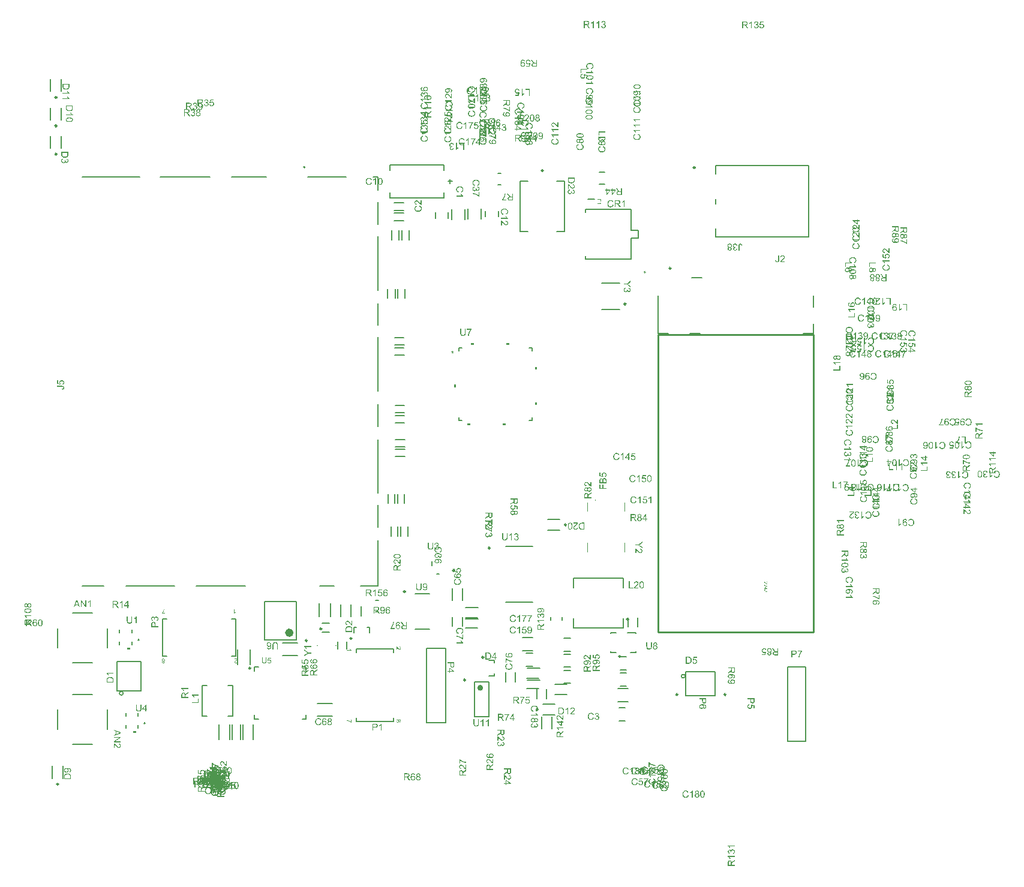
<source format=gbr>
G04*
G04 #@! TF.GenerationSoftware,Altium Limited,Altium Designer,23.7.1 (13)*
G04*
G04 Layer_Color=65535*
%FSLAX25Y25*%
%MOIN*%
G70*
G04*
G04 #@! TF.SameCoordinates,E44608C4-6370-4D0E-AFC6-BBC59DA78F3B*
G04*
G04*
G04 #@! TF.FilePolarity,Positive*
G04*
G01*
G75*
%ADD10C,0.00984*%
%ADD11C,0.02362*%
%ADD12C,0.00787*%
%ADD13C,0.01575*%
%ADD14C,0.01000*%
%ADD15C,0.00500*%
%ADD16C,0.00600*%
%ADD17C,0.00394*%
G36*
X19529Y-351450D02*
X21029D01*
Y-352450D01*
X19529D01*
Y-351450D01*
D02*
G37*
G36*
X16179Y-305114D02*
X17679D01*
Y-306114D01*
X16179D01*
Y-305114D01*
D02*
G37*
G36*
X206815Y-180681D02*
X205315D01*
Y-181681D01*
X206815D01*
Y-180681D01*
D02*
G37*
G36*
X198932Y-159016D02*
X197932D01*
Y-160516D01*
X198932D01*
Y-159016D01*
D02*
G37*
G36*
X226505Y-180681D02*
X225005D01*
Y-181681D01*
X226505D01*
Y-180681D01*
D02*
G37*
G36*
X242732Y-168861D02*
X243732D01*
Y-170361D01*
X242732D01*
Y-168861D01*
D02*
G37*
G36*
Y-149171D02*
X243732D01*
Y-150671D01*
X242732D01*
Y-149171D01*
D02*
G37*
G36*
X208784Y-136881D02*
X207284D01*
Y-135881D01*
X208784D01*
Y-136881D01*
D02*
G37*
G36*
X228474D02*
X226974D01*
Y-135881D01*
X228474D01*
Y-136881D01*
D02*
G37*
G36*
X218527Y-364067D02*
X218560D01*
X218649Y-364084D01*
X218754Y-364101D01*
X218865Y-364128D01*
X218987Y-364167D01*
X219104Y-364223D01*
X219110D01*
X219115Y-364228D01*
X219132Y-364239D01*
X219154Y-364250D01*
X219209Y-364284D01*
X219282Y-364334D01*
X219359Y-364395D01*
X219437Y-364467D01*
X219515Y-364556D01*
X219581Y-364650D01*
Y-364656D01*
X219587Y-364661D01*
X219598Y-364678D01*
X219603Y-364700D01*
X219631Y-364756D01*
X219659Y-364828D01*
X219692Y-364922D01*
X219714Y-365027D01*
X219737Y-365144D01*
X219742Y-365272D01*
Y-365300D01*
X219737Y-365327D01*
Y-365372D01*
X219731Y-365422D01*
X219720Y-365477D01*
X219703Y-365544D01*
X219687Y-365610D01*
X219665Y-365688D01*
X219637Y-365766D01*
X219603Y-365843D01*
X219559Y-365927D01*
X219509Y-366004D01*
X219454Y-366082D01*
X219387Y-366160D01*
X219309Y-366232D01*
X219304Y-366237D01*
X219287Y-366248D01*
X219265Y-366265D01*
X219226Y-366287D01*
X219176Y-366321D01*
X219121Y-366348D01*
X219049Y-366382D01*
X218971Y-366415D01*
X218876Y-366454D01*
X218771Y-366487D01*
X218654Y-366515D01*
X218527Y-366543D01*
X218383Y-366570D01*
X218227Y-366587D01*
X218061Y-366598D01*
X217883Y-366604D01*
X217877D01*
X217872D01*
X217855D01*
X217833D01*
X217777Y-366598D01*
X217700D01*
X217611Y-366593D01*
X217506Y-366582D01*
X217389Y-366570D01*
X217261Y-366554D01*
X217134Y-366532D01*
X216995Y-366504D01*
X216862Y-366471D01*
X216728Y-366432D01*
X216601Y-366382D01*
X216479Y-366326D01*
X216362Y-366265D01*
X216262Y-366193D01*
X216257Y-366188D01*
X216246Y-366176D01*
X216224Y-366154D01*
X216190Y-366126D01*
X216157Y-366093D01*
X216124Y-366049D01*
X216079Y-365993D01*
X216040Y-365938D01*
X216002Y-365871D01*
X215957Y-365799D01*
X215924Y-365716D01*
X215885Y-365633D01*
X215857Y-365538D01*
X215835Y-365438D01*
X215824Y-365333D01*
X215818Y-365222D01*
Y-365177D01*
X215824Y-365144D01*
Y-365105D01*
X215829Y-365061D01*
X215852Y-364955D01*
X215879Y-364839D01*
X215924Y-364717D01*
X215990Y-364595D01*
X216029Y-364534D01*
X216074Y-364478D01*
X216079Y-364473D01*
X216085Y-364467D01*
X216101Y-364450D01*
X216118Y-364434D01*
X216146Y-364406D01*
X216179Y-364384D01*
X216257Y-364323D01*
X216357Y-364262D01*
X216479Y-364206D01*
X216617Y-364156D01*
X216773Y-364123D01*
X216812Y-364595D01*
X216806D01*
X216801Y-364600D01*
X216767Y-364606D01*
X216718Y-364622D01*
X216656Y-364645D01*
X216590Y-364667D01*
X216523Y-364700D01*
X216462Y-364739D01*
X216412Y-364778D01*
X216401Y-364789D01*
X216379Y-364811D01*
X216346Y-364850D01*
X216307Y-364905D01*
X216273Y-364978D01*
X216240Y-365055D01*
X216218Y-365150D01*
X216207Y-365249D01*
Y-365288D01*
X216212Y-365333D01*
X216224Y-365383D01*
X216240Y-365449D01*
X216262Y-365516D01*
X216290Y-365582D01*
X216335Y-365649D01*
X216340Y-365660D01*
X216362Y-365688D01*
X216401Y-365727D01*
X216457Y-365777D01*
X216523Y-365832D01*
X216601Y-365893D01*
X216701Y-365949D01*
X216812Y-366004D01*
X216817D01*
X216828Y-366010D01*
X216845Y-366015D01*
X216867Y-366026D01*
X216901Y-366032D01*
X216939Y-366043D01*
X216984Y-366054D01*
X217039Y-366065D01*
X217100Y-366082D01*
X217167Y-366093D01*
X217239Y-366104D01*
X217317Y-366110D01*
X217406Y-366121D01*
X217495Y-366126D01*
X217594Y-366132D01*
X217694D01*
X217689Y-366126D01*
X217655Y-366104D01*
X217611Y-366065D01*
X217555Y-366015D01*
X217489Y-365960D01*
X217428Y-365888D01*
X217367Y-365810D01*
X217311Y-365721D01*
Y-365716D01*
X217306Y-365710D01*
X217289Y-365677D01*
X217272Y-365627D01*
X217245Y-365560D01*
X217222Y-365483D01*
X217206Y-365394D01*
X217189Y-365300D01*
X217184Y-365200D01*
Y-365155D01*
X217189Y-365122D01*
X217195Y-365077D01*
X217200Y-365033D01*
X217211Y-364978D01*
X217228Y-364922D01*
X217267Y-364794D01*
X217295Y-364728D01*
X217334Y-364661D01*
X217372Y-364595D01*
X217417Y-364523D01*
X217472Y-364456D01*
X217533Y-364395D01*
X217539Y-364389D01*
X217550Y-364378D01*
X217567Y-364362D01*
X217594Y-364345D01*
X217633Y-364317D01*
X217672Y-364289D01*
X217722Y-364262D01*
X217777Y-364228D01*
X217839Y-364195D01*
X217905Y-364167D01*
X217983Y-364140D01*
X218061Y-364112D01*
X218144Y-364095D01*
X218238Y-364078D01*
X218333Y-364067D01*
X218432Y-364062D01*
X218438D01*
X218449D01*
X218466D01*
X218493D01*
X218527Y-364067D01*
D02*
G37*
G36*
X219676Y-369634D02*
X219670D01*
X219648D01*
X219615D01*
X219570Y-369629D01*
X219520Y-369623D01*
X219465Y-369612D01*
X219409Y-369601D01*
X219348Y-369579D01*
X219343D01*
X219337Y-369573D01*
X219304Y-369562D01*
X219254Y-369540D01*
X219187Y-369506D01*
X219110Y-369462D01*
X219021Y-369407D01*
X218932Y-369345D01*
X218838Y-369268D01*
X218832D01*
X218827Y-369257D01*
X218793Y-369229D01*
X218743Y-369179D01*
X218671Y-369107D01*
X218588Y-369023D01*
X218488Y-368918D01*
X218377Y-368790D01*
X218260Y-368652D01*
X218255Y-368646D01*
X218238Y-368624D01*
X218210Y-368591D01*
X218177Y-368552D01*
X218133Y-368502D01*
X218083Y-368441D01*
X218027Y-368380D01*
X217966Y-368308D01*
X217833Y-368169D01*
X217700Y-368030D01*
X217633Y-367964D01*
X217567Y-367902D01*
X217506Y-367847D01*
X217444Y-367803D01*
X217439D01*
X217433Y-367791D01*
X217417Y-367780D01*
X217394Y-367769D01*
X217334Y-367730D01*
X217261Y-367686D01*
X217173Y-367647D01*
X217078Y-367608D01*
X216973Y-367586D01*
X216873Y-367575D01*
X216867D01*
X216862D01*
X216828Y-367581D01*
X216773Y-367586D01*
X216712Y-367603D01*
X216634Y-367625D01*
X216557Y-367664D01*
X216479Y-367714D01*
X216401Y-367780D01*
X216390Y-367791D01*
X216368Y-367819D01*
X216340Y-367858D01*
X216301Y-367919D01*
X216268Y-367997D01*
X216235Y-368086D01*
X216212Y-368191D01*
X216207Y-368308D01*
Y-368341D01*
X216212Y-368363D01*
X216218Y-368430D01*
X216235Y-368507D01*
X216257Y-368591D01*
X216296Y-368685D01*
X216346Y-368774D01*
X216412Y-368857D01*
X216423Y-368868D01*
X216451Y-368890D01*
X216495Y-368924D01*
X216562Y-368957D01*
X216640Y-368996D01*
X216740Y-369029D01*
X216851Y-369051D01*
X216978Y-369062D01*
X216928Y-369545D01*
X216923D01*
X216906Y-369540D01*
X216878D01*
X216840Y-369534D01*
X216795Y-369523D01*
X216745Y-369512D01*
X216684Y-369495D01*
X216623Y-369479D01*
X216490Y-369434D01*
X216357Y-369368D01*
X216290Y-369329D01*
X216224Y-369279D01*
X216162Y-369229D01*
X216107Y-369173D01*
X216101Y-369168D01*
X216096Y-369157D01*
X216079Y-369140D01*
X216063Y-369112D01*
X216040Y-369079D01*
X216018Y-369040D01*
X215990Y-368996D01*
X215963Y-368940D01*
X215935Y-368879D01*
X215907Y-368813D01*
X215885Y-368741D01*
X215863Y-368663D01*
X215846Y-368580D01*
X215829Y-368491D01*
X215824Y-368396D01*
X215818Y-368297D01*
Y-368241D01*
X215824Y-368202D01*
X215829Y-368158D01*
X215835Y-368102D01*
X215846Y-368041D01*
X215857Y-367980D01*
X215896Y-367836D01*
X215951Y-367691D01*
X215985Y-367619D01*
X216024Y-367547D01*
X216074Y-367481D01*
X216129Y-367420D01*
X216135Y-367414D01*
X216140Y-367403D01*
X216162Y-367392D01*
X216185Y-367370D01*
X216212Y-367342D01*
X216251Y-367314D01*
X216290Y-367286D01*
X216340Y-367253D01*
X216445Y-367198D01*
X216579Y-367142D01*
X216645Y-367120D01*
X216723Y-367109D01*
X216801Y-367098D01*
X216884Y-367092D01*
X216895D01*
X216923D01*
X216967Y-367098D01*
X217028Y-367103D01*
X217095Y-367114D01*
X217173Y-367137D01*
X217256Y-367159D01*
X217339Y-367192D01*
X217350Y-367198D01*
X217378Y-367209D01*
X217422Y-367231D01*
X217483Y-367264D01*
X217550Y-367309D01*
X217633Y-367364D01*
X217716Y-367431D01*
X217811Y-367508D01*
X217822Y-367519D01*
X217855Y-367547D01*
X217883Y-367575D01*
X217911Y-367603D01*
X217944Y-367636D01*
X217988Y-367680D01*
X218033Y-367725D01*
X218083Y-367780D01*
X218138Y-367836D01*
X218199Y-367902D01*
X218260Y-367975D01*
X218333Y-368052D01*
X218405Y-368141D01*
X218482Y-368230D01*
X218488Y-368235D01*
X218499Y-368247D01*
X218516Y-368269D01*
X218538Y-368297D01*
X218571Y-368330D01*
X218604Y-368369D01*
X218677Y-368457D01*
X218760Y-368552D01*
X218843Y-368641D01*
X218915Y-368718D01*
X218943Y-368752D01*
X218971Y-368779D01*
X218976Y-368785D01*
X218993Y-368801D01*
X219015Y-368824D01*
X219049Y-368851D01*
X219087Y-368879D01*
X219126Y-368913D01*
X219220Y-368979D01*
Y-367087D01*
X219676D01*
Y-369634D01*
D02*
G37*
G36*
Y-370500D02*
X218876Y-371005D01*
X218871D01*
X218860Y-371016D01*
X218843Y-371027D01*
X218821Y-371044D01*
X218760Y-371083D01*
X218682Y-371132D01*
X218599Y-371194D01*
X218510Y-371255D01*
X218427Y-371316D01*
X218349Y-371371D01*
X218344Y-371377D01*
X218321Y-371393D01*
X218288Y-371421D01*
X218249Y-371460D01*
X218166Y-371543D01*
X218127Y-371588D01*
X218094Y-371632D01*
X218088Y-371638D01*
X218083Y-371649D01*
X218072Y-371671D01*
X218055Y-371704D01*
X218038Y-371738D01*
X218022Y-371776D01*
X217994Y-371865D01*
Y-371871D01*
X217988Y-371882D01*
Y-371904D01*
X217983Y-371932D01*
X217977Y-371971D01*
Y-372015D01*
X217972Y-372076D01*
Y-372731D01*
X219676D01*
Y-373241D01*
X215835D01*
Y-371460D01*
X215841Y-371416D01*
Y-371366D01*
X215846Y-371249D01*
X215863Y-371127D01*
X215879Y-370994D01*
X215907Y-370872D01*
X215924Y-370811D01*
X215940Y-370761D01*
Y-370755D01*
X215946Y-370750D01*
X215963Y-370716D01*
X215985Y-370666D01*
X216024Y-370605D01*
X216074Y-370539D01*
X216140Y-370466D01*
X216218Y-370400D01*
X216307Y-370333D01*
X216312D01*
X216318Y-370328D01*
X216351Y-370306D01*
X216407Y-370283D01*
X216479Y-370250D01*
X216562Y-370222D01*
X216662Y-370195D01*
X216767Y-370178D01*
X216884Y-370172D01*
X216890D01*
X216901D01*
X216923D01*
X216951Y-370178D01*
X216989D01*
X217028Y-370183D01*
X217123Y-370206D01*
X217234Y-370239D01*
X217350Y-370283D01*
X217467Y-370350D01*
X217522Y-370394D01*
X217578Y-370439D01*
X217583Y-370444D01*
X217589Y-370450D01*
X217605Y-370466D01*
X217622Y-370489D01*
X217644Y-370516D01*
X217667Y-370550D01*
X217694Y-370594D01*
X217728Y-370639D01*
X217755Y-370694D01*
X217783Y-370755D01*
X217816Y-370822D01*
X217844Y-370894D01*
X217866Y-370977D01*
X217894Y-371060D01*
X217911Y-371155D01*
X217927Y-371255D01*
X217933Y-371244D01*
X217944Y-371221D01*
X217966Y-371188D01*
X217988Y-371144D01*
X218049Y-371044D01*
X218088Y-370994D01*
X218122Y-370949D01*
X218133Y-370938D01*
X218160Y-370911D01*
X218205Y-370866D01*
X218260Y-370811D01*
X218338Y-370750D01*
X218421Y-370677D01*
X218521Y-370605D01*
X218632Y-370528D01*
X219676Y-369867D01*
Y-370500D01*
D02*
G37*
G36*
X414359Y-234808D02*
X411356D01*
X411362Y-234814D01*
X411384Y-234842D01*
X411417Y-234875D01*
X411456Y-234930D01*
X411506Y-234991D01*
X411562Y-235069D01*
X411623Y-235158D01*
X411684Y-235258D01*
Y-235263D01*
X411689Y-235269D01*
X411712Y-235302D01*
X411739Y-235358D01*
X411773Y-235424D01*
X411811Y-235502D01*
X411850Y-235585D01*
X411889Y-235668D01*
X411923Y-235752D01*
X411467D01*
Y-235746D01*
X411456Y-235735D01*
X411451Y-235713D01*
X411434Y-235685D01*
X411417Y-235652D01*
X411395Y-235613D01*
X411340Y-235519D01*
X411279Y-235408D01*
X411201Y-235297D01*
X411112Y-235180D01*
X411018Y-235064D01*
X411012Y-235058D01*
X411007Y-235052D01*
X410990Y-235036D01*
X410973Y-235014D01*
X410918Y-234964D01*
X410851Y-234897D01*
X410774Y-234830D01*
X410685Y-234758D01*
X410596Y-234697D01*
X410502Y-234642D01*
Y-234336D01*
X414359D01*
Y-234808D01*
D02*
G37*
G36*
X413349Y-236579D02*
X413388Y-236584D01*
X413438Y-236590D01*
X413493Y-236601D01*
X413554Y-236618D01*
X413682Y-236656D01*
X413754Y-236684D01*
X413821Y-236723D01*
X413893Y-236762D01*
X413959Y-236806D01*
X414026Y-236862D01*
X414093Y-236923D01*
X414098Y-236928D01*
X414109Y-236940D01*
X414126Y-236956D01*
X414143Y-236984D01*
X414170Y-237023D01*
X414198Y-237062D01*
X414226Y-237111D01*
X414259Y-237167D01*
X414292Y-237228D01*
X414320Y-237300D01*
X414348Y-237378D01*
X414376Y-237456D01*
X414392Y-237544D01*
X414409Y-237639D01*
X414420Y-237733D01*
X414426Y-237839D01*
Y-237894D01*
X414420Y-237933D01*
X414415Y-237983D01*
X414409Y-238038D01*
X414398Y-238099D01*
X414381Y-238166D01*
X414342Y-238316D01*
X414315Y-238394D01*
X414287Y-238466D01*
X414248Y-238543D01*
X414204Y-238621D01*
X414154Y-238693D01*
X414093Y-238760D01*
X414087Y-238765D01*
X414076Y-238776D01*
X414059Y-238793D01*
X414032Y-238815D01*
X413998Y-238838D01*
X413959Y-238871D01*
X413915Y-238899D01*
X413860Y-238932D01*
X413804Y-238965D01*
X413737Y-238993D01*
X413599Y-239049D01*
X413515Y-239071D01*
X413432Y-239087D01*
X413343Y-239098D01*
X413254Y-239104D01*
X413249D01*
X413238D01*
X413216D01*
X413194Y-239098D01*
X413160D01*
X413121Y-239093D01*
X413032Y-239082D01*
X412933Y-239060D01*
X412833Y-239026D01*
X412727Y-238976D01*
X412627Y-238915D01*
X412622D01*
X412616Y-238904D01*
X412589Y-238882D01*
X412544Y-238838D01*
X412489Y-238776D01*
X412433Y-238699D01*
X412372Y-238604D01*
X412322Y-238499D01*
X412283Y-238371D01*
Y-238377D01*
X412278Y-238383D01*
X412272Y-238399D01*
X412261Y-238421D01*
X412239Y-238471D01*
X412206Y-238538D01*
X412161Y-238610D01*
X412106Y-238682D01*
X412045Y-238749D01*
X411978Y-238810D01*
X411967Y-238815D01*
X411945Y-238832D01*
X411900Y-238854D01*
X411845Y-238876D01*
X411773Y-238904D01*
X411689Y-238926D01*
X411595Y-238943D01*
X411495Y-238949D01*
X411490D01*
X411479D01*
X411456D01*
X411423Y-238943D01*
X411390Y-238937D01*
X411345Y-238932D01*
X411251Y-238910D01*
X411140Y-238876D01*
X411023Y-238821D01*
X410962Y-238788D01*
X410901Y-238749D01*
X410846Y-238699D01*
X410790Y-238649D01*
X410785Y-238643D01*
X410779Y-238632D01*
X410763Y-238616D01*
X410746Y-238593D01*
X410724Y-238566D01*
X410702Y-238527D01*
X410674Y-238482D01*
X410646Y-238438D01*
X410618Y-238383D01*
X410591Y-238321D01*
X410568Y-238255D01*
X410546Y-238183D01*
X410513Y-238027D01*
X410507Y-237938D01*
X410502Y-237850D01*
Y-237800D01*
X410507Y-237766D01*
X410513Y-237722D01*
X410518Y-237672D01*
X410524Y-237617D01*
X410540Y-237561D01*
X410574Y-237428D01*
X410624Y-237295D01*
X410657Y-237228D01*
X410696Y-237161D01*
X410746Y-237100D01*
X410796Y-237039D01*
X410801Y-237034D01*
X410807Y-237028D01*
X410824Y-237012D01*
X410846Y-236989D01*
X410879Y-236967D01*
X410912Y-236940D01*
X410996Y-236884D01*
X411101Y-236828D01*
X411223Y-236778D01*
X411362Y-236740D01*
X411434Y-236734D01*
X411512Y-236729D01*
X411517D01*
X411523D01*
X411556D01*
X411606Y-236734D01*
X411667Y-236745D01*
X411745Y-236762D01*
X411823Y-236790D01*
X411900Y-236823D01*
X411978Y-236873D01*
X411989Y-236878D01*
X412011Y-236901D01*
X412045Y-236934D01*
X412089Y-236978D01*
X412139Y-237039D01*
X412189Y-237111D01*
X412239Y-237195D01*
X412283Y-237295D01*
Y-237289D01*
X412289Y-237278D01*
X412294Y-237261D01*
X412305Y-237239D01*
X412333Y-237173D01*
X412372Y-237095D01*
X412428Y-237012D01*
X412489Y-236923D01*
X412566Y-236840D01*
X412655Y-236762D01*
X412661D01*
X412666Y-236756D01*
X412700Y-236734D01*
X412755Y-236701D01*
X412827Y-236667D01*
X412916Y-236634D01*
X413021Y-236601D01*
X413138Y-236579D01*
X413266Y-236573D01*
X413271D01*
X413288D01*
X413315D01*
X413349Y-236579D01*
D02*
G37*
G36*
X414359Y-240031D02*
X413560Y-240536D01*
X413554D01*
X413543Y-240547D01*
X413526Y-240558D01*
X413504Y-240575D01*
X413443Y-240614D01*
X413366Y-240664D01*
X413282Y-240725D01*
X413194Y-240786D01*
X413110Y-240847D01*
X413032Y-240902D01*
X413027Y-240908D01*
X413005Y-240924D01*
X412971Y-240952D01*
X412933Y-240991D01*
X412849Y-241074D01*
X412811Y-241119D01*
X412777Y-241163D01*
X412772Y-241169D01*
X412766Y-241180D01*
X412755Y-241202D01*
X412738Y-241235D01*
X412722Y-241268D01*
X412705Y-241307D01*
X412677Y-241396D01*
Y-241402D01*
X412672Y-241413D01*
Y-241435D01*
X412666Y-241463D01*
X412661Y-241502D01*
Y-241546D01*
X412655Y-241607D01*
Y-242262D01*
X414359D01*
Y-242773D01*
X410518D01*
Y-240991D01*
X410524Y-240947D01*
Y-240897D01*
X410529Y-240780D01*
X410546Y-240658D01*
X410563Y-240525D01*
X410591Y-240403D01*
X410607Y-240342D01*
X410624Y-240292D01*
Y-240286D01*
X410629Y-240281D01*
X410646Y-240247D01*
X410668Y-240197D01*
X410707Y-240136D01*
X410757Y-240070D01*
X410824Y-239998D01*
X410901Y-239931D01*
X410990Y-239864D01*
X410996D01*
X411001Y-239859D01*
X411034Y-239837D01*
X411090Y-239814D01*
X411162Y-239781D01*
X411245Y-239753D01*
X411345Y-239726D01*
X411451Y-239709D01*
X411567Y-239703D01*
X411573D01*
X411584D01*
X411606D01*
X411634Y-239709D01*
X411673D01*
X411712Y-239715D01*
X411806Y-239737D01*
X411917Y-239770D01*
X412034Y-239814D01*
X412150Y-239881D01*
X412206Y-239925D01*
X412261Y-239970D01*
X412267Y-239975D01*
X412272Y-239981D01*
X412289Y-239998D01*
X412305Y-240020D01*
X412328Y-240048D01*
X412350Y-240081D01*
X412378Y-240125D01*
X412411Y-240170D01*
X412439Y-240225D01*
X412466Y-240286D01*
X412500Y-240353D01*
X412528Y-240425D01*
X412550Y-240508D01*
X412577Y-240591D01*
X412594Y-240686D01*
X412611Y-240786D01*
X412616Y-240774D01*
X412627Y-240752D01*
X412649Y-240719D01*
X412672Y-240675D01*
X412733Y-240575D01*
X412772Y-240525D01*
X412805Y-240480D01*
X412816Y-240469D01*
X412844Y-240441D01*
X412888Y-240397D01*
X412944Y-240342D01*
X413021Y-240281D01*
X413105Y-240208D01*
X413205Y-240136D01*
X413315Y-240059D01*
X414359Y-239398D01*
Y-240031D01*
D02*
G37*
G36*
X416906Y-253179D02*
X416900Y-253223D01*
Y-253273D01*
X416895Y-253390D01*
X416878Y-253512D01*
X416861Y-253645D01*
X416834Y-253767D01*
X416817Y-253828D01*
X416800Y-253878D01*
Y-253884D01*
X416795Y-253889D01*
X416778Y-253923D01*
X416756Y-253973D01*
X416717Y-254034D01*
X416667Y-254100D01*
X416601Y-254172D01*
X416523Y-254239D01*
X416434Y-254306D01*
X416429D01*
X416423Y-254311D01*
X416390Y-254333D01*
X416334Y-254356D01*
X416262Y-254389D01*
X416179Y-254417D01*
X416079Y-254445D01*
X415974Y-254461D01*
X415857Y-254467D01*
X415851D01*
X415840D01*
X415818D01*
X415790Y-254461D01*
X415752D01*
X415713Y-254456D01*
X415618Y-254433D01*
X415507Y-254400D01*
X415391Y-254356D01*
X415274Y-254289D01*
X415219Y-254245D01*
X415163Y-254200D01*
X415158Y-254195D01*
X415152Y-254189D01*
X415135Y-254172D01*
X415119Y-254150D01*
X415097Y-254123D01*
X415074Y-254089D01*
X415047Y-254045D01*
X415013Y-254000D01*
X414986Y-253945D01*
X414958Y-253884D01*
X414925Y-253817D01*
X414897Y-253745D01*
X414875Y-253662D01*
X414847Y-253579D01*
X414830Y-253484D01*
X414814Y-253384D01*
X414808Y-253396D01*
X414797Y-253418D01*
X414775Y-253451D01*
X414752Y-253495D01*
X414691Y-253595D01*
X414653Y-253645D01*
X414619Y-253690D01*
X414608Y-253701D01*
X414580Y-253729D01*
X414536Y-253773D01*
X414481Y-253828D01*
X414403Y-253889D01*
X414320Y-253962D01*
X414220Y-254034D01*
X414109Y-254112D01*
X413065Y-254772D01*
Y-254139D01*
X413865Y-253634D01*
X413870D01*
X413881Y-253623D01*
X413898Y-253612D01*
X413920Y-253595D01*
X413981Y-253556D01*
X414059Y-253506D01*
X414142Y-253446D01*
X414231Y-253384D01*
X414314Y-253323D01*
X414392Y-253268D01*
X414397Y-253262D01*
X414420Y-253246D01*
X414453Y-253218D01*
X414492Y-253179D01*
X414575Y-253096D01*
X414614Y-253051D01*
X414647Y-253007D01*
X414653Y-253001D01*
X414658Y-252990D01*
X414669Y-252968D01*
X414686Y-252935D01*
X414703Y-252902D01*
X414719Y-252863D01*
X414747Y-252774D01*
Y-252768D01*
X414752Y-252757D01*
Y-252735D01*
X414758Y-252707D01*
X414764Y-252668D01*
Y-252624D01*
X414769Y-252563D01*
Y-251908D01*
X413065D01*
Y-251397D01*
X416906D01*
Y-253179D01*
D02*
G37*
G36*
X415957Y-255438D02*
X415968Y-255449D01*
X415974Y-255471D01*
X415990Y-255499D01*
X416007Y-255532D01*
X416029Y-255571D01*
X416084Y-255665D01*
X416146Y-255777D01*
X416223Y-255888D01*
X416312Y-256004D01*
X416406Y-256121D01*
X416412Y-256126D01*
X416418Y-256132D01*
X416434Y-256148D01*
X416451Y-256171D01*
X416506Y-256221D01*
X416573Y-256287D01*
X416651Y-256354D01*
X416739Y-256426D01*
X416828Y-256487D01*
X416923Y-256542D01*
Y-256848D01*
X413065D01*
Y-256376D01*
X416068D01*
X416062Y-256370D01*
X416040Y-256343D01*
X416007Y-256309D01*
X415968Y-256254D01*
X415918Y-256193D01*
X415863Y-256115D01*
X415801Y-256026D01*
X415740Y-255926D01*
Y-255921D01*
X415735Y-255915D01*
X415713Y-255882D01*
X415685Y-255826D01*
X415652Y-255760D01*
X415613Y-255682D01*
X415574Y-255599D01*
X415535Y-255516D01*
X415502Y-255432D01*
X415957D01*
Y-255438D01*
D02*
G37*
G36*
X415130Y-258063D02*
X415197D01*
X415269Y-258069D01*
X415352Y-258074D01*
X415524Y-258091D01*
X415707Y-258119D01*
X415890Y-258152D01*
X415974Y-258174D01*
X416057Y-258196D01*
X416062D01*
X416073Y-258202D01*
X416096Y-258213D01*
X416123Y-258224D01*
X416162Y-258235D01*
X416201Y-258257D01*
X416295Y-258302D01*
X416395Y-258357D01*
X416501Y-258429D01*
X416606Y-258513D01*
X416695Y-258612D01*
Y-258618D01*
X416706Y-258624D01*
X416717Y-258640D01*
X416728Y-258663D01*
X416750Y-258690D01*
X416767Y-258723D01*
X416812Y-258807D01*
X416850Y-258907D01*
X416889Y-259023D01*
X416912Y-259162D01*
X416923Y-259312D01*
Y-259362D01*
X416917Y-259423D01*
X416906Y-259495D01*
X416889Y-259578D01*
X416867Y-259667D01*
X416839Y-259761D01*
X416795Y-259850D01*
Y-259856D01*
X416789Y-259861D01*
X416773Y-259889D01*
X416745Y-259933D01*
X416706Y-259989D01*
X416651Y-260050D01*
X416590Y-260117D01*
X416517Y-260178D01*
X416434Y-260239D01*
X416423Y-260244D01*
X416395Y-260266D01*
X416345Y-260289D01*
X416273Y-260328D01*
X416190Y-260361D01*
X416096Y-260405D01*
X415985Y-260444D01*
X415863Y-260477D01*
X415857D01*
X415846Y-260483D01*
X415829Y-260488D01*
X415801Y-260494D01*
X415768Y-260500D01*
X415729Y-260505D01*
X415679Y-260516D01*
X415624Y-260522D01*
X415563Y-260533D01*
X415496Y-260538D01*
X415418Y-260544D01*
X415341Y-260555D01*
X415252Y-260561D01*
X415163D01*
X415063Y-260566D01*
X414958D01*
X414952D01*
X414930D01*
X414891D01*
X414847D01*
X414786Y-260561D01*
X414719D01*
X414647Y-260555D01*
X414569Y-260549D01*
X414392Y-260533D01*
X414209Y-260505D01*
X414031Y-260472D01*
X413948Y-260450D01*
X413865Y-260422D01*
X413859D01*
X413848Y-260416D01*
X413826Y-260405D01*
X413798Y-260394D01*
X413759Y-260383D01*
X413720Y-260361D01*
X413626Y-260316D01*
X413526Y-260261D01*
X413415Y-260189D01*
X413315Y-260105D01*
X413221Y-260006D01*
Y-260000D01*
X413210Y-259995D01*
X413199Y-259978D01*
X413187Y-259956D01*
X413171Y-259928D01*
X413149Y-259900D01*
X413110Y-259817D01*
X413071Y-259717D01*
X413032Y-259600D01*
X413010Y-259462D01*
X412999Y-259312D01*
Y-259256D01*
X413004Y-259218D01*
X413010Y-259173D01*
X413021Y-259118D01*
X413032Y-259056D01*
X413049Y-258990D01*
X413071Y-258923D01*
X413093Y-258851D01*
X413126Y-258779D01*
X413165Y-258707D01*
X413210Y-258635D01*
X413265Y-258563D01*
X413326Y-258496D01*
X413393Y-258435D01*
X413398Y-258429D01*
X413415Y-258418D01*
X413443Y-258402D01*
X413487Y-258374D01*
X413537Y-258346D01*
X413604Y-258318D01*
X413681Y-258279D01*
X413770Y-258246D01*
X413870Y-258213D01*
X413987Y-258180D01*
X414114Y-258146D01*
X414259Y-258119D01*
X414414Y-258091D01*
X414580Y-258074D01*
X414764Y-258063D01*
X414958Y-258057D01*
X414963D01*
X414986D01*
X415025D01*
X415069D01*
X415130Y-258063D01*
D02*
G37*
G36*
X414142Y-261521D02*
X414137D01*
X414125Y-261526D01*
X414103Y-261532D01*
X414075Y-261537D01*
X414042Y-261543D01*
X414003Y-261554D01*
X413920Y-261582D01*
X413820Y-261621D01*
X413726Y-261671D01*
X413637Y-261726D01*
X413559Y-261793D01*
X413554Y-261804D01*
X413531Y-261826D01*
X413504Y-261870D01*
X413476Y-261926D01*
X413443Y-261993D01*
X413415Y-262076D01*
X413393Y-262170D01*
X413387Y-262270D01*
Y-262303D01*
X413393Y-262326D01*
X413398Y-262386D01*
X413415Y-262464D01*
X413443Y-262553D01*
X413482Y-262647D01*
X413537Y-262742D01*
X413615Y-262830D01*
X413626Y-262842D01*
X413659Y-262869D01*
X413709Y-262903D01*
X413776Y-262947D01*
X413859Y-262991D01*
X413953Y-263025D01*
X414064Y-263053D01*
X414186Y-263064D01*
X414192D01*
X414203D01*
X414220D01*
X414242Y-263058D01*
X414303Y-263053D01*
X414375Y-263036D01*
X414464Y-263014D01*
X414553Y-262975D01*
X414642Y-262919D01*
X414725Y-262847D01*
X414736Y-262836D01*
X414758Y-262808D01*
X414791Y-262764D01*
X414830Y-262703D01*
X414869Y-262625D01*
X414902Y-262531D01*
X414925Y-262425D01*
X414936Y-262309D01*
Y-262259D01*
X414930Y-262220D01*
X414925Y-262170D01*
X414914Y-262115D01*
X414902Y-262048D01*
X414886Y-261976D01*
X415302Y-262031D01*
Y-262059D01*
X415296Y-262081D01*
Y-262153D01*
X415308Y-262214D01*
X415319Y-262287D01*
X415335Y-262370D01*
X415363Y-262464D01*
X415402Y-262553D01*
X415452Y-262647D01*
Y-262653D01*
X415457Y-262659D01*
X415480Y-262686D01*
X415518Y-262725D01*
X415568Y-262770D01*
X415640Y-262814D01*
X415724Y-262853D01*
X415818Y-262880D01*
X415874Y-262892D01*
X415935D01*
X415940D01*
X415946D01*
X415979D01*
X416023Y-262880D01*
X416084Y-262869D01*
X416151Y-262847D01*
X416223Y-262819D01*
X416295Y-262775D01*
X416362Y-262714D01*
X416368Y-262708D01*
X416390Y-262681D01*
X416418Y-262642D01*
X416451Y-262592D01*
X416479Y-262525D01*
X416506Y-262448D01*
X416529Y-262359D01*
X416534Y-262259D01*
Y-262214D01*
X416523Y-262164D01*
X416512Y-262098D01*
X416490Y-262026D01*
X416462Y-261954D01*
X416418Y-261876D01*
X416362Y-261804D01*
X416357Y-261798D01*
X416329Y-261776D01*
X416290Y-261743D01*
X416234Y-261704D01*
X416162Y-261665D01*
X416073Y-261626D01*
X415968Y-261593D01*
X415846Y-261571D01*
X415929Y-261099D01*
X415935D01*
X415951Y-261104D01*
X415974Y-261110D01*
X416007Y-261116D01*
X416046Y-261127D01*
X416090Y-261143D01*
X416195Y-261177D01*
X416318Y-261232D01*
X416440Y-261299D01*
X416556Y-261382D01*
X416662Y-261487D01*
X416667Y-261493D01*
X416673Y-261504D01*
X416684Y-261521D01*
X416701Y-261543D01*
X416723Y-261571D01*
X416745Y-261610D01*
X416767Y-261648D01*
X416795Y-261698D01*
X416839Y-261809D01*
X416884Y-261937D01*
X416912Y-262087D01*
X416923Y-262164D01*
Y-262303D01*
X416917Y-262364D01*
X416906Y-262437D01*
X416889Y-262525D01*
X416861Y-262625D01*
X416828Y-262725D01*
X416784Y-262825D01*
Y-262830D01*
X416778Y-262836D01*
X416762Y-262869D01*
X416728Y-262919D01*
X416689Y-262975D01*
X416634Y-263041D01*
X416573Y-263108D01*
X416501Y-263175D01*
X416418Y-263230D01*
X416406Y-263236D01*
X416379Y-263252D01*
X416329Y-263275D01*
X416268Y-263302D01*
X416195Y-263330D01*
X416112Y-263352D01*
X416018Y-263369D01*
X415924Y-263374D01*
X415912D01*
X415879D01*
X415835Y-263369D01*
X415774Y-263358D01*
X415702Y-263341D01*
X415624Y-263313D01*
X415546Y-263280D01*
X415469Y-263236D01*
X415457Y-263230D01*
X415435Y-263213D01*
X415396Y-263180D01*
X415352Y-263136D01*
X415302Y-263080D01*
X415246Y-263014D01*
X415197Y-262936D01*
X415147Y-262842D01*
Y-262847D01*
X415141Y-262858D01*
X415135Y-262875D01*
X415130Y-262897D01*
X415108Y-262958D01*
X415074Y-263036D01*
X415030Y-263125D01*
X414974Y-263213D01*
X414902Y-263297D01*
X414819Y-263374D01*
X414808Y-263380D01*
X414775Y-263402D01*
X414719Y-263436D01*
X414647Y-263469D01*
X414558Y-263502D01*
X414453Y-263535D01*
X414331Y-263558D01*
X414197Y-263563D01*
X414192D01*
X414175D01*
X414148D01*
X414114Y-263558D01*
X414070Y-263552D01*
X414020Y-263541D01*
X413964Y-263530D01*
X413903Y-263519D01*
X413770Y-263474D01*
X413698Y-263441D01*
X413631Y-263408D01*
X413559Y-263363D01*
X413487Y-263313D01*
X413415Y-263258D01*
X413348Y-263191D01*
X413343Y-263186D01*
X413332Y-263175D01*
X413315Y-263152D01*
X413293Y-263125D01*
X413265Y-263091D01*
X413237Y-263047D01*
X413204Y-262997D01*
X413176Y-262936D01*
X413143Y-262875D01*
X413110Y-262803D01*
X413082Y-262731D01*
X413054Y-262647D01*
X413032Y-262559D01*
X413015Y-262464D01*
X413004Y-262370D01*
X412999Y-262264D01*
Y-262214D01*
X413004Y-262181D01*
X413010Y-262137D01*
X413015Y-262087D01*
X413027Y-262031D01*
X413038Y-261970D01*
X413071Y-261837D01*
X413126Y-261698D01*
X413160Y-261626D01*
X413199Y-261560D01*
X413248Y-261493D01*
X413298Y-261426D01*
X413304Y-261421D01*
X413315Y-261410D01*
X413332Y-261393D01*
X413354Y-261376D01*
X413382Y-261349D01*
X413420Y-261321D01*
X413459Y-261288D01*
X413509Y-261254D01*
X413565Y-261221D01*
X413620Y-261188D01*
X413754Y-261127D01*
X413909Y-261077D01*
X413992Y-261060D01*
X414081Y-261049D01*
X414142Y-261521D01*
D02*
G37*
G36*
X214021Y-7368D02*
X214077D01*
X214132Y-7373D01*
X214204Y-7379D01*
X214277Y-7390D01*
X214438Y-7418D01*
X214615Y-7457D01*
X214793Y-7512D01*
X214965Y-7590D01*
X214970Y-7595D01*
X214987Y-7601D01*
X215009Y-7612D01*
X215037Y-7634D01*
X215076Y-7656D01*
X215120Y-7684D01*
X215220Y-7756D01*
X215331Y-7851D01*
X215442Y-7962D01*
X215553Y-8089D01*
X215647Y-8239D01*
X215653Y-8245D01*
X215658Y-8261D01*
X215670Y-8284D01*
X215686Y-8311D01*
X215703Y-8356D01*
X215720Y-8400D01*
X215742Y-8456D01*
X215764Y-8517D01*
X215786Y-8583D01*
X215808Y-8655D01*
X215842Y-8811D01*
X215869Y-8988D01*
X215880Y-9172D01*
Y-9227D01*
X215875Y-9266D01*
X215869Y-9316D01*
X215864Y-9377D01*
X215858Y-9438D01*
X215842Y-9510D01*
X215808Y-9660D01*
X215758Y-9826D01*
X215725Y-9910D01*
X215686Y-9988D01*
X215636Y-10065D01*
X215586Y-10143D01*
X215581Y-10148D01*
X215575Y-10159D01*
X215559Y-10182D01*
X215531Y-10210D01*
X215503Y-10237D01*
X215464Y-10276D01*
X215420Y-10315D01*
X215375Y-10359D01*
X215320Y-10404D01*
X215253Y-10448D01*
X215187Y-10498D01*
X215115Y-10543D01*
X215031Y-10581D01*
X214948Y-10626D01*
X214859Y-10659D01*
X214759Y-10692D01*
X214643Y-10193D01*
X214648D01*
X214660Y-10187D01*
X214682Y-10176D01*
X214709Y-10165D01*
X214743Y-10154D01*
X214787Y-10137D01*
X214876Y-10093D01*
X214976Y-10037D01*
X215076Y-9971D01*
X215170Y-9888D01*
X215253Y-9799D01*
X215264Y-9788D01*
X215287Y-9754D01*
X215314Y-9699D01*
X215353Y-9627D01*
X215387Y-9532D01*
X215420Y-9427D01*
X215442Y-9299D01*
X215448Y-9161D01*
Y-9116D01*
X215442Y-9088D01*
Y-9049D01*
X215437Y-9005D01*
X215420Y-8900D01*
X215398Y-8783D01*
X215359Y-8661D01*
X215303Y-8533D01*
X215231Y-8417D01*
Y-8411D01*
X215220Y-8406D01*
X215192Y-8367D01*
X215148Y-8317D01*
X215081Y-8256D01*
X214998Y-8184D01*
X214904Y-8117D01*
X214787Y-8056D01*
X214660Y-8001D01*
X214654D01*
X214643Y-7995D01*
X214626Y-7989D01*
X214598Y-7984D01*
X214565Y-7973D01*
X214526Y-7962D01*
X214432Y-7945D01*
X214321Y-7923D01*
X214199Y-7901D01*
X214066Y-7890D01*
X213921Y-7884D01*
X213916D01*
X213899D01*
X213871D01*
X213838D01*
X213799Y-7890D01*
X213749D01*
X213694Y-7895D01*
X213633Y-7901D01*
X213499Y-7917D01*
X213355Y-7945D01*
X213211Y-7978D01*
X213067Y-8023D01*
X213061D01*
X213050Y-8028D01*
X213033Y-8039D01*
X213006Y-8050D01*
X212939Y-8084D01*
X212861Y-8134D01*
X212772Y-8195D01*
X212678Y-8273D01*
X212595Y-8361D01*
X212517Y-8467D01*
Y-8472D01*
X212512Y-8483D01*
X212501Y-8500D01*
X212489Y-8522D01*
X212478Y-8550D01*
X212462Y-8583D01*
X212428Y-8661D01*
X212395Y-8761D01*
X212367Y-8872D01*
X212345Y-8994D01*
X212340Y-9122D01*
Y-9161D01*
X212345Y-9194D01*
Y-9233D01*
X212351Y-9272D01*
X212373Y-9371D01*
X212401Y-9488D01*
X212445Y-9605D01*
X212506Y-9727D01*
X212539Y-9788D01*
X212584Y-9843D01*
X212589Y-9849D01*
X212595Y-9854D01*
X212612Y-9871D01*
X212628Y-9893D01*
X212656Y-9915D01*
X212689Y-9943D01*
X212723Y-9976D01*
X212767Y-10004D01*
X212817Y-10037D01*
X212872Y-10076D01*
X212928Y-10110D01*
X212995Y-10143D01*
X213067Y-10171D01*
X213144Y-10198D01*
X213228Y-10226D01*
X213316Y-10248D01*
X213189Y-10759D01*
X213183D01*
X213161Y-10753D01*
X213128Y-10742D01*
X213083Y-10726D01*
X213033Y-10709D01*
X212972Y-10687D01*
X212906Y-10659D01*
X212834Y-10626D01*
X212678Y-10548D01*
X212523Y-10448D01*
X212445Y-10387D01*
X212367Y-10326D01*
X212301Y-10259D01*
X212234Y-10182D01*
X212229Y-10176D01*
X212217Y-10165D01*
X212206Y-10137D01*
X212184Y-10110D01*
X212156Y-10065D01*
X212129Y-10021D01*
X212101Y-9960D01*
X212073Y-9899D01*
X212040Y-9826D01*
X212012Y-9749D01*
X211984Y-9666D01*
X211957Y-9577D01*
X211934Y-9482D01*
X211923Y-9382D01*
X211912Y-9277D01*
X211907Y-9166D01*
Y-9105D01*
X211912Y-9061D01*
Y-9011D01*
X211918Y-8950D01*
X211929Y-8883D01*
X211940Y-8805D01*
X211968Y-8644D01*
X212012Y-8478D01*
X212073Y-8311D01*
X212112Y-8234D01*
X212156Y-8156D01*
X212162Y-8150D01*
X212168Y-8139D01*
X212184Y-8117D01*
X212206Y-8095D01*
X212229Y-8062D01*
X212262Y-8023D01*
X212301Y-7978D01*
X212345Y-7934D01*
X212395Y-7890D01*
X212445Y-7840D01*
X212573Y-7740D01*
X212723Y-7645D01*
X212889Y-7562D01*
X212895D01*
X212911Y-7551D01*
X212939Y-7546D01*
X212972Y-7529D01*
X213017Y-7518D01*
X213072Y-7501D01*
X213133Y-7479D01*
X213200Y-7462D01*
X213272Y-7446D01*
X213355Y-7423D01*
X213527Y-7396D01*
X213721Y-7373D01*
X213921Y-7362D01*
X213927D01*
X213949D01*
X213982D01*
X214021Y-7368D01*
D02*
G37*
G36*
X218991Y-10778D02*
X219047D01*
X219102Y-10784D01*
X219175Y-10789D01*
X219247Y-10801D01*
X219408Y-10828D01*
X219585Y-10867D01*
X219763Y-10923D01*
X219935Y-11000D01*
X219940Y-11006D01*
X219957Y-11011D01*
X219979Y-11022D01*
X220007Y-11045D01*
X220046Y-11067D01*
X220090Y-11095D01*
X220190Y-11167D01*
X220301Y-11261D01*
X220412Y-11372D01*
X220523Y-11500D01*
X220618Y-11650D01*
X220623Y-11655D01*
X220629Y-11672D01*
X220640Y-11694D01*
X220656Y-11722D01*
X220673Y-11766D01*
X220690Y-11811D01*
X220712Y-11866D01*
X220734Y-11927D01*
X220756Y-11994D01*
X220778Y-12066D01*
X220812Y-12221D01*
X220840Y-12399D01*
X220851Y-12582D01*
Y-12638D01*
X220845Y-12676D01*
X220840Y-12726D01*
X220834Y-12787D01*
X220829Y-12848D01*
X220812Y-12921D01*
X220778Y-13070D01*
X220729Y-13237D01*
X220695Y-13320D01*
X220656Y-13398D01*
X220606Y-13476D01*
X220556Y-13553D01*
X220551Y-13559D01*
X220545Y-13570D01*
X220529Y-13592D01*
X220501Y-13620D01*
X220473Y-13648D01*
X220434Y-13687D01*
X220412Y-13706D01*
X220422Y-13717D01*
Y-13723D01*
X220428Y-13728D01*
X220450Y-13761D01*
X220483Y-13817D01*
X220516Y-13889D01*
X220550Y-13978D01*
X220583Y-14083D01*
X220605Y-14200D01*
X220611Y-14327D01*
Y-14333D01*
Y-14350D01*
Y-14378D01*
X220605Y-14411D01*
X220600Y-14450D01*
X220594Y-14500D01*
X220583Y-14555D01*
X220566Y-14616D01*
X220528Y-14744D01*
X220500Y-14816D01*
X220461Y-14883D01*
X220422Y-14955D01*
X220415Y-14965D01*
X220457Y-15002D01*
X220512Y-15052D01*
X220518Y-15057D01*
X220523Y-15068D01*
X220540Y-15085D01*
X220556Y-15107D01*
X220579Y-15135D01*
X220601Y-15174D01*
X220629Y-15218D01*
X220656Y-15263D01*
X220684Y-15318D01*
X220712Y-15379D01*
X220734Y-15446D01*
X220756Y-15518D01*
X220790Y-15673D01*
X220795Y-15762D01*
X220801Y-15851D01*
Y-15901D01*
X220795Y-15934D01*
X220790Y-15979D01*
X220784Y-16029D01*
X220778Y-16084D01*
X220762Y-16140D01*
X220729Y-16273D01*
X220679Y-16406D01*
X220645Y-16473D01*
X220631Y-16498D01*
X220697Y-16554D01*
X220808Y-16665D01*
X220919Y-16793D01*
X221013Y-16943D01*
X221019Y-16948D01*
X221024Y-16965D01*
X221035Y-16987D01*
X221052Y-17015D01*
X221069Y-17059D01*
X221085Y-17104D01*
X221107Y-17159D01*
X221130Y-17220D01*
X221152Y-17287D01*
X221174Y-17359D01*
X221207Y-17514D01*
X221235Y-17692D01*
X221246Y-17875D01*
Y-17931D01*
X221240Y-17969D01*
X221235Y-18019D01*
X221229Y-18080D01*
X221224Y-18141D01*
X221207Y-18214D01*
X221174Y-18363D01*
X221124Y-18530D01*
X221091Y-18613D01*
X221052Y-18691D01*
X221002Y-18768D01*
X220952Y-18846D01*
X220946Y-18852D01*
X220941Y-18863D01*
X220924Y-18885D01*
X220897Y-18913D01*
X220869Y-18941D01*
X220830Y-18979D01*
X220788Y-19016D01*
X220784Y-19053D01*
X220773Y-19114D01*
X220762Y-19175D01*
X220723Y-19320D01*
X220668Y-19464D01*
X220634Y-19536D01*
X220595Y-19608D01*
X220545Y-19675D01*
X220490Y-19736D01*
X220484Y-19742D01*
X220479Y-19753D01*
X220457Y-19764D01*
X220434Y-19786D01*
X220407Y-19814D01*
X220368Y-19841D01*
X220329Y-19869D01*
X220279Y-19903D01*
X220174Y-19958D01*
X220040Y-20013D01*
X219974Y-20036D01*
X219896Y-20047D01*
X219818Y-20058D01*
X219735Y-20064D01*
X219724D01*
X219696D01*
X219652Y-20058D01*
X219591Y-20052D01*
X219524Y-20041D01*
X219446Y-20019D01*
X219363Y-19997D01*
X219280Y-19964D01*
X219269Y-19958D01*
X219241Y-19947D01*
X219197Y-19925D01*
X219136Y-19891D01*
X219069Y-19847D01*
X218986Y-19792D01*
X218903Y-19725D01*
X218808Y-19647D01*
X218797Y-19636D01*
X218764Y-19608D01*
X218736Y-19581D01*
X218708Y-19553D01*
X218675Y-19520D01*
X218631Y-19475D01*
X218586Y-19431D01*
X218567Y-19410D01*
X218554Y-19462D01*
X218549D01*
X218527Y-19457D01*
X218493Y-19446D01*
X218449Y-19429D01*
X218399Y-19412D01*
X218338Y-19390D01*
X218271Y-19362D01*
X218199Y-19329D01*
X218044Y-19251D01*
X217888Y-19151D01*
X217811Y-19090D01*
X217733Y-19029D01*
X217666Y-18963D01*
X217600Y-18885D01*
X217594Y-18880D01*
X217583Y-18868D01*
X217572Y-18841D01*
X217550Y-18813D01*
X217522Y-18768D01*
X217494Y-18724D01*
X217467Y-18663D01*
X217439Y-18602D01*
X217406Y-18530D01*
X217399Y-18510D01*
Y-20069D01*
X216944D01*
Y-17522D01*
X216949D01*
X216971D01*
X217004D01*
X217049Y-17527D01*
X217099Y-17533D01*
X217154Y-17544D01*
X217157Y-17544D01*
X216917Y-17165D01*
Y-17159D01*
X216906Y-17148D01*
X216895Y-17131D01*
X216879Y-17109D01*
X216840Y-17048D01*
X216790Y-16970D01*
X216729Y-16887D01*
X216668Y-16798D01*
X216607Y-16715D01*
X216551Y-16637D01*
X216546Y-16632D01*
X216529Y-16610D01*
X216501Y-16576D01*
X216462Y-16537D01*
X216379Y-16454D01*
X216335Y-16415D01*
X216290Y-16382D01*
X216285Y-16376D01*
X216274Y-16371D01*
X216251Y-16360D01*
X216218Y-16343D01*
X216185Y-16327D01*
X216146Y-16310D01*
X216057Y-16282D01*
X216052D01*
X216040Y-16277D01*
X216018D01*
X215990Y-16271D01*
X215952Y-16265D01*
X215907D01*
X215846Y-16260D01*
X215814D01*
Y-16335D01*
X215808D01*
X215792D01*
X215770D01*
X215764Y-16334D01*
Y-16697D01*
X215565D01*
X215588Y-16729D01*
X215616Y-16768D01*
X215644Y-16818D01*
X215677Y-16873D01*
X215683Y-16884D01*
X215736Y-16921D01*
X215830Y-16976D01*
Y-17281D01*
X215815D01*
X215827Y-17345D01*
X215838Y-17439D01*
X215843Y-17545D01*
Y-17600D01*
X215838Y-17639D01*
X215832Y-17689D01*
X215827Y-17745D01*
X215815Y-17806D01*
X215799Y-17872D01*
X215764Y-18007D01*
X215764Y-18007D01*
X215786Y-18079D01*
X215820Y-18235D01*
X215825Y-18324D01*
X215830Y-18412D01*
Y-18462D01*
X215825Y-18496D01*
X215824Y-18501D01*
X215830Y-18521D01*
X215853Y-18616D01*
X215864Y-18716D01*
X215875Y-18821D01*
X215880Y-18932D01*
Y-18993D01*
X215875Y-19038D01*
Y-19088D01*
X215869Y-19149D01*
X215858Y-19215D01*
X215847Y-19293D01*
X215819Y-19454D01*
X215775Y-19620D01*
X215764Y-19651D01*
Y-20735D01*
X215777Y-20736D01*
Y-21219D01*
X215771D01*
X215755D01*
X215732D01*
X215699Y-21213D01*
X215655D01*
X215599Y-21208D01*
X215538Y-21202D01*
X215471Y-21197D01*
X215394Y-21186D01*
X215316Y-21174D01*
X215222Y-21158D01*
X215127Y-21141D01*
X215027Y-21125D01*
X214916Y-21102D01*
X214689Y-21047D01*
X214683D01*
X214661Y-21041D01*
X214628Y-21030D01*
X214578Y-21014D01*
X214522Y-20997D01*
X214456Y-20975D01*
X214378Y-20953D01*
X214295Y-20919D01*
X214200Y-20886D01*
X214106Y-20853D01*
X213895Y-20769D01*
X213821Y-20736D01*
X213805D01*
X213766Y-20730D01*
X213710D01*
X213655Y-20725D01*
X213583Y-20719D01*
X213511Y-20708D01*
X213350Y-20681D01*
X213172Y-20642D01*
X212995Y-20586D01*
X212822Y-20508D01*
X212817Y-20503D01*
X212800Y-20497D01*
X212778Y-20486D01*
X212750Y-20464D01*
X212711Y-20442D01*
X212667Y-20414D01*
X212567Y-20342D01*
X212456Y-20248D01*
X212441Y-20233D01*
Y-21757D01*
X211986D01*
Y-19547D01*
X211973Y-19546D01*
Y-19417D01*
X211946Y-19287D01*
X211918Y-19110D01*
X211907Y-18927D01*
Y-18871D01*
X211912Y-18832D01*
X211918Y-18782D01*
X211923Y-18721D01*
X211929Y-18660D01*
X211929Y-18658D01*
X211923Y-18623D01*
X211912Y-18529D01*
X211907Y-18424D01*
Y-18368D01*
X211912Y-18329D01*
X211918Y-18279D01*
X211923Y-18224D01*
X211934Y-18163D01*
X211951Y-18096D01*
X211986Y-17961D01*
X211986Y-17961D01*
X211964Y-17889D01*
X211930Y-17733D01*
X211925Y-17645D01*
X211919Y-17556D01*
Y-17506D01*
X211925Y-17473D01*
X211930Y-17428D01*
X211936Y-17378D01*
X211942Y-17323D01*
X211958Y-17267D01*
X211973Y-17207D01*
Y-16810D01*
X212023D01*
Y-15236D01*
X211973Y-15232D01*
Y-14749D01*
X211979D01*
X211996D01*
X212018D01*
X212023Y-14750D01*
Y-14387D01*
X212161D01*
X212156Y-14379D01*
X212129Y-14334D01*
X212101Y-14273D01*
X212073Y-14212D01*
X212040Y-14140D01*
X212012Y-14062D01*
X211984Y-13979D01*
X211957Y-13891D01*
X211934Y-13796D01*
X211923Y-13696D01*
X211912Y-13591D01*
X211907Y-13480D01*
Y-13419D01*
X211912Y-13374D01*
Y-13324D01*
X211918Y-13263D01*
X211929Y-13197D01*
X211940Y-13119D01*
X211968Y-12958D01*
X211973Y-12937D01*
Y-12496D01*
X212023D01*
Y-11401D01*
X212395D01*
X212401Y-11406D01*
X212412Y-11417D01*
X212434Y-11440D01*
X212467Y-11462D01*
X212506Y-11495D01*
X212550Y-11540D01*
X212606Y-11584D01*
X212673Y-11634D01*
X212739Y-11684D01*
X212817Y-11745D01*
X212906Y-11806D01*
X212964Y-11846D01*
X212972Y-11842D01*
X213017Y-11831D01*
X213072Y-11815D01*
X213133Y-11793D01*
X213200Y-11776D01*
X213272Y-11759D01*
X213355Y-11737D01*
X213527Y-11709D01*
X213721Y-11687D01*
X213921Y-11676D01*
X213927D01*
X213949D01*
X213982D01*
X214021Y-11682D01*
X214077D01*
X214132Y-11687D01*
X214204Y-11693D01*
X214277Y-11704D01*
X214411Y-11727D01*
Y-11580D01*
X214421D01*
X214410Y-11553D01*
X214865D01*
Y-11558D01*
X214876Y-11569D01*
X214879Y-11580D01*
X216193D01*
X216237Y-11586D01*
X216287D01*
X216404Y-11591D01*
X216526Y-11608D01*
X216659Y-11625D01*
X216781Y-11653D01*
X216842Y-11669D01*
X216892Y-11686D01*
X216898D01*
X216903Y-11691D01*
X216937Y-11708D01*
X216987Y-11730D01*
X217030Y-11758D01*
X217043Y-11722D01*
X217082Y-11644D01*
X217127Y-11566D01*
X217132Y-11561D01*
X217138Y-11550D01*
X217154Y-11528D01*
X217177Y-11505D01*
X217199Y-11472D01*
X217232Y-11433D01*
X217271Y-11389D01*
X217315Y-11344D01*
X217365Y-11300D01*
X217415Y-11250D01*
X217543Y-11150D01*
X217693Y-11056D01*
X217859Y-10973D01*
X217865D01*
X217881Y-10961D01*
X217909Y-10956D01*
X217943Y-10939D01*
X217987Y-10928D01*
X218042Y-10911D01*
X218103Y-10889D01*
X218170Y-10873D01*
X218242Y-10856D01*
X218325Y-10834D01*
X218497Y-10806D01*
X218692Y-10784D01*
X218892Y-10773D01*
X218897D01*
X218919D01*
X218953D01*
X218991Y-10778D01*
D02*
G37*
G36*
X222509Y-11569D02*
X222548D01*
X222592Y-11575D01*
X222698Y-11597D01*
X222814Y-11625D01*
X222936Y-11669D01*
X223058Y-11736D01*
X223119Y-11775D01*
X223175Y-11819D01*
X223181Y-11824D01*
X223186Y-11830D01*
X223203Y-11847D01*
X223219Y-11863D01*
X223247Y-11891D01*
X223269Y-11924D01*
X223330Y-12002D01*
X223391Y-12102D01*
X223447Y-12224D01*
X223497Y-12363D01*
X223530Y-12518D01*
X223058Y-12557D01*
Y-12552D01*
X223053Y-12546D01*
X223047Y-12513D01*
X223031Y-12463D01*
X223008Y-12402D01*
X222986Y-12335D01*
X222953Y-12269D01*
X222914Y-12207D01*
X222875Y-12157D01*
X222864Y-12146D01*
X222842Y-12124D01*
X222803Y-12091D01*
X222748Y-12052D01*
X222675Y-12019D01*
X222598Y-11986D01*
X222503Y-11963D01*
X222404Y-11952D01*
X222365D01*
X222320Y-11958D01*
X222270Y-11969D01*
X222204Y-11986D01*
X222137Y-12008D01*
X222071Y-12035D01*
X222004Y-12080D01*
X221993Y-12085D01*
X221965Y-12108D01*
X221926Y-12146D01*
X221876Y-12202D01*
X221821Y-12269D01*
X221760Y-12346D01*
X221704Y-12446D01*
X221649Y-12557D01*
Y-12563D01*
X221643Y-12574D01*
X221638Y-12590D01*
X221626Y-12613D01*
X221621Y-12646D01*
X221610Y-12685D01*
X221599Y-12729D01*
X221588Y-12785D01*
X221571Y-12846D01*
X221560Y-12912D01*
X221549Y-12984D01*
X221543Y-13062D01*
X221532Y-13151D01*
X221527Y-13240D01*
X221521Y-13340D01*
Y-13440D01*
X221527Y-13434D01*
X221549Y-13401D01*
X221588Y-13356D01*
X221638Y-13301D01*
X221693Y-13234D01*
X221765Y-13173D01*
X221843Y-13112D01*
X221932Y-13057D01*
X221937D01*
X221943Y-13051D01*
X221976Y-13034D01*
X222026Y-13018D01*
X222093Y-12990D01*
X222170Y-12968D01*
X222259Y-12951D01*
X222354Y-12934D01*
X222453Y-12929D01*
X222498D01*
X222531Y-12934D01*
X222575Y-12940D01*
X222620Y-12946D01*
X222675Y-12957D01*
X222731Y-12973D01*
X222859Y-13012D01*
X222925Y-13040D01*
X222992Y-13079D01*
X223058Y-13118D01*
X223130Y-13162D01*
X223197Y-13217D01*
X223258Y-13279D01*
X223264Y-13284D01*
X223275Y-13295D01*
X223291Y-13312D01*
X223308Y-13340D01*
X223336Y-13378D01*
X223364Y-13417D01*
X223391Y-13467D01*
X223425Y-13523D01*
X223458Y-13584D01*
X223486Y-13650D01*
X223514Y-13728D01*
X223541Y-13806D01*
X223558Y-13889D01*
X223574Y-13983D01*
X223586Y-14078D01*
X223591Y-14178D01*
Y-14183D01*
Y-14194D01*
Y-14211D01*
Y-14239D01*
X223586Y-14272D01*
Y-14305D01*
X223569Y-14394D01*
X223552Y-14500D01*
X223525Y-14611D01*
X223486Y-14733D01*
X223430Y-14849D01*
Y-14855D01*
X223425Y-14860D01*
X223414Y-14877D01*
X223403Y-14899D01*
X223369Y-14955D01*
X223322Y-15023D01*
Y-16610D01*
X223844D01*
Y-17042D01*
X223322D01*
Y-17964D01*
X222850D01*
Y-17042D01*
X221180D01*
Y-16610D01*
X222018Y-15425D01*
X221965Y-15410D01*
X221887Y-15382D01*
X221810Y-15349D01*
X221726Y-15304D01*
X221649Y-15254D01*
X221571Y-15199D01*
X221493Y-15132D01*
X221421Y-15055D01*
X221416Y-15049D01*
X221405Y-15032D01*
X221388Y-15010D01*
X221366Y-14971D01*
X221332Y-14921D01*
X221305Y-14866D01*
X221271Y-14794D01*
X221238Y-14716D01*
X221199Y-14622D01*
X221166Y-14516D01*
X221138Y-14400D01*
X221110Y-14272D01*
X221083Y-14128D01*
X221066Y-13972D01*
X221055Y-13806D01*
X221049Y-13628D01*
Y-13623D01*
Y-13617D01*
Y-13600D01*
Y-13578D01*
X221055Y-13523D01*
Y-13445D01*
X221060Y-13356D01*
X221072Y-13251D01*
X221083Y-13134D01*
X221099Y-13007D01*
X221121Y-12879D01*
X221149Y-12740D01*
X221182Y-12607D01*
X221221Y-12474D01*
X221271Y-12346D01*
X221327Y-12224D01*
X221388Y-12108D01*
X221460Y-12008D01*
X221465Y-12002D01*
X221477Y-11991D01*
X221499Y-11969D01*
X221527Y-11936D01*
X221560Y-11902D01*
X221604Y-11869D01*
X221660Y-11824D01*
X221715Y-11786D01*
X221782Y-11747D01*
X221854Y-11702D01*
X221937Y-11669D01*
X222021Y-11630D01*
X222115Y-11603D01*
X222215Y-11580D01*
X222320Y-11569D01*
X222431Y-11564D01*
X222476D01*
X222509Y-11569D01*
D02*
G37*
G36*
X225647Y-14112D02*
X225720Y-14123D01*
X225809Y-14140D01*
X225908Y-14168D01*
X226008Y-14201D01*
X226108Y-14245D01*
X226114D01*
X226119Y-14251D01*
X226153Y-14267D01*
X226203Y-14301D01*
X226258Y-14340D01*
X226325Y-14395D01*
X226391Y-14456D01*
X226458Y-14528D01*
X226513Y-14612D01*
X226519Y-14623D01*
X226536Y-14650D01*
X226558Y-14700D01*
X226586Y-14761D01*
X226613Y-14834D01*
X226635Y-14917D01*
X226652Y-15011D01*
X226658Y-15105D01*
Y-15117D01*
Y-15150D01*
X226652Y-15194D01*
X226641Y-15255D01*
X226624Y-15327D01*
X226597Y-15405D01*
X226563Y-15483D01*
X226519Y-15561D01*
X226513Y-15572D01*
X226497Y-15594D01*
X226463Y-15633D01*
X226419Y-15677D01*
X226363Y-15727D01*
X226297Y-15783D01*
X226219Y-15833D01*
X226125Y-15882D01*
X226130D01*
X226142Y-15888D01*
X226158Y-15894D01*
X226180Y-15899D01*
X226241Y-15921D01*
X226319Y-15955D01*
X226408Y-15999D01*
X226497Y-16055D01*
X226580Y-16127D01*
X226658Y-16210D01*
X226663Y-16221D01*
X226685Y-16254D01*
X226719Y-16310D01*
X226752Y-16382D01*
X226785Y-16471D01*
X226819Y-16576D01*
X226841Y-16698D01*
X226846Y-16832D01*
Y-16837D01*
Y-16854D01*
Y-16882D01*
X226841Y-16915D01*
X226835Y-16959D01*
X226824Y-17009D01*
X226813Y-17065D01*
X226802Y-17126D01*
X226758Y-17259D01*
X226724Y-17331D01*
X226691Y-17398D01*
X226646Y-17470D01*
X226597Y-17542D01*
X226541Y-17614D01*
X226474Y-17681D01*
X226469Y-17686D01*
X226458Y-17697D01*
X226436Y-17714D01*
X226408Y-17736D01*
X226375Y-17764D01*
X226330Y-17792D01*
X226280Y-17825D01*
X226219Y-17853D01*
X226158Y-17886D01*
X226086Y-17919D01*
X226014Y-17947D01*
X225931Y-17975D01*
X225842Y-17997D01*
X225747Y-18014D01*
X225653Y-18025D01*
X225548Y-18030D01*
X225498D01*
X225464Y-18025D01*
X225420Y-18019D01*
X225370Y-18014D01*
X225314Y-18003D01*
X225254Y-17991D01*
X225120Y-17958D01*
X224981Y-17903D01*
X224909Y-17869D01*
X224843Y-17831D01*
X224776Y-17781D01*
X224710Y-17731D01*
X224704Y-17725D01*
X224693Y-17714D01*
X224676Y-17697D01*
X224660Y-17675D01*
X224632Y-17647D01*
X224604Y-17609D01*
X224571Y-17570D01*
X224537Y-17520D01*
X224504Y-17464D01*
X224471Y-17409D01*
X224410Y-17276D01*
X224360Y-17120D01*
X224343Y-17037D01*
X224332Y-16948D01*
X224804Y-16887D01*
Y-16893D01*
X224810Y-16904D01*
X224815Y-16926D01*
X224821Y-16954D01*
X224826Y-16987D01*
X224837Y-17026D01*
X224865Y-17109D01*
X224904Y-17209D01*
X224954Y-17303D01*
X225009Y-17392D01*
X225076Y-17470D01*
X225087Y-17475D01*
X225109Y-17498D01*
X225154Y-17525D01*
X225209Y-17553D01*
X225276Y-17586D01*
X225359Y-17614D01*
X225453Y-17636D01*
X225553Y-17642D01*
X225587D01*
X225609Y-17636D01*
X225670Y-17631D01*
X225747Y-17614D01*
X225836Y-17586D01*
X225931Y-17548D01*
X226025Y-17492D01*
X226114Y-17414D01*
X226125Y-17403D01*
X226153Y-17370D01*
X226186Y-17320D01*
X226230Y-17253D01*
X226275Y-17170D01*
X226308Y-17076D01*
X226336Y-16965D01*
X226347Y-16843D01*
Y-16837D01*
Y-16826D01*
Y-16809D01*
X226341Y-16787D01*
X226336Y-16726D01*
X226319Y-16654D01*
X226297Y-16565D01*
X226258Y-16476D01*
X226203Y-16388D01*
X226130Y-16304D01*
X226119Y-16293D01*
X226092Y-16271D01*
X226047Y-16238D01*
X225986Y-16199D01*
X225908Y-16160D01*
X225814Y-16127D01*
X225709Y-16104D01*
X225592Y-16093D01*
X225542D01*
X225503Y-16099D01*
X225453Y-16104D01*
X225398Y-16116D01*
X225331Y-16127D01*
X225259Y-16143D01*
X225314Y-15727D01*
X225342D01*
X225364Y-15733D01*
X225437D01*
X225498Y-15722D01*
X225570Y-15710D01*
X225653Y-15694D01*
X225747Y-15666D01*
X225836Y-15627D01*
X225931Y-15577D01*
X225936D01*
X225942Y-15572D01*
X225969Y-15550D01*
X226008Y-15511D01*
X226053Y-15461D01*
X226097Y-15389D01*
X226136Y-15305D01*
X226164Y-15211D01*
X226175Y-15156D01*
Y-15094D01*
Y-15089D01*
Y-15083D01*
Y-15050D01*
X226164Y-15006D01*
X226153Y-14945D01*
X226130Y-14878D01*
X226103Y-14806D01*
X226058Y-14734D01*
X225997Y-14667D01*
X225992Y-14661D01*
X225964Y-14639D01*
X225925Y-14612D01*
X225875Y-14578D01*
X225809Y-14550D01*
X225731Y-14523D01*
X225642Y-14501D01*
X225542Y-14495D01*
X225498D01*
X225448Y-14506D01*
X225381Y-14517D01*
X225309Y-14539D01*
X225237Y-14567D01*
X225159Y-14612D01*
X225087Y-14667D01*
X225081Y-14673D01*
X225059Y-14700D01*
X225026Y-14739D01*
X224987Y-14795D01*
X224948Y-14867D01*
X224909Y-14956D01*
X224876Y-15061D01*
X224854Y-15183D01*
X224382Y-15100D01*
Y-15094D01*
X224388Y-15078D01*
X224393Y-15056D01*
X224399Y-15022D01*
X224410Y-14983D01*
X224427Y-14939D01*
X224460Y-14834D01*
X224515Y-14712D01*
X224582Y-14589D01*
X224665Y-14473D01*
X224771Y-14367D01*
X224776Y-14362D01*
X224787Y-14356D01*
X224804Y-14345D01*
X224826Y-14329D01*
X224854Y-14306D01*
X224893Y-14284D01*
X224932Y-14262D01*
X224981Y-14234D01*
X225093Y-14190D01*
X225220Y-14145D01*
X225370Y-14118D01*
X225448Y-14107D01*
X225587D01*
X225647Y-14112D01*
D02*
G37*
G36*
X221130Y-22415D02*
X220758D01*
X220752Y-22409D01*
X220741Y-22398D01*
X220719Y-22376D01*
X220686Y-22354D01*
X220647Y-22321D01*
X220602Y-22276D01*
X220547Y-22232D01*
X220480Y-22182D01*
X220414Y-22132D01*
X220336Y-22071D01*
X220247Y-22010D01*
X220158Y-21949D01*
X220058Y-21882D01*
X219953Y-21815D01*
X219836Y-21749D01*
X219720Y-21682D01*
X219714Y-21677D01*
X219692Y-21666D01*
X219659Y-21649D01*
X219609Y-21621D01*
X219548Y-21594D01*
X219481Y-21560D01*
X219404Y-21521D01*
X219315Y-21483D01*
X219215Y-21438D01*
X219115Y-21388D01*
X219004Y-21344D01*
X218887Y-21299D01*
X218649Y-21211D01*
X218393Y-21127D01*
X218388D01*
X218371Y-21122D01*
X218343Y-21116D01*
X218310Y-21105D01*
X218266Y-21094D01*
X218210Y-21083D01*
X218149Y-21066D01*
X218083Y-21055D01*
X218005Y-21038D01*
X217922Y-21022D01*
X217744Y-20994D01*
X217550Y-20966D01*
X217339Y-20950D01*
Y-20467D01*
X217344D01*
X217361D01*
X217383D01*
X217417Y-20472D01*
X217461D01*
X217516Y-20478D01*
X217578Y-20483D01*
X217644Y-20489D01*
X217722Y-20500D01*
X217799Y-20511D01*
X217894Y-20528D01*
X217988Y-20545D01*
X218088Y-20561D01*
X218199Y-20583D01*
X218427Y-20639D01*
X218432D01*
X218454Y-20644D01*
X218488Y-20655D01*
X218538Y-20672D01*
X218593Y-20689D01*
X218660Y-20711D01*
X218738Y-20733D01*
X218821Y-20766D01*
X218915Y-20800D01*
X219009Y-20833D01*
X219220Y-20916D01*
X219442Y-21016D01*
X219664Y-21127D01*
X219670Y-21133D01*
X219692Y-21144D01*
X219720Y-21161D01*
X219764Y-21183D01*
X219814Y-21211D01*
X219875Y-21249D01*
X219942Y-21288D01*
X220014Y-21333D01*
X220175Y-21438D01*
X220341Y-21549D01*
X220514Y-21677D01*
X220674Y-21810D01*
Y-19929D01*
X221130D01*
Y-22415D01*
D02*
G37*
G36*
X202253Y-22010D02*
X202303Y-22015D01*
X202364Y-22021D01*
X202425Y-22027D01*
X202497Y-22043D01*
X202647Y-22076D01*
X202813Y-22126D01*
X202896Y-22160D01*
X202974Y-22199D01*
X203052Y-22249D01*
X203130Y-22298D01*
X203135Y-22304D01*
X203146Y-22309D01*
X203168Y-22326D01*
X203196Y-22354D01*
X203224Y-22382D01*
X203263Y-22421D01*
X203302Y-22465D01*
X203346Y-22509D01*
X203390Y-22565D01*
X203435Y-22632D01*
X203485Y-22698D01*
X203529Y-22770D01*
X203568Y-22853D01*
X203612Y-22937D01*
X203646Y-23025D01*
X203679Y-23125D01*
X203180Y-23242D01*
Y-23236D01*
X203174Y-23225D01*
X203163Y-23203D01*
X203152Y-23175D01*
X203141Y-23142D01*
X203124Y-23098D01*
X203080Y-23009D01*
X203024Y-22909D01*
X202958Y-22809D01*
X202874Y-22715D01*
X202785Y-22632D01*
X202774Y-22620D01*
X202741Y-22598D01*
X202685Y-22570D01*
X202613Y-22532D01*
X202519Y-22498D01*
X202414Y-22465D01*
X202286Y-22443D01*
X202147Y-22437D01*
X202103D01*
X202075Y-22443D01*
X202036D01*
X201992Y-22448D01*
X201886Y-22465D01*
X201770Y-22487D01*
X201648Y-22526D01*
X201520Y-22581D01*
X201403Y-22654D01*
X201398D01*
X201392Y-22665D01*
X201354Y-22693D01*
X201304Y-22737D01*
X201243Y-22804D01*
X201170Y-22887D01*
X201104Y-22981D01*
X201043Y-23098D01*
X200987Y-23225D01*
Y-23231D01*
X200982Y-23242D01*
X200976Y-23259D01*
X200971Y-23286D01*
X200959Y-23320D01*
X200948Y-23359D01*
X200932Y-23453D01*
X200909Y-23564D01*
X200887Y-23686D01*
X200876Y-23819D01*
X200871Y-23964D01*
Y-23969D01*
Y-23986D01*
Y-24013D01*
Y-24047D01*
X200876Y-24086D01*
Y-24136D01*
X200882Y-24191D01*
X200887Y-24252D01*
X200904Y-24385D01*
X200932Y-24530D01*
X200965Y-24674D01*
X201009Y-24818D01*
Y-24824D01*
X201015Y-24835D01*
X201026Y-24851D01*
X201037Y-24879D01*
X201070Y-24946D01*
X201096Y-24986D01*
Y-24715D01*
X203193D01*
X203213Y-24657D01*
X203235Y-24568D01*
X203746Y-24696D01*
Y-24702D01*
X203740Y-24724D01*
X203729Y-24757D01*
X203712Y-24802D01*
X203696Y-24851D01*
X203674Y-24913D01*
X203646Y-24979D01*
X203612Y-25051D01*
X203535Y-25207D01*
X203500Y-25261D01*
Y-28556D01*
X202989D01*
Y-25765D01*
X202946Y-25784D01*
X202885Y-25812D01*
X202813Y-25845D01*
X202735Y-25873D01*
X202652Y-25900D01*
X202563Y-25928D01*
X202469Y-25950D01*
X202369Y-25962D01*
X202264Y-25973D01*
X202153Y-25978D01*
X202092D01*
X202047Y-25973D01*
X201997D01*
X201936Y-25967D01*
X201870Y-25956D01*
X201792Y-25945D01*
X201631Y-25917D01*
X201465Y-25873D01*
X201298Y-25812D01*
X201220Y-25773D01*
X201143Y-25728D01*
X201137Y-25723D01*
X201126Y-25717D01*
X201104Y-25701D01*
X201082Y-25678D01*
X201048Y-25656D01*
X201009Y-25623D01*
X200965Y-25584D01*
X200921Y-25540D01*
X200876Y-25490D01*
X200826Y-25440D01*
X200726Y-25312D01*
X200632Y-25162D01*
X200549Y-24996D01*
Y-24990D01*
X200538Y-24974D01*
X200532Y-24946D01*
X200516Y-24913D01*
X200504Y-24868D01*
X200488Y-24813D01*
X200466Y-24752D01*
X200449Y-24685D01*
X200432Y-24613D01*
X200410Y-24530D01*
X200382Y-24358D01*
X200360Y-24163D01*
X200349Y-23964D01*
Y-23958D01*
Y-23936D01*
Y-23902D01*
X200355Y-23864D01*
Y-23808D01*
X200360Y-23753D01*
X200366Y-23680D01*
X200377Y-23608D01*
X200405Y-23447D01*
X200443Y-23270D01*
X200499Y-23092D01*
X200576Y-22920D01*
X200582Y-22915D01*
X200588Y-22898D01*
X200599Y-22876D01*
X200621Y-22848D01*
X200643Y-22809D01*
X200671Y-22765D01*
X200743Y-22665D01*
X200837Y-22554D01*
X200948Y-22443D01*
X201076Y-22332D01*
X201226Y-22237D01*
X201231Y-22232D01*
X201248Y-22226D01*
X201270Y-22215D01*
X201298Y-22199D01*
X201343Y-22182D01*
X201387Y-22165D01*
X201442Y-22143D01*
X201503Y-22121D01*
X201570Y-22099D01*
X201642Y-22076D01*
X201798Y-22043D01*
X201975Y-22015D01*
X202158Y-22004D01*
X202214D01*
X202253Y-22010D01*
D02*
G37*
G36*
X219992Y-22887D02*
X220042Y-22892D01*
X220103Y-22898D01*
X220164Y-22909D01*
X220236Y-22926D01*
X220380Y-22964D01*
X220458Y-22992D01*
X220541Y-23025D01*
X220619Y-23064D01*
X220691Y-23114D01*
X220769Y-23164D01*
X220835Y-23225D01*
X220841Y-23231D01*
X220852Y-23242D01*
X220869Y-23258D01*
X220891Y-23286D01*
X220919Y-23320D01*
X220952Y-23364D01*
X220980Y-23408D01*
X221019Y-23464D01*
X221052Y-23519D01*
X221080Y-23586D01*
X221141Y-23736D01*
X221163Y-23813D01*
X221180Y-23902D01*
X221191Y-23991D01*
X221196Y-24085D01*
Y-24124D01*
X221191Y-24152D01*
Y-24180D01*
X221185Y-24219D01*
X221168Y-24313D01*
X221146Y-24418D01*
X221107Y-24535D01*
X221057Y-24652D01*
X220991Y-24768D01*
Y-24774D01*
X220980Y-24779D01*
X220969Y-24796D01*
X220952Y-24818D01*
X220907Y-24873D01*
X220847Y-24946D01*
X220763Y-25018D01*
X220663Y-25101D01*
X220547Y-25173D01*
X220414Y-25240D01*
X220408D01*
X220397Y-25245D01*
X220375Y-25256D01*
X220347Y-25268D01*
X220308Y-25279D01*
X220258Y-25295D01*
X220203Y-25306D01*
X220142Y-25323D01*
X220070Y-25340D01*
X219986Y-25356D01*
X219897Y-25368D01*
X219803Y-25379D01*
X219698Y-25390D01*
X219587Y-25401D01*
X219465Y-25406D01*
X219337D01*
X219331D01*
X219304D01*
X219265D01*
X219215D01*
X219154Y-25401D01*
X219082D01*
X218998Y-25395D01*
X218915Y-25384D01*
X218726Y-25368D01*
X218527Y-25340D01*
X218338Y-25301D01*
X218244Y-25273D01*
X218160Y-25245D01*
X218155D01*
X218144Y-25240D01*
X218122Y-25229D01*
X218088Y-25218D01*
X218055Y-25201D01*
X218010Y-25179D01*
X217916Y-25123D01*
X217811Y-25057D01*
X217700Y-24979D01*
X217594Y-24879D01*
X217500Y-24768D01*
Y-24762D01*
X217489Y-24751D01*
X217478Y-24735D01*
X217467Y-24713D01*
X217450Y-24679D01*
X217428Y-24646D01*
X217406Y-24602D01*
X217389Y-24557D01*
X217344Y-24452D01*
X217306Y-24324D01*
X217283Y-24185D01*
X217272Y-24030D01*
Y-23986D01*
X217278Y-23958D01*
Y-23919D01*
X217283Y-23875D01*
X217306Y-23769D01*
X217333Y-23652D01*
X217378Y-23530D01*
X217439Y-23408D01*
X217478Y-23347D01*
X217522Y-23292D01*
X217528Y-23286D01*
X217533Y-23281D01*
X217550Y-23264D01*
X217566Y-23247D01*
X217594Y-23225D01*
X217628Y-23197D01*
X217705Y-23142D01*
X217805Y-23086D01*
X217927Y-23031D01*
X218066Y-22986D01*
X218227Y-22953D01*
X218266Y-23408D01*
X218260D01*
X218249Y-23414D01*
X218238D01*
X218216Y-23419D01*
X218155Y-23436D01*
X218088Y-23458D01*
X218010Y-23486D01*
X217933Y-23525D01*
X217861Y-23569D01*
X217799Y-23625D01*
X217794Y-23630D01*
X217777Y-23652D01*
X217755Y-23691D01*
X217733Y-23736D01*
X217705Y-23797D01*
X217683Y-23869D01*
X217666Y-23952D01*
X217661Y-24041D01*
Y-24080D01*
X217666Y-24119D01*
X217672Y-24169D01*
X217683Y-24230D01*
X217700Y-24291D01*
X217722Y-24357D01*
X217755Y-24418D01*
X217761Y-24424D01*
X217772Y-24446D01*
X217794Y-24479D01*
X217827Y-24513D01*
X217866Y-24557D01*
X217911Y-24602D01*
X217961Y-24646D01*
X218021Y-24690D01*
X218027Y-24696D01*
X218055Y-24707D01*
X218094Y-24729D01*
X218144Y-24751D01*
X218210Y-24779D01*
X218288Y-24807D01*
X218377Y-24835D01*
X218477Y-24862D01*
X218482D01*
X218488Y-24868D01*
X218504D01*
X218527Y-24873D01*
X218582Y-24885D01*
X218654Y-24901D01*
X218743Y-24912D01*
X218837Y-24924D01*
X218943Y-24929D01*
X219054Y-24935D01*
X219059D01*
X219076D01*
X219104D01*
X219148D01*
X219137Y-24929D01*
X219109Y-24907D01*
X219071Y-24873D01*
X219015Y-24835D01*
X218959Y-24779D01*
X218899Y-24713D01*
X218837Y-24635D01*
X218782Y-24546D01*
X218776Y-24535D01*
X218760Y-24502D01*
X218738Y-24452D01*
X218715Y-24391D01*
X218688Y-24307D01*
X218665Y-24219D01*
X218649Y-24119D01*
X218643Y-24013D01*
Y-23969D01*
X218649Y-23936D01*
X218654Y-23891D01*
X218660Y-23847D01*
X218671Y-23791D01*
X218688Y-23736D01*
X218726Y-23608D01*
X218754Y-23541D01*
X218787Y-23475D01*
X218826Y-23403D01*
X218876Y-23336D01*
X218926Y-23270D01*
X218987Y-23209D01*
X218993Y-23203D01*
X219004Y-23192D01*
X219021Y-23181D01*
X219048Y-23159D01*
X219087Y-23131D01*
X219126Y-23103D01*
X219176Y-23075D01*
X219231Y-23048D01*
X219292Y-23014D01*
X219359Y-22986D01*
X219437Y-22959D01*
X219514Y-22931D01*
X219603Y-22909D01*
X219698Y-22898D01*
X219792Y-22887D01*
X219897Y-22881D01*
X219903D01*
X219925D01*
X219953D01*
X219992Y-22887D01*
D02*
G37*
G36*
X213871Y-21461D02*
X213949D01*
X214038Y-21466D01*
X214143Y-21477D01*
X214260Y-21488D01*
X214387Y-21505D01*
X214515Y-21527D01*
X214654Y-21555D01*
X214787Y-21588D01*
X214920Y-21627D01*
X215048Y-21677D01*
X215170Y-21733D01*
X215287Y-21794D01*
X215387Y-21866D01*
X215392Y-21871D01*
X215403Y-21882D01*
X215425Y-21905D01*
X215459Y-21932D01*
X215492Y-21966D01*
X215525Y-22010D01*
X215570Y-22066D01*
X215609Y-22121D01*
X215647Y-22188D01*
X215692Y-22260D01*
X215725Y-22343D01*
X215764Y-22426D01*
X215792Y-22521D01*
X215814Y-22621D01*
X215825Y-22726D01*
X215830Y-22837D01*
Y-22882D01*
X215825Y-22915D01*
Y-22954D01*
X215819Y-22998D01*
X215797Y-23103D01*
X215770Y-23220D01*
X215751Y-23272D01*
X215766Y-23317D01*
X215793Y-23406D01*
X215815Y-23500D01*
X215827Y-23600D01*
X215838Y-23705D01*
X215843Y-23816D01*
Y-23877D01*
X215838Y-23922D01*
Y-23972D01*
X215832Y-24033D01*
X215821Y-24099D01*
X215810Y-24177D01*
X215782Y-24338D01*
X215738Y-24505D01*
X215677Y-24671D01*
X215638Y-24749D01*
X215594Y-24826D01*
X215588Y-24832D01*
X215582Y-24843D01*
X215566Y-24865D01*
X215544Y-24888D01*
X215521Y-24921D01*
X215488Y-24960D01*
X215449Y-25004D01*
X215405Y-25048D01*
X215355Y-25093D01*
X215305Y-25143D01*
X215177Y-25243D01*
X215027Y-25337D01*
X214861Y-25420D01*
X214855D01*
X214839Y-25431D01*
X214811Y-25437D01*
X214778Y-25454D01*
X214733Y-25465D01*
X214678Y-25481D01*
X214617Y-25504D01*
X214550Y-25520D01*
X214478Y-25537D01*
X214395Y-25559D01*
X214223Y-25587D01*
X214028Y-25609D01*
X213829Y-25620D01*
X213823D01*
X213801D01*
X213768D01*
X213729Y-25615D01*
X213673D01*
X213618Y-25609D01*
X213546Y-25603D01*
X213473Y-25592D01*
X213313Y-25565D01*
X213135Y-25526D01*
X212957Y-25470D01*
X212785Y-25392D01*
X212780Y-25387D01*
X212763Y-25381D01*
X212741Y-25370D01*
X212713Y-25348D01*
X212674Y-25326D01*
X212630Y-25298D01*
X212530Y-25226D01*
X212419Y-25132D01*
X212308Y-25021D01*
X212281Y-24990D01*
X212132D01*
Y-25912D01*
X211660D01*
Y-24990D01*
X209989D01*
Y-24557D01*
X211749Y-22071D01*
X212129D01*
X212140Y-22054D01*
X212195Y-21977D01*
X212262Y-21899D01*
X212340Y-21827D01*
X212345Y-21821D01*
X212362Y-21810D01*
X212384Y-21794D01*
X212423Y-21771D01*
X212473Y-21738D01*
X212528Y-21710D01*
X212600Y-21677D01*
X212678Y-21644D01*
X212772Y-21605D01*
X212878Y-21572D01*
X212995Y-21544D01*
X213122Y-21516D01*
X213266Y-21488D01*
X213422Y-21472D01*
X213588Y-21461D01*
X213766Y-21455D01*
X213772D01*
X213777D01*
X213794D01*
X213816D01*
X213871Y-21461D01*
D02*
G37*
G36*
X196562Y-24654D02*
X196606Y-24660D01*
X196656Y-24665D01*
X196712Y-24676D01*
X196773Y-24687D01*
X196906Y-24721D01*
X197045Y-24776D01*
X197117Y-24810D01*
X197184Y-24848D01*
X197250Y-24898D01*
X197317Y-24948D01*
X197322Y-24954D01*
X197333Y-24965D01*
X197350Y-24982D01*
X197367Y-25004D01*
X197395Y-25032D01*
X197422Y-25070D01*
X197456Y-25109D01*
X197489Y-25159D01*
X197522Y-25215D01*
X197555Y-25270D01*
X197617Y-25403D01*
X197667Y-25559D01*
X197683Y-25642D01*
X197694Y-25731D01*
X197222Y-25792D01*
Y-25786D01*
X197217Y-25775D01*
X197211Y-25753D01*
X197206Y-25725D01*
X197200Y-25692D01*
X197189Y-25653D01*
X197161Y-25570D01*
X197123Y-25470D01*
X197073Y-25376D01*
X197017Y-25287D01*
X196950Y-25209D01*
X196939Y-25203D01*
X196917Y-25181D01*
X196873Y-25154D01*
X196817Y-25126D01*
X196751Y-25093D01*
X196668Y-25065D01*
X196573Y-25043D01*
X196473Y-25037D01*
X196440D01*
X196418Y-25043D01*
X196357Y-25048D01*
X196279Y-25065D01*
X196190Y-25093D01*
X196096Y-25131D01*
X196001Y-25187D01*
X195913Y-25265D01*
X195902Y-25276D01*
X195874Y-25309D01*
X195841Y-25359D01*
X195796Y-25425D01*
X195752Y-25509D01*
X195718Y-25603D01*
X195691Y-25714D01*
X195679Y-25836D01*
Y-25842D01*
Y-25853D01*
Y-25870D01*
X195685Y-25892D01*
X195691Y-25953D01*
X195707Y-26025D01*
X195729Y-26114D01*
X195768Y-26202D01*
X195824Y-26291D01*
X195896Y-26375D01*
X195907Y-26386D01*
X195935Y-26408D01*
X195979Y-26441D01*
X196040Y-26480D01*
X196118Y-26519D01*
X196212Y-26552D01*
X196318Y-26574D01*
X196434Y-26586D01*
X196484D01*
X196523Y-26580D01*
X196573Y-26574D01*
X196629Y-26563D01*
X196695Y-26552D01*
X196767Y-26535D01*
X196712Y-26952D01*
X196684D01*
X196662Y-26946D01*
X196590D01*
X196529Y-26957D01*
X196457Y-26968D01*
X196373Y-26985D01*
X196279Y-27013D01*
X196190Y-27052D01*
X196096Y-27102D01*
X196090D01*
X196085Y-27107D01*
X196057Y-27129D01*
X196018Y-27168D01*
X195974Y-27218D01*
X195929Y-27290D01*
X195890Y-27374D01*
X195863Y-27468D01*
X195852Y-27523D01*
Y-27584D01*
Y-27590D01*
Y-27596D01*
Y-27629D01*
X195863Y-27673D01*
X195874Y-27734D01*
X195896Y-27801D01*
X195924Y-27873D01*
X195968Y-27945D01*
X196029Y-28012D01*
X196035Y-28017D01*
X196063Y-28040D01*
X196101Y-28067D01*
X196151Y-28101D01*
X196218Y-28128D01*
X196296Y-28156D01*
X196384Y-28178D01*
X196484Y-28184D01*
X196529D01*
X196579Y-28173D01*
X196645Y-28162D01*
X196717Y-28139D01*
X196790Y-28112D01*
X196867Y-28067D01*
X196939Y-28012D01*
X196945Y-28006D01*
X196967Y-27979D01*
X197001Y-27940D01*
X197039Y-27884D01*
X197078Y-27812D01*
X197117Y-27723D01*
X197150Y-27618D01*
X197172Y-27496D01*
X197644Y-27579D01*
Y-27584D01*
X197639Y-27601D01*
X197633Y-27623D01*
X197628Y-27657D01*
X197617Y-27696D01*
X197600Y-27740D01*
X197567Y-27845D01*
X197511Y-27967D01*
X197444Y-28089D01*
X197361Y-28206D01*
X197256Y-28311D01*
X197250Y-28317D01*
X197239Y-28323D01*
X197222Y-28334D01*
X197200Y-28350D01*
X197172Y-28373D01*
X197134Y-28395D01*
X197095Y-28417D01*
X197045Y-28445D01*
X196934Y-28489D01*
X196806Y-28534D01*
X196656Y-28561D01*
X196579Y-28572D01*
X196440D01*
X196379Y-28567D01*
X196307Y-28556D01*
X196218Y-28539D01*
X196118Y-28511D01*
X196018Y-28478D01*
X195918Y-28434D01*
X195913D01*
X195907Y-28428D01*
X195874Y-28411D01*
X195824Y-28378D01*
X195768Y-28339D01*
X195702Y-28284D01*
X195635Y-28223D01*
X195569Y-28151D01*
X195513Y-28067D01*
X195508Y-28056D01*
X195491Y-28029D01*
X195469Y-27979D01*
X195441Y-27918D01*
X195413Y-27845D01*
X195391Y-27762D01*
X195374Y-27668D01*
X195369Y-27573D01*
Y-27562D01*
Y-27529D01*
X195374Y-27485D01*
X195385Y-27424D01*
X195402Y-27351D01*
X195430Y-27274D01*
X195463Y-27196D01*
X195508Y-27118D01*
X195513Y-27107D01*
X195530Y-27085D01*
X195563Y-27046D01*
X195607Y-27002D01*
X195663Y-26952D01*
X195729Y-26896D01*
X195807Y-26846D01*
X195902Y-26796D01*
X195896D01*
X195885Y-26791D01*
X195868Y-26785D01*
X195846Y-26780D01*
X195785Y-26757D01*
X195707Y-26724D01*
X195618Y-26680D01*
X195530Y-26624D01*
X195447Y-26552D01*
X195369Y-26469D01*
X195363Y-26458D01*
X195341Y-26425D01*
X195308Y-26369D01*
X195274Y-26297D01*
X195241Y-26208D01*
X195208Y-26103D01*
X195186Y-25980D01*
X195180Y-25847D01*
Y-25842D01*
Y-25825D01*
Y-25797D01*
X195186Y-25764D01*
X195191Y-25720D01*
X195202Y-25670D01*
X195213Y-25614D01*
X195224Y-25553D01*
X195269Y-25420D01*
X195302Y-25348D01*
X195335Y-25281D01*
X195380Y-25209D01*
X195430Y-25137D01*
X195485Y-25065D01*
X195552Y-24998D01*
X195557Y-24993D01*
X195569Y-24982D01*
X195591Y-24965D01*
X195618Y-24943D01*
X195652Y-24915D01*
X195696Y-24887D01*
X195746Y-24854D01*
X195807Y-24826D01*
X195868Y-24793D01*
X195940Y-24759D01*
X196013Y-24732D01*
X196096Y-24704D01*
X196185Y-24682D01*
X196279Y-24665D01*
X196373Y-24654D01*
X196479Y-24648D01*
X196529D01*
X196562Y-24654D01*
D02*
G37*
G36*
X209684Y-22493D02*
X209679Y-22498D01*
X209667Y-22509D01*
X209645Y-22532D01*
X209623Y-22565D01*
X209590Y-22604D01*
X209545Y-22648D01*
X209501Y-22704D01*
X209451Y-22770D01*
X209401Y-22837D01*
X209340Y-22915D01*
X209279Y-23003D01*
X209218Y-23092D01*
X209151Y-23192D01*
X209085Y-23298D01*
X209018Y-23414D01*
X208951Y-23530D01*
X208946Y-23536D01*
X208935Y-23558D01*
X208918Y-23592D01*
X208891Y-23642D01*
X208863Y-23703D01*
X208829Y-23769D01*
X208790Y-23847D01*
X208752Y-23936D01*
X208707Y-24036D01*
X208657Y-24136D01*
X208613Y-24247D01*
X208569Y-24363D01*
X208480Y-24602D01*
X208397Y-24857D01*
Y-24862D01*
X208391Y-24879D01*
X208385Y-24907D01*
X208374Y-24940D01*
X208363Y-24985D01*
X208352Y-25040D01*
X208335Y-25101D01*
X208324Y-25168D01*
X208308Y-25245D01*
X208291Y-25329D01*
X208263Y-25506D01*
X208236Y-25701D01*
X208219Y-25912D01*
X207736D01*
Y-25906D01*
Y-25889D01*
Y-25867D01*
X207742Y-25834D01*
Y-25789D01*
X207747Y-25734D01*
X207753Y-25673D01*
X207758Y-25606D01*
X207769Y-25529D01*
X207781Y-25451D01*
X207797Y-25357D01*
X207814Y-25262D01*
X207830Y-25162D01*
X207853Y-25051D01*
X207908Y-24824D01*
Y-24818D01*
X207914Y-24796D01*
X207925Y-24763D01*
X207941Y-24713D01*
X207958Y-24657D01*
X207980Y-24591D01*
X208002Y-24513D01*
X208036Y-24430D01*
X208069Y-24335D01*
X208102Y-24241D01*
X208186Y-24030D01*
X208285Y-23808D01*
X208397Y-23586D01*
X208402Y-23581D01*
X208413Y-23558D01*
X208430Y-23530D01*
X208452Y-23486D01*
X208480Y-23436D01*
X208519Y-23375D01*
X208558Y-23309D01*
X208602Y-23236D01*
X208707Y-23076D01*
X208818Y-22909D01*
X208946Y-22737D01*
X209079Y-22576D01*
X207198D01*
Y-22121D01*
X209684D01*
Y-22493D01*
D02*
G37*
G36*
X205955Y-25912D02*
X205483D01*
Y-22909D01*
X205477Y-22915D01*
X205449Y-22937D01*
X205416Y-22970D01*
X205361Y-23009D01*
X205300Y-23059D01*
X205222Y-23114D01*
X205133Y-23175D01*
X205033Y-23236D01*
X205028D01*
X205022Y-23242D01*
X204989Y-23264D01*
X204933Y-23292D01*
X204867Y-23325D01*
X204789Y-23364D01*
X204706Y-23403D01*
X204623Y-23442D01*
X204539Y-23475D01*
Y-23020D01*
X204545D01*
X204556Y-23009D01*
X204578Y-23003D01*
X204606Y-22987D01*
X204639Y-22970D01*
X204678Y-22948D01*
X204772Y-22892D01*
X204883Y-22831D01*
X204994Y-22754D01*
X205111Y-22665D01*
X205227Y-22570D01*
X205233Y-22565D01*
X205239Y-22559D01*
X205255Y-22543D01*
X205277Y-22526D01*
X205327Y-22470D01*
X205394Y-22404D01*
X205461Y-22326D01*
X205533Y-22237D01*
X205594Y-22149D01*
X205649Y-22054D01*
X205955D01*
Y-25912D01*
D02*
G37*
G36*
X199381Y-27718D02*
X199387Y-27712D01*
X199415Y-27690D01*
X199448Y-27657D01*
X199504Y-27618D01*
X199565Y-27568D01*
X199642Y-27512D01*
X199731Y-27451D01*
X199831Y-27390D01*
X199837D01*
X199842Y-27385D01*
X199875Y-27362D01*
X199931Y-27335D01*
X199997Y-27301D01*
X200075Y-27263D01*
X200158Y-27224D01*
X200242Y-27185D01*
X200325Y-27152D01*
Y-27607D01*
X200319D01*
X200308Y-27618D01*
X200286Y-27623D01*
X200258Y-27640D01*
X200225Y-27657D01*
X200186Y-27679D01*
X200092Y-27734D01*
X199981Y-27795D01*
X199870Y-27873D01*
X199753Y-27962D01*
X199637Y-28056D01*
X199631Y-28062D01*
X199626Y-28067D01*
X199609Y-28084D01*
X199587Y-28101D01*
X199537Y-28156D01*
X199470Y-28223D01*
X199404Y-28300D01*
X199331Y-28389D01*
X199270Y-28478D01*
X199215Y-28572D01*
X198910D01*
Y-24715D01*
X199381D01*
Y-27718D01*
D02*
G37*
G36*
X179787Y-271687D02*
Y-271692D01*
Y-271714D01*
Y-271742D01*
Y-271781D01*
X179781Y-271831D01*
Y-271886D01*
X179776Y-271953D01*
X179770Y-272020D01*
X179754Y-272169D01*
X179732Y-272325D01*
X179698Y-272475D01*
X179676Y-272547D01*
X179654Y-272613D01*
Y-272619D01*
X179648Y-272630D01*
X179637Y-272647D01*
X179626Y-272669D01*
X179593Y-272730D01*
X179543Y-272808D01*
X179476Y-272896D01*
X179399Y-272985D01*
X179299Y-273079D01*
X179176Y-273163D01*
X179171D01*
X179160Y-273174D01*
X179143Y-273179D01*
X179115Y-273196D01*
X179082Y-273213D01*
X179038Y-273229D01*
X178993Y-273246D01*
X178938Y-273268D01*
X178877Y-273290D01*
X178810Y-273307D01*
X178738Y-273324D01*
X178655Y-273340D01*
X178572Y-273352D01*
X178483Y-273363D01*
X178283Y-273374D01*
X178233D01*
X178194Y-273368D01*
X178150D01*
X178094Y-273363D01*
X178033Y-273357D01*
X177972Y-273352D01*
X177833Y-273329D01*
X177684Y-273296D01*
X177539Y-273252D01*
X177401Y-273190D01*
X177395D01*
X177384Y-273179D01*
X177367Y-273168D01*
X177345Y-273157D01*
X177284Y-273113D01*
X177212Y-273052D01*
X177129Y-272974D01*
X177051Y-272885D01*
X176973Y-272774D01*
X176912Y-272652D01*
Y-272647D01*
X176907Y-272636D01*
X176901Y-272613D01*
X176890Y-272586D01*
X176879Y-272552D01*
X176868Y-272508D01*
X176851Y-272458D01*
X176840Y-272397D01*
X176829Y-272330D01*
X176812Y-272258D01*
X176801Y-272180D01*
X176790Y-272097D01*
X176779Y-272003D01*
X176773Y-271903D01*
X176768Y-271797D01*
Y-271687D01*
Y-269466D01*
X177278D01*
Y-271687D01*
Y-271692D01*
Y-271709D01*
Y-271736D01*
Y-271770D01*
X177284Y-271809D01*
Y-271859D01*
X177289Y-271964D01*
X177301Y-272086D01*
X177317Y-272208D01*
X177339Y-272325D01*
X177351Y-272375D01*
X177367Y-272425D01*
X177373Y-272436D01*
X177384Y-272463D01*
X177412Y-272502D01*
X177445Y-272558D01*
X177484Y-272613D01*
X177539Y-272674D01*
X177606Y-272735D01*
X177684Y-272785D01*
X177695Y-272791D01*
X177722Y-272808D01*
X177772Y-272824D01*
X177839Y-272846D01*
X177917Y-272874D01*
X178017Y-272891D01*
X178122Y-272907D01*
X178239Y-272913D01*
X178294D01*
X178327Y-272907D01*
X178377D01*
X178427Y-272902D01*
X178549Y-272880D01*
X178683Y-272852D01*
X178810Y-272808D01*
X178932Y-272746D01*
X178988Y-272708D01*
X179038Y-272663D01*
X179043Y-272658D01*
X179049Y-272652D01*
X179060Y-272636D01*
X179077Y-272613D01*
X179093Y-272580D01*
X179115Y-272547D01*
X179138Y-272497D01*
X179160Y-272447D01*
X179182Y-272386D01*
X179199Y-272314D01*
X179221Y-272230D01*
X179238Y-272142D01*
X179254Y-272042D01*
X179265Y-271936D01*
X179276Y-271814D01*
Y-271687D01*
Y-269466D01*
X179787D01*
Y-271687D01*
D02*
G37*
G36*
X181713Y-269455D02*
X181741D01*
X181780Y-269461D01*
X181874Y-269478D01*
X181979Y-269500D01*
X182096Y-269539D01*
X182212Y-269589D01*
X182329Y-269655D01*
X182334D01*
X182340Y-269666D01*
X182357Y-269677D01*
X182379Y-269694D01*
X182434Y-269738D01*
X182507Y-269799D01*
X182579Y-269883D01*
X182662Y-269983D01*
X182734Y-270099D01*
X182801Y-270232D01*
Y-270238D01*
X182806Y-270249D01*
X182817Y-270271D01*
X182828Y-270299D01*
X182840Y-270338D01*
X182856Y-270388D01*
X182867Y-270443D01*
X182884Y-270504D01*
X182901Y-270577D01*
X182917Y-270660D01*
X182928Y-270748D01*
X182939Y-270843D01*
X182950Y-270948D01*
X182962Y-271059D01*
X182967Y-271181D01*
Y-271309D01*
Y-271315D01*
Y-271342D01*
Y-271381D01*
Y-271431D01*
X182962Y-271492D01*
Y-271564D01*
X182956Y-271648D01*
X182945Y-271731D01*
X182928Y-271920D01*
X182901Y-272119D01*
X182862Y-272308D01*
X182834Y-272402D01*
X182806Y-272486D01*
Y-272491D01*
X182801Y-272502D01*
X182790Y-272524D01*
X182779Y-272558D01*
X182762Y-272591D01*
X182740Y-272636D01*
X182684Y-272730D01*
X182617Y-272835D01*
X182540Y-272946D01*
X182440Y-273052D01*
X182329Y-273146D01*
X182323D01*
X182312Y-273157D01*
X182296Y-273168D01*
X182273Y-273179D01*
X182240Y-273196D01*
X182207Y-273218D01*
X182162Y-273240D01*
X182118Y-273257D01*
X182013Y-273302D01*
X181885Y-273340D01*
X181746Y-273363D01*
X181591Y-273374D01*
X181546D01*
X181519Y-273368D01*
X181480D01*
X181435Y-273363D01*
X181330Y-273340D01*
X181213Y-273313D01*
X181091Y-273268D01*
X180969Y-273207D01*
X180908Y-273168D01*
X180853Y-273124D01*
X180847Y-273118D01*
X180842Y-273113D01*
X180825Y-273096D01*
X180808Y-273079D01*
X180786Y-273052D01*
X180758Y-273019D01*
X180703Y-272941D01*
X180647Y-272841D01*
X180592Y-272719D01*
X180547Y-272580D01*
X180514Y-272419D01*
X180969Y-272380D01*
Y-272386D01*
X180975Y-272397D01*
Y-272408D01*
X180980Y-272430D01*
X180997Y-272491D01*
X181019Y-272558D01*
X181047Y-272636D01*
X181086Y-272713D01*
X181130Y-272785D01*
X181186Y-272846D01*
X181191Y-272852D01*
X181213Y-272869D01*
X181252Y-272891D01*
X181297Y-272913D01*
X181358Y-272941D01*
X181430Y-272963D01*
X181513Y-272980D01*
X181602Y-272985D01*
X181641D01*
X181680Y-272980D01*
X181729Y-272974D01*
X181791Y-272963D01*
X181852Y-272946D01*
X181918Y-272924D01*
X181979Y-272891D01*
X181985Y-272885D01*
X182007Y-272874D01*
X182040Y-272852D01*
X182074Y-272819D01*
X182118Y-272780D01*
X182162Y-272735D01*
X182207Y-272686D01*
X182251Y-272624D01*
X182257Y-272619D01*
X182268Y-272591D01*
X182290Y-272552D01*
X182312Y-272502D01*
X182340Y-272436D01*
X182368Y-272358D01*
X182396Y-272269D01*
X182423Y-272169D01*
Y-272164D01*
X182429Y-272158D01*
Y-272142D01*
X182434Y-272119D01*
X182446Y-272064D01*
X182462Y-271992D01*
X182473Y-271903D01*
X182484Y-271809D01*
X182490Y-271703D01*
X182495Y-271592D01*
Y-271587D01*
Y-271570D01*
Y-271542D01*
Y-271498D01*
X182490Y-271509D01*
X182468Y-271537D01*
X182434Y-271575D01*
X182396Y-271631D01*
X182340Y-271687D01*
X182273Y-271747D01*
X182196Y-271809D01*
X182107Y-271864D01*
X182096Y-271870D01*
X182062Y-271886D01*
X182013Y-271908D01*
X181951Y-271931D01*
X181868Y-271958D01*
X181780Y-271981D01*
X181680Y-271997D01*
X181574Y-272003D01*
X181530D01*
X181496Y-271997D01*
X181452Y-271992D01*
X181408Y-271986D01*
X181352Y-271975D01*
X181297Y-271958D01*
X181169Y-271920D01*
X181102Y-271892D01*
X181036Y-271859D01*
X180964Y-271820D01*
X180897Y-271770D01*
X180830Y-271720D01*
X180769Y-271659D01*
X180764Y-271653D01*
X180753Y-271642D01*
X180742Y-271625D01*
X180719Y-271598D01*
X180692Y-271559D01*
X180664Y-271520D01*
X180636Y-271470D01*
X180608Y-271414D01*
X180575Y-271354D01*
X180547Y-271287D01*
X180520Y-271209D01*
X180492Y-271131D01*
X180470Y-271043D01*
X180459Y-270948D01*
X180447Y-270854D01*
X180442Y-270748D01*
Y-270743D01*
Y-270721D01*
Y-270693D01*
X180447Y-270654D01*
X180453Y-270604D01*
X180459Y-270543D01*
X180470Y-270482D01*
X180486Y-270410D01*
X180525Y-270266D01*
X180553Y-270188D01*
X180586Y-270105D01*
X180625Y-270027D01*
X180675Y-269955D01*
X180725Y-269877D01*
X180786Y-269811D01*
X180792Y-269805D01*
X180803Y-269794D01*
X180819Y-269777D01*
X180847Y-269755D01*
X180880Y-269727D01*
X180925Y-269694D01*
X180969Y-269666D01*
X181025Y-269627D01*
X181080Y-269594D01*
X181147Y-269566D01*
X181297Y-269505D01*
X181374Y-269483D01*
X181463Y-269466D01*
X181552Y-269455D01*
X181646Y-269450D01*
X181685D01*
X181713Y-269455D01*
D02*
G37*
G36*
X71639Y-370921D02*
X71634D01*
X71612D01*
X71578D01*
X71534Y-370915D01*
X71484Y-370910D01*
X71429Y-370898D01*
X71373Y-370887D01*
X71312Y-370865D01*
X71306D01*
X71301Y-370860D01*
X71267Y-370848D01*
X71218Y-370826D01*
X71151Y-370793D01*
X71073Y-370748D01*
X70985Y-370693D01*
X70896Y-370632D01*
X70801Y-370554D01*
X70796D01*
X70790Y-370543D01*
X70757Y-370515D01*
X70707Y-370465D01*
X70635Y-370393D01*
X70552Y-370310D01*
X70452Y-370205D01*
X70341Y-370077D01*
X70224Y-369938D01*
X70219Y-369933D01*
X70202Y-369910D01*
X70174Y-369877D01*
X70141Y-369838D01*
X70096Y-369788D01*
X70047Y-369727D01*
X69991Y-369666D01*
X69930Y-369594D01*
X69797Y-369455D01*
X69664Y-369317D01*
X69597Y-369250D01*
X69530Y-369189D01*
X69469Y-369133D01*
X69408Y-369089D01*
X69403D01*
X69397Y-369078D01*
X69380Y-369067D01*
X69358Y-369056D01*
X69297Y-369017D01*
X69225Y-368972D01*
X69136Y-368934D01*
X69042Y-368895D01*
X68937Y-368873D01*
X68837Y-368862D01*
X68831D01*
X68826D01*
X68792Y-368867D01*
X68737Y-368873D01*
X68676Y-368889D01*
X68598Y-368912D01*
X68520Y-368950D01*
X68443Y-369000D01*
X68365Y-369067D01*
X68354Y-369078D01*
X68332Y-369106D01*
X68304Y-369145D01*
X68265Y-369206D01*
X68232Y-369283D01*
X68198Y-369372D01*
X68176Y-369478D01*
X68171Y-369594D01*
Y-369627D01*
X68176Y-369650D01*
X68182Y-369716D01*
X68198Y-369794D01*
X68221Y-369877D01*
X68259Y-369971D01*
X68309Y-370060D01*
X68376Y-370144D01*
X68387Y-370155D01*
X68415Y-370177D01*
X68459Y-370210D01*
X68526Y-370243D01*
X68603Y-370282D01*
X68703Y-370316D01*
X68814Y-370338D01*
X68942Y-370349D01*
X68892Y-370832D01*
X68887D01*
X68870Y-370826D01*
X68842D01*
X68803Y-370821D01*
X68759Y-370810D01*
X68709Y-370798D01*
X68648Y-370782D01*
X68587Y-370765D01*
X68454Y-370721D01*
X68321Y-370654D01*
X68254Y-370615D01*
X68187Y-370565D01*
X68126Y-370515D01*
X68071Y-370460D01*
X68065Y-370454D01*
X68060Y-370443D01*
X68043Y-370427D01*
X68026Y-370399D01*
X68004Y-370366D01*
X67982Y-370327D01*
X67954Y-370282D01*
X67926Y-370227D01*
X67899Y-370166D01*
X67871Y-370099D01*
X67849Y-370027D01*
X67826Y-369949D01*
X67810Y-369866D01*
X67793Y-369777D01*
X67788Y-369683D01*
X67782Y-369583D01*
Y-369528D01*
X67788Y-369489D01*
X67793Y-369444D01*
X67799Y-369389D01*
X67810Y-369328D01*
X67821Y-369267D01*
X67860Y-369122D01*
X67915Y-368978D01*
X67949Y-368906D01*
X67988Y-368834D01*
X68037Y-368767D01*
X68093Y-368706D01*
X68098Y-368701D01*
X68104Y-368689D01*
X68126Y-368678D01*
X68148Y-368656D01*
X68176Y-368628D01*
X68215Y-368601D01*
X68254Y-368573D01*
X68304Y-368540D01*
X68409Y-368484D01*
X68542Y-368429D01*
X68609Y-368406D01*
X68687Y-368395D01*
X68765Y-368384D01*
X68848Y-368379D01*
X68859D01*
X68887D01*
X68931Y-368384D01*
X68992Y-368390D01*
X69059Y-368401D01*
X69136Y-368423D01*
X69220Y-368445D01*
X69303Y-368478D01*
X69314Y-368484D01*
X69342Y-368495D01*
X69386Y-368517D01*
X69447Y-368551D01*
X69514Y-368595D01*
X69597Y-368651D01*
X69680Y-368717D01*
X69775Y-368795D01*
X69786Y-368806D01*
X69819Y-368834D01*
X69847Y-368862D01*
X69875Y-368889D01*
X69908Y-368923D01*
X69952Y-368967D01*
X69997Y-369011D01*
X70047Y-369067D01*
X70102Y-369122D01*
X70163Y-369189D01*
X70224Y-369261D01*
X70296Y-369339D01*
X70368Y-369428D01*
X70446Y-369516D01*
X70452Y-369522D01*
X70463Y-369533D01*
X70479Y-369555D01*
X70502Y-369583D01*
X70535Y-369616D01*
X70568Y-369655D01*
X70640Y-369744D01*
X70724Y-369838D01*
X70807Y-369927D01*
X70879Y-370005D01*
X70907Y-370038D01*
X70934Y-370066D01*
X70940Y-370071D01*
X70957Y-370088D01*
X70979Y-370110D01*
X71012Y-370138D01*
X71051Y-370166D01*
X71090Y-370199D01*
X71184Y-370266D01*
Y-368373D01*
X71639D01*
Y-370921D01*
D02*
G37*
G36*
X63617Y-369339D02*
X63628Y-369350D01*
X63650Y-369373D01*
X63683Y-369395D01*
X63722Y-369428D01*
X63767Y-369473D01*
X63822Y-369517D01*
X63889Y-369567D01*
X63955Y-369617D01*
X64033Y-369678D01*
X64122Y-369739D01*
X64211Y-369800D01*
X64311Y-369866D01*
X64416Y-369933D01*
X64533Y-370000D01*
X64649Y-370066D01*
X64655Y-370072D01*
X64677Y-370083D01*
X64710Y-370100D01*
X64760Y-370127D01*
X64821Y-370155D01*
X64888Y-370188D01*
X64965Y-370227D01*
X65054Y-370266D01*
X65154Y-370310D01*
X65254Y-370360D01*
X65365Y-370405D01*
X65482Y-370449D01*
X65720Y-370538D01*
X65976Y-370621D01*
X65981D01*
X65998Y-370627D01*
X66026Y-370632D01*
X66059Y-370643D01*
X66103Y-370655D01*
X66159Y-370666D01*
X66220Y-370682D01*
X66286Y-370693D01*
X66364Y-370710D01*
X66447Y-370727D01*
X66625Y-370755D01*
X66819Y-370782D01*
X67030Y-370799D01*
Y-371282D01*
X67024D01*
X67008D01*
X66986D01*
X66952Y-371276D01*
X66908D01*
X66852Y-371271D01*
X66791Y-371265D01*
X66776Y-371264D01*
X66780Y-371268D01*
X66819Y-371323D01*
X66864Y-371385D01*
X66908Y-371451D01*
X66947Y-371529D01*
X66971Y-371582D01*
X67011D01*
X67127Y-371587D01*
X67249Y-371604D01*
X67383Y-371620D01*
X67505Y-371648D01*
X67566Y-371665D01*
X67616Y-371681D01*
X67621D01*
X67627Y-371687D01*
X67660Y-371704D01*
X67710Y-371726D01*
X67771Y-371765D01*
X67838Y-371815D01*
X67910Y-371881D01*
X67927Y-371902D01*
X67954Y-371853D01*
X67993Y-371792D01*
X68037Y-371736D01*
X68043Y-371731D01*
X68049Y-371725D01*
X68065Y-371709D01*
X68082Y-371692D01*
X68110Y-371664D01*
X68143Y-371642D01*
X68221Y-371581D01*
X68321Y-371520D01*
X68443Y-371464D01*
X68581Y-371414D01*
X68737Y-371381D01*
X68776Y-371853D01*
X68770D01*
X68765Y-371859D01*
X68731Y-371864D01*
X68681Y-371881D01*
X68620Y-371903D01*
X68554Y-371925D01*
X68487Y-371958D01*
X68426Y-371997D01*
X68376Y-372036D01*
X68365Y-372047D01*
X68343Y-372069D01*
X68309Y-372108D01*
X68270Y-372164D01*
X68237Y-372236D01*
X68204Y-372314D01*
X68182Y-372406D01*
X68198Y-372508D01*
X68204Y-372625D01*
Y-372630D01*
Y-372641D01*
Y-372664D01*
X68199Y-372688D01*
X68204Y-372708D01*
X68226Y-372774D01*
X68254Y-372841D01*
X68298Y-372907D01*
X68304Y-372919D01*
X68326Y-372946D01*
X68365Y-372985D01*
X68420Y-373035D01*
X68487Y-373091D01*
X68565Y-373152D01*
X68636Y-373191D01*
X68642Y-373189D01*
X68719Y-373162D01*
X68803Y-373139D01*
X68897Y-373123D01*
X68991Y-373112D01*
X69091Y-373106D01*
X69097D01*
X69113D01*
X69141D01*
X69180Y-373112D01*
X69224Y-373117D01*
X69274Y-373123D01*
X69308Y-373129D01*
X69341Y-373082D01*
X69331Y-373068D01*
X69275Y-372980D01*
Y-372974D01*
X69270Y-372969D01*
X69253Y-372935D01*
X69236Y-372885D01*
X69209Y-372819D01*
X69186Y-372741D01*
X69170Y-372652D01*
X69153Y-372558D01*
X69147Y-372458D01*
Y-372413D01*
X69153Y-372380D01*
X69159Y-372336D01*
X69164Y-372291D01*
X69175Y-372236D01*
X69192Y-372180D01*
X69231Y-372053D01*
X69258Y-371986D01*
X69297Y-371919D01*
X69336Y-371853D01*
X69380Y-371781D01*
X69436Y-371714D01*
X69497Y-371653D01*
X69503Y-371648D01*
X69514Y-371637D01*
X69530Y-371620D01*
X69558Y-371603D01*
X69597Y-371575D01*
X69636Y-371548D01*
X69686Y-371520D01*
X69741Y-371487D01*
X69802Y-371453D01*
X69869Y-371426D01*
X69947Y-371398D01*
X70024Y-371370D01*
X70108Y-371354D01*
X70202Y-371337D01*
X70296Y-371326D01*
X70396Y-371320D01*
X70402D01*
X70413D01*
X70429D01*
X70457D01*
X70490Y-371326D01*
X70524D01*
X70613Y-371342D01*
X70718Y-371359D01*
X70829Y-371387D01*
X70951Y-371426D01*
X71068Y-371481D01*
X71073D01*
X71079Y-371487D01*
X71096Y-371498D01*
X71118Y-371509D01*
X71173Y-371542D01*
X71245Y-371592D01*
X71323Y-371653D01*
X71401Y-371725D01*
X71478Y-371814D01*
X71545Y-371908D01*
Y-371914D01*
X71551Y-371919D01*
X71562Y-371936D01*
X71567Y-371958D01*
X71595Y-372014D01*
X71623Y-372086D01*
X71656Y-372180D01*
X71678Y-372286D01*
X71700Y-372402D01*
X71706Y-372530D01*
Y-372558D01*
X71700Y-372586D01*
Y-372630D01*
X71695Y-372680D01*
X71684Y-372735D01*
X71667Y-372802D01*
X71650Y-372869D01*
X71628Y-372946D01*
X71601Y-373024D01*
X71567Y-373102D01*
X71523Y-373185D01*
X71473Y-373263D01*
X71417Y-373340D01*
X71351Y-373418D01*
X71273Y-373490D01*
X71267Y-373496D01*
X71251Y-373507D01*
X71229Y-373523D01*
X71190Y-373546D01*
X71140Y-373579D01*
X71084Y-373607D01*
X71012Y-373640D01*
X70934Y-373673D01*
X70846Y-373710D01*
Y-373792D01*
X71805D01*
X71800Y-373718D01*
X71795Y-373524D01*
Y-373518D01*
Y-373496D01*
Y-373457D01*
Y-373413D01*
X71800Y-373352D01*
Y-373285D01*
X71806Y-373213D01*
X71811Y-373130D01*
X71828Y-372958D01*
X71856Y-372775D01*
X71889Y-372592D01*
X71911Y-372508D01*
X71934Y-372425D01*
Y-372420D01*
X71939Y-372408D01*
X71950Y-372386D01*
X71961Y-372358D01*
X71972Y-372320D01*
X71995Y-372281D01*
X72039Y-372186D01*
X72095Y-372087D01*
X72167Y-371981D01*
X72250Y-371876D01*
X72350Y-371787D01*
X72355D01*
X72361Y-371776D01*
X72378Y-371765D01*
X72400Y-371754D01*
X72427Y-371731D01*
X72461Y-371715D01*
X72544Y-371670D01*
X72644Y-371631D01*
X72760Y-371593D01*
X72899Y-371570D01*
X73049Y-371559D01*
X73099D01*
X73160Y-371565D01*
X73232Y-371576D01*
X73316Y-371593D01*
X73404Y-371615D01*
X73499Y-371642D01*
X73587Y-371687D01*
X73593D01*
X73598Y-371692D01*
X73626Y-371709D01*
X73671Y-371737D01*
X73726Y-371776D01*
X73787Y-371831D01*
X73854Y-371892D01*
X73915Y-371964D01*
X73976Y-372048D01*
X73981Y-372059D01*
X74004Y-372087D01*
X74026Y-372136D01*
X74065Y-372209D01*
X74098Y-372292D01*
X74142Y-372386D01*
X74181Y-372497D01*
X74215Y-372619D01*
Y-372625D01*
X74220Y-372636D01*
X74226Y-372653D01*
X74231Y-372680D01*
X74237Y-372714D01*
X74242Y-372752D01*
X74253Y-372802D01*
X74259Y-372858D01*
X74270Y-372919D01*
X74276Y-372986D01*
X74281Y-373063D01*
X74292Y-373141D01*
X74298Y-373230D01*
Y-373319D01*
X74303Y-373418D01*
Y-373524D01*
Y-373530D01*
Y-373552D01*
Y-373591D01*
Y-373635D01*
X74298Y-373696D01*
Y-373763D01*
X74292Y-373835D01*
X74287Y-373913D01*
X74270Y-374090D01*
X74242Y-374273D01*
X74209Y-374451D01*
X74187Y-374534D01*
X74159Y-374617D01*
Y-374623D01*
X74154Y-374634D01*
X74142Y-374656D01*
X74131Y-374684D01*
X74120Y-374723D01*
X74098Y-374762D01*
X74054Y-374856D01*
X73998Y-374956D01*
X73926Y-375067D01*
X73843Y-375167D01*
X73743Y-375261D01*
X73737D01*
X73732Y-375272D01*
X73715Y-375283D01*
X73693Y-375294D01*
X73665Y-375311D01*
X73637Y-375333D01*
X73554Y-375372D01*
X73454Y-375411D01*
X73338Y-375450D01*
X73302Y-375456D01*
Y-375573D01*
X73296Y-375617D01*
Y-375667D01*
X73290Y-375784D01*
X73274Y-375906D01*
X73257Y-376039D01*
X73229Y-376161D01*
X73213Y-376222D01*
X73196Y-376272D01*
Y-376278D01*
X73190Y-376283D01*
X73174Y-376317D01*
X73152Y-376367D01*
X73113Y-376428D01*
X73063Y-376494D01*
X72996Y-376567D01*
X72919Y-376633D01*
X72830Y-376700D01*
X72824D01*
X72819Y-376705D01*
X72785Y-376727D01*
X72730Y-376750D01*
X72701Y-376763D01*
Y-377626D01*
X72780Y-377665D01*
X72846Y-377704D01*
X72913Y-377754D01*
X72974Y-377804D01*
X73030Y-377860D01*
X73035Y-377865D01*
X73041Y-377876D01*
X73057Y-377893D01*
X73074Y-377921D01*
X73096Y-377954D01*
X73118Y-377993D01*
X73146Y-378037D01*
X73174Y-378093D01*
X73202Y-378154D01*
X73229Y-378220D01*
X73251Y-378292D01*
X73274Y-378370D01*
X73290Y-378453D01*
X73307Y-378542D01*
X73313Y-378637D01*
X73318Y-378736D01*
Y-378792D01*
X73313Y-378831D01*
X73307Y-378875D01*
X73302Y-378931D01*
X73290Y-378992D01*
X73279Y-379053D01*
X73240Y-379197D01*
X73185Y-379342D01*
X73152Y-379414D01*
X73113Y-379486D01*
X73063Y-379552D01*
X73007Y-379613D01*
X73002Y-379619D01*
X72996Y-379630D01*
X72974Y-379641D01*
X72952Y-379663D01*
X72924Y-379691D01*
X72885Y-379719D01*
X72846Y-379747D01*
X72796Y-379780D01*
X72691Y-379835D01*
X72624Y-379863D01*
X72724Y-379890D01*
X72868Y-379946D01*
X72940Y-379979D01*
X73013Y-380018D01*
X73079Y-380068D01*
X73140Y-380123D01*
X73146Y-380129D01*
X73157Y-380134D01*
X73168Y-380156D01*
X73190Y-380179D01*
X73218Y-380206D01*
X73246Y-380245D01*
X73273Y-380284D01*
X73307Y-380334D01*
X73362Y-380440D01*
X73399Y-380528D01*
X73504Y-380448D01*
X73620Y-380354D01*
X73626Y-380348D01*
X73632Y-380343D01*
X73648Y-380326D01*
X73670Y-380309D01*
X73720Y-380254D01*
X73787Y-380187D01*
X73853Y-380109D01*
X73926Y-380021D01*
X73987Y-379932D01*
X74042Y-379837D01*
X74347D01*
Y-380190D01*
X74378Y-380156D01*
X74428Y-380101D01*
X74433Y-380096D01*
X74445Y-380090D01*
X74461Y-380073D01*
X74483Y-380057D01*
X74511Y-380034D01*
X74550Y-380012D01*
X74594Y-379984D01*
X74639Y-379957D01*
X74694Y-379929D01*
X74755Y-379901D01*
X74822Y-379879D01*
X74894Y-379857D01*
X75050Y-379823D01*
X75138Y-379818D01*
X75227Y-379812D01*
X75277D01*
X75310Y-379818D01*
X75355Y-379823D01*
X75405Y-379829D01*
X75460Y-379835D01*
X75516Y-379851D01*
X75649Y-379885D01*
X75782Y-379935D01*
X75849Y-379968D01*
X75915Y-380007D01*
X75976Y-380057D01*
X76037Y-380107D01*
X76043Y-380112D01*
X76048Y-380118D01*
X76051Y-380120D01*
X76112Y-380065D01*
X76118D01*
X76123Y-380054D01*
X76140Y-380043D01*
X76162Y-380032D01*
X76190Y-380010D01*
X76223Y-379993D01*
X76307Y-379948D01*
X76407Y-379910D01*
X76523Y-379871D01*
X76662Y-379849D01*
X76812Y-379837D01*
X76862D01*
X76923Y-379843D01*
X76995Y-379854D01*
X77078Y-379871D01*
X77167Y-379893D01*
X77261Y-379921D01*
X77350Y-379965D01*
X77355D01*
X77361Y-379971D01*
X77389Y-379987D01*
X77433Y-380015D01*
X77489Y-380054D01*
X77550Y-380109D01*
X77616Y-380170D01*
X77677Y-380243D01*
X77738Y-380326D01*
X77744Y-380337D01*
X77766Y-380365D01*
X77788Y-380415D01*
X77827Y-380487D01*
X77861Y-380570D01*
X77905Y-380664D01*
X77944Y-380775D01*
X77977Y-380897D01*
Y-380903D01*
X77983Y-380914D01*
X77988Y-380931D01*
X77994Y-380959D01*
X77999Y-380992D01*
X78005Y-381031D01*
X78016Y-381081D01*
X78022Y-381136D01*
X78033Y-381197D01*
X78038Y-381264D01*
X78044Y-381342D01*
X78055Y-381419D01*
X78060Y-381508D01*
Y-381597D01*
X78066Y-381697D01*
Y-381802D01*
Y-381808D01*
Y-381830D01*
Y-381869D01*
Y-381913D01*
X78060Y-381974D01*
Y-382041D01*
X78055Y-382113D01*
X78049Y-382191D01*
X78033Y-382368D01*
X78005Y-382551D01*
X77972Y-382729D01*
X77949Y-382812D01*
X77922Y-382895D01*
Y-382901D01*
X77916Y-382912D01*
X77905Y-382934D01*
X77894Y-382962D01*
X77883Y-383001D01*
X77861Y-383040D01*
X77816Y-383134D01*
X77761Y-383234D01*
X77688Y-383345D01*
X77605Y-383445D01*
X77505Y-383539D01*
X77500D01*
X77494Y-383550D01*
X77478Y-383561D01*
X77455Y-383573D01*
X77428Y-383589D01*
X77400Y-383611D01*
X77317Y-383650D01*
X77217Y-383689D01*
X77100Y-383728D01*
X76961Y-383750D01*
X76812Y-383761D01*
X76756D01*
X76717Y-383756D01*
X76673Y-383750D01*
X76617Y-383739D01*
X76556Y-383728D01*
X76490Y-383711D01*
X76423Y-383689D01*
X76351Y-383667D01*
X76279Y-383634D01*
X76207Y-383595D01*
X76135Y-383550D01*
X76062Y-383495D01*
X76050Y-383484D01*
X76015Y-383509D01*
X75965Y-383537D01*
X75910Y-383570D01*
X75849Y-383603D01*
X75776Y-383631D01*
X75699Y-383659D01*
X75621Y-383686D01*
X75532Y-383703D01*
X75438Y-383720D01*
X75344Y-383731D01*
X75238Y-383736D01*
X75183D01*
X75144Y-383731D01*
X75094Y-383725D01*
X75038Y-383720D01*
X74977Y-383709D01*
X74911Y-383692D01*
X74761Y-383653D01*
X74683Y-383625D01*
X74611Y-383597D01*
X74596Y-383590D01*
Y-384303D01*
X74124D01*
Y-383695D01*
X73876D01*
Y-381498D01*
X73863Y-381506D01*
X73774Y-381567D01*
X73675Y-381628D01*
X73669D01*
X73664Y-381634D01*
X73630Y-381656D01*
X73575Y-381684D01*
X73508Y-381717D01*
X73430Y-381756D01*
X73347Y-381795D01*
X73264Y-381834D01*
X73251Y-381839D01*
Y-382816D01*
X72802D01*
Y-382057D01*
X72780Y-382077D01*
X72768Y-382088D01*
X72767Y-382100D01*
Y-382172D01*
X72761Y-382255D01*
X72750Y-382339D01*
X72734Y-382527D01*
X72706Y-382727D01*
X72667Y-382916D01*
X72639Y-383010D01*
X72611Y-383093D01*
Y-383099D01*
X72606Y-383110D01*
X72595Y-383132D01*
X72584Y-383165D01*
X72567Y-383199D01*
X72559Y-383215D01*
X73473D01*
Y-383670D01*
X72233D01*
X72134Y-383754D01*
X72129D01*
X72118Y-383765D01*
X72101Y-383776D01*
X72079Y-383787D01*
X72045Y-383804D01*
X72012Y-383826D01*
X71968Y-383848D01*
X71923Y-383865D01*
X71818Y-383909D01*
X71690Y-383948D01*
X71610Y-383961D01*
Y-384303D01*
X71138D01*
Y-383949D01*
X71135Y-383948D01*
X71019Y-383920D01*
X70945Y-383894D01*
Y-385653D01*
X70750D01*
X70733Y-385749D01*
X70689Y-385916D01*
X70628Y-386082D01*
X70589Y-386160D01*
X70544Y-386238D01*
X70539Y-386243D01*
X70533Y-386254D01*
X70517Y-386277D01*
X70494Y-386299D01*
X70472Y-386332D01*
X70439Y-386371D01*
X70400Y-386415D01*
X70356Y-386460D01*
X70306Y-386504D01*
X70256Y-386554D01*
X70128Y-386654D01*
X69978Y-386748D01*
X69812Y-386831D01*
X69806D01*
X69790Y-386843D01*
X69762Y-386848D01*
X69728Y-386865D01*
X69684Y-386876D01*
X69629Y-386893D01*
X69568Y-386915D01*
X69501Y-386931D01*
X69429Y-386948D01*
X69346Y-386970D01*
X69174Y-386998D01*
X68979Y-387020D01*
X68779Y-387031D01*
X68774D01*
X68752D01*
X68718D01*
X68680Y-387026D01*
X68624D01*
X68569Y-387020D01*
X68496Y-387015D01*
X68424Y-387004D01*
X68371Y-386995D01*
Y-387572D01*
X70075D01*
Y-388083D01*
X66235D01*
Y-387343D01*
X66108Y-387388D01*
X65953Y-387421D01*
X65942Y-387288D01*
X65925Y-387291D01*
X65892Y-387308D01*
X65847Y-387319D01*
X65792Y-387335D01*
X65731Y-387357D01*
X65664Y-387374D01*
X65592Y-387391D01*
X65509Y-387413D01*
X65337Y-387441D01*
X65142Y-387463D01*
X64943Y-387474D01*
X64937D01*
X64915D01*
X64881D01*
X64843Y-387469D01*
X64787D01*
X64732Y-387463D01*
X64660Y-387457D01*
X64592Y-387447D01*
X64582Y-387449D01*
X64487Y-387466D01*
X64393Y-387477D01*
X64293Y-387483D01*
X64288D01*
X64277D01*
X64260D01*
X64232D01*
X64199Y-387477D01*
X64166D01*
X64077Y-387460D01*
X63971Y-387444D01*
X63860Y-387416D01*
X63738Y-387377D01*
X63622Y-387321D01*
X63616D01*
X63611Y-387316D01*
X63594Y-387305D01*
X63572Y-387294D01*
X63516Y-387260D01*
X63444Y-387210D01*
X63366Y-387149D01*
X63289Y-387077D01*
X63211Y-386988D01*
X63144Y-386894D01*
Y-386889D01*
X63139Y-386883D01*
X63128Y-386866D01*
X63122Y-386844D01*
X63094Y-386789D01*
X63067Y-386717D01*
X63033Y-386622D01*
X63011Y-386517D01*
X62989Y-386400D01*
X62983Y-386273D01*
Y-386245D01*
X62989Y-386217D01*
Y-386173D01*
X62994Y-386123D01*
X63006Y-386067D01*
X63020Y-386010D01*
X62994Y-385848D01*
X62983Y-385665D01*
Y-385653D01*
X62714D01*
X62695Y-385696D01*
X62617Y-385851D01*
X62517Y-386007D01*
X62456Y-386085D01*
X62395Y-386162D01*
X62328Y-386229D01*
X62251Y-386295D01*
X62245Y-386301D01*
X62234Y-386312D01*
X62206Y-386323D01*
X62178Y-386345D01*
X62134Y-386373D01*
X62090Y-386401D01*
X62028Y-386429D01*
X61967Y-386456D01*
X61895Y-386490D01*
X61818Y-386517D01*
X61734Y-386545D01*
X61646Y-386573D01*
X61551Y-386595D01*
X61451Y-386606D01*
X61346Y-386617D01*
X61235Y-386623D01*
X61174D01*
X61129Y-386617D01*
X61079D01*
X61018Y-386612D01*
X60952Y-386601D01*
X60874Y-386590D01*
X60713Y-386562D01*
X60547Y-386517D01*
X60380Y-386456D01*
X60302Y-386418D01*
X60225Y-386373D01*
X60219Y-386368D01*
X60208Y-386362D01*
X60186Y-386345D01*
X60164Y-386323D01*
X60130Y-386301D01*
X60092Y-386268D01*
X60047Y-386229D01*
X60003Y-386184D01*
X59958Y-386134D01*
X59908Y-386085D01*
X59808Y-385957D01*
X59714Y-385807D01*
X59631Y-385641D01*
Y-385635D01*
X59620Y-385618D01*
X59614Y-385591D01*
X59598Y-385557D01*
X59587Y-385513D01*
X59570Y-385457D01*
X59548Y-385396D01*
X59531Y-385330D01*
X59514Y-385258D01*
X59492Y-385174D01*
X59464Y-385002D01*
X59442Y-384808D01*
X59431Y-384608D01*
Y-384603D01*
Y-384580D01*
Y-384547D01*
X59437Y-384508D01*
Y-384453D01*
X59442Y-384397D01*
X59448Y-384325D01*
X59459Y-384253D01*
X59487Y-384092D01*
X59525Y-383914D01*
X59581Y-383737D01*
X59659Y-383565D01*
X59664Y-383559D01*
X59670Y-383543D01*
X59681Y-383520D01*
X59703Y-383493D01*
X59725Y-383454D01*
X59753Y-383409D01*
X59825Y-383310D01*
X59920Y-383198D01*
X60031Y-383087D01*
X60146Y-382987D01*
X60144D01*
Y-382982D01*
Y-382960D01*
Y-382926D01*
X60149Y-382882D01*
X60155Y-382832D01*
X60166Y-382776D01*
X60177Y-382721D01*
X60199Y-382660D01*
Y-382654D01*
X60205Y-382649D01*
X60216Y-382615D01*
X60238Y-382565D01*
X60271Y-382499D01*
X60316Y-382421D01*
X60371Y-382332D01*
X60432Y-382244D01*
X60510Y-382149D01*
Y-382144D01*
X60521Y-382138D01*
X60549Y-382105D01*
X60599Y-382055D01*
X60671Y-381983D01*
X60754Y-381899D01*
X60860Y-381800D01*
X60904Y-381761D01*
X60916Y-381730D01*
X60922Y-381719D01*
X60933Y-381691D01*
X60955Y-381647D01*
X60979Y-381603D01*
X60895Y-381531D01*
X60783Y-381420D01*
X60707Y-381332D01*
Y-381774D01*
X60197D01*
Y-381542D01*
X60147Y-381559D01*
X59997Y-381587D01*
X59920Y-381598D01*
X59781D01*
X59720Y-381592D01*
X59648Y-381581D01*
X59559Y-381564D01*
X59459Y-381537D01*
X59359Y-381503D01*
X59259Y-381459D01*
X59254D01*
X59248Y-381453D01*
X59215Y-381437D01*
X59165Y-381403D01*
X59109Y-381365D01*
X59043Y-381309D01*
X59000Y-381270D01*
Y-382218D01*
X59341Y-382003D01*
Y-382635D01*
X59000Y-382851D01*
Y-382860D01*
X59046Y-382862D01*
X59079D01*
X59102Y-382856D01*
X59168Y-382851D01*
X59246Y-382834D01*
X59329Y-382812D01*
X59424Y-382773D01*
X59512Y-382723D01*
X59596Y-382657D01*
X59607Y-382646D01*
X59629Y-382618D01*
X59662Y-382574D01*
X59695Y-382507D01*
X59734Y-382429D01*
X59768Y-382329D01*
X59790Y-382218D01*
X59801Y-382091D01*
X60284Y-382141D01*
Y-382146D01*
X60278Y-382163D01*
Y-382190D01*
X60273Y-382229D01*
X60261Y-382274D01*
X60250Y-382324D01*
X60234Y-382385D01*
X60217Y-382446D01*
X60173Y-382579D01*
X60106Y-382712D01*
X60067Y-382779D01*
X60017Y-382845D01*
X59967Y-382907D01*
X59912Y-382962D01*
X59906Y-382967D01*
X59895Y-382973D01*
X59879Y-382990D01*
X59851Y-383006D01*
X59817Y-383029D01*
X59779Y-383051D01*
X59734Y-383079D01*
X59679Y-383106D01*
X59618Y-383134D01*
X59551Y-383162D01*
X59479Y-383184D01*
X59401Y-383206D01*
X59318Y-383223D01*
X59229Y-383240D01*
X59135Y-383245D01*
X59035Y-383251D01*
X58979D01*
X58941Y-383245D01*
X58896Y-383240D01*
X58841Y-383234D01*
X58780Y-383223D01*
X58719Y-383212D01*
X58574Y-383173D01*
X58523Y-383153D01*
X58509Y-383163D01*
X58486Y-383179D01*
X58425Y-383218D01*
X58348Y-383268D01*
X58264Y-383329D01*
X58176Y-383390D01*
X58092Y-383451D01*
X58015Y-383507D01*
X58009Y-383512D01*
X57987Y-383529D01*
X57954Y-383557D01*
X57915Y-383596D01*
X57832Y-383679D01*
X57793Y-383723D01*
X57759Y-383768D01*
X57754Y-383773D01*
X57748Y-383784D01*
X57737Y-383806D01*
X57721Y-383840D01*
X57704Y-383873D01*
X57687Y-383912D01*
X57660Y-384001D01*
Y-384006D01*
X57654Y-384017D01*
Y-384040D01*
X57648Y-384067D01*
X57643Y-384106D01*
Y-384151D01*
X57637Y-384212D01*
Y-384866D01*
X59341D01*
Y-385377D01*
X55501D01*
Y-383596D01*
X55506Y-383551D01*
Y-383501D01*
X55512Y-383385D01*
X55528Y-383263D01*
X55545Y-383129D01*
X55573Y-383007D01*
X55589Y-382946D01*
X55606Y-382896D01*
Y-382891D01*
X55612Y-382885D01*
X55628Y-382852D01*
X55651Y-382802D01*
X55689Y-382741D01*
X55739Y-382674D01*
X55806Y-382602D01*
X55884Y-382536D01*
X55967Y-382473D01*
X55787Y-382188D01*
Y-382183D01*
X55776Y-382172D01*
X55765Y-382155D01*
X55748Y-382133D01*
X55709Y-382072D01*
X55659Y-381994D01*
X55598Y-381911D01*
X55537Y-381822D01*
X55476Y-381739D01*
X55421Y-381661D01*
X55415Y-381655D01*
X55398Y-381633D01*
X55371Y-381600D01*
X55332Y-381561D01*
X55249Y-381478D01*
X55204Y-381439D01*
X55160Y-381406D01*
X55154Y-381400D01*
X55143Y-381395D01*
X55121Y-381383D01*
X55088Y-381367D01*
X55054Y-381350D01*
X55016Y-381333D01*
X54927Y-381306D01*
X54921D01*
X54910Y-381300D01*
X54888D01*
X54860Y-381295D01*
X54821Y-381289D01*
X54777D01*
X54716Y-381283D01*
X54061D01*
Y-382987D01*
X53550D01*
Y-379618D01*
X53486D01*
Y-381322D01*
X52975D01*
Y-377481D01*
X54757D01*
X54801Y-377487D01*
X54851D01*
X54968Y-377492D01*
X55046Y-377503D01*
Y-376450D01*
X55551D01*
Y-376353D01*
X56000D01*
Y-376450D01*
X56828D01*
X56872Y-376455D01*
X56922D01*
X57038Y-376461D01*
X57161Y-376478D01*
X57184Y-376481D01*
X57205Y-376464D01*
X57243Y-376436D01*
X57282Y-376408D01*
X57332Y-376375D01*
X57388Y-376342D01*
X57449Y-376314D01*
X57515Y-376281D01*
X57593Y-376253D01*
X57671Y-376225D01*
X57754Y-376203D01*
X57848Y-376186D01*
X57943Y-376175D01*
X58043Y-376170D01*
X58048D01*
X58065D01*
X58092D01*
X58131Y-376175D01*
X58176Y-376181D01*
X58226Y-376186D01*
X58287Y-376197D01*
X58348Y-376208D01*
X58492Y-376242D01*
X58642Y-376297D01*
X58720Y-376331D01*
X58792Y-376375D01*
X58860Y-376414D01*
X58854Y-376308D01*
Y-376303D01*
Y-376280D01*
Y-376247D01*
X58859Y-376208D01*
Y-376153D01*
X58865Y-376097D01*
X58870Y-376025D01*
X58881Y-375953D01*
X58909Y-375792D01*
X58948Y-375614D01*
X58992Y-375472D01*
X58958Y-375498D01*
X58908Y-375526D01*
X58858Y-375559D01*
X58797Y-375592D01*
X58664Y-375654D01*
X58509Y-375704D01*
X58425Y-375720D01*
X58337Y-375731D01*
X58298Y-375237D01*
X58303D01*
X58315D01*
X58331Y-375232D01*
X58359Y-375226D01*
X58420Y-375209D01*
X58503Y-375187D01*
X58587Y-375154D01*
X58681Y-375110D01*
X58764Y-375054D01*
X58842Y-374988D01*
X58847Y-374976D01*
X58869Y-374954D01*
X58897Y-374910D01*
X58931Y-374849D01*
X58964Y-374782D01*
X58992Y-374699D01*
X59014Y-374605D01*
X59019Y-374499D01*
Y-374466D01*
X59014Y-374444D01*
X59008Y-374377D01*
X58986Y-374299D01*
X58958Y-374205D01*
X58914Y-374111D01*
X58847Y-374011D01*
X58808Y-373966D01*
X58764Y-373922D01*
X58758Y-373916D01*
X58753Y-373911D01*
X58736Y-373900D01*
X58720Y-373883D01*
X58659Y-373844D01*
X58581Y-373800D01*
X58486Y-373761D01*
X58370Y-373722D01*
X58231Y-373694D01*
X58159Y-373683D01*
X58081D01*
X58076D01*
X58065D01*
X58043D01*
X58015Y-373689D01*
X57981D01*
X57943Y-373694D01*
X57854Y-373711D01*
X57748Y-373739D01*
X57643Y-373778D01*
X57543Y-373833D01*
X57449Y-373911D01*
X57443D01*
X57438Y-373922D01*
X57410Y-373950D01*
X57371Y-374000D01*
X57327Y-374066D01*
X57288Y-374155D01*
X57249Y-374255D01*
X57221Y-374372D01*
X57210Y-374438D01*
Y-374543D01*
X57216Y-374588D01*
X57221Y-374643D01*
X57238Y-374710D01*
X57254Y-374777D01*
X57282Y-374849D01*
X57315Y-374921D01*
X57321Y-374926D01*
X57332Y-374949D01*
X57360Y-374982D01*
X57388Y-375026D01*
X57427Y-375071D01*
X57476Y-375115D01*
X57526Y-375165D01*
X57587Y-375204D01*
X57526Y-375648D01*
X55551Y-375276D01*
Y-373367D01*
X56000D01*
Y-374904D01*
X57038Y-375110D01*
X57032Y-375104D01*
X57027Y-375093D01*
X57016Y-375076D01*
X56999Y-375048D01*
X56982Y-375015D01*
X56960Y-374976D01*
X56916Y-374888D01*
X56871Y-374777D01*
X56833Y-374655D01*
X56805Y-374521D01*
X56794Y-374455D01*
Y-374333D01*
X56799Y-374299D01*
X56805Y-374255D01*
X56810Y-374205D01*
X56822Y-374149D01*
X56838Y-374088D01*
X56877Y-373955D01*
X56905Y-373883D01*
X56944Y-373811D01*
X56982Y-373739D01*
X57027Y-373667D01*
X57082Y-373600D01*
X57143Y-373533D01*
X57149Y-373528D01*
X57160Y-373517D01*
X57177Y-373500D01*
X57205Y-373478D01*
X57243Y-373450D01*
X57282Y-373422D01*
X57332Y-373389D01*
X57388Y-373356D01*
X57449Y-373328D01*
X57515Y-373295D01*
X57593Y-373267D01*
X57671Y-373239D01*
X57754Y-373217D01*
X57848Y-373200D01*
X57943Y-373189D01*
X58043Y-373184D01*
X58048D01*
X58065D01*
X58092D01*
X58131Y-373189D01*
X58176Y-373195D01*
X58226Y-373200D01*
X58287Y-373212D01*
X58348Y-373223D01*
X58492Y-373256D01*
X58642Y-373311D01*
X58720Y-373345D01*
X58792Y-373389D01*
X58869Y-373433D01*
X58942Y-373489D01*
X58947Y-373495D01*
X58964Y-373506D01*
X58986Y-373528D01*
X59014Y-373556D01*
X59047Y-373594D01*
X59092Y-373639D01*
X59130Y-373694D01*
X59175Y-373755D01*
X59219Y-373822D01*
X59258Y-373900D01*
X59297Y-373983D01*
X59336Y-374072D01*
X59364Y-374166D01*
X59386Y-374271D01*
X59402Y-374382D01*
X59408Y-374499D01*
Y-374549D01*
X59402Y-374588D01*
X59397Y-374632D01*
X59391Y-374682D01*
X59386Y-374743D01*
X59369Y-374804D01*
X59348Y-374893D01*
X59424Y-374817D01*
Y-373505D01*
X60462D01*
Y-372684D01*
X60834D01*
X60839Y-372690D01*
X60850Y-372701D01*
X60872Y-372723D01*
X60906Y-372745D01*
X60944Y-372779D01*
X60989Y-372823D01*
X61044Y-372867D01*
X61111Y-372917D01*
X61178Y-372967D01*
X61255Y-373028D01*
X61344Y-373089D01*
X61433Y-373150D01*
X61533Y-373217D01*
X61638Y-373284D01*
X61755Y-373350D01*
X61871Y-373417D01*
X61877Y-373422D01*
X61899Y-373433D01*
X61932Y-373450D01*
X61982Y-373478D01*
X62043Y-373506D01*
X62110Y-373539D01*
X62188Y-373578D01*
X62277Y-373617D01*
X62376Y-373661D01*
X62476Y-373711D01*
X62587Y-373755D01*
X62704Y-373800D01*
X62942Y-373889D01*
X63198Y-373972D01*
X63203D01*
X63220Y-373977D01*
X63239Y-373981D01*
Y-372922D01*
X63096Y-372820D01*
X62252D01*
Y-372310D01*
X62374D01*
X61968Y-372022D01*
Y-371639D01*
X63239D01*
Y-369334D01*
X63611D01*
X63617Y-369339D01*
D02*
G37*
G36*
X50176Y-328210D02*
X47174D01*
X47179Y-328216D01*
X47201Y-328243D01*
X47235Y-328276D01*
X47274Y-328332D01*
X47324Y-328393D01*
X47379Y-328471D01*
X47440Y-328560D01*
X47501Y-328660D01*
Y-328665D01*
X47507Y-328671D01*
X47529Y-328704D01*
X47557Y-328759D01*
X47590Y-328826D01*
X47629Y-328904D01*
X47668Y-328987D01*
X47706Y-329070D01*
X47740Y-329153D01*
X47285D01*
Y-329148D01*
X47274Y-329137D01*
X47268Y-329115D01*
X47251Y-329087D01*
X47235Y-329053D01*
X47212Y-329015D01*
X47157Y-328920D01*
X47096Y-328809D01*
X47018Y-328698D01*
X46929Y-328582D01*
X46835Y-328465D01*
X46830Y-328460D01*
X46824Y-328454D01*
X46807Y-328437D01*
X46791Y-328415D01*
X46735Y-328365D01*
X46669Y-328299D01*
X46591Y-328232D01*
X46502Y-328160D01*
X46413Y-328099D01*
X46319Y-328043D01*
Y-327738D01*
X50176D01*
Y-328210D01*
D02*
G37*
G36*
Y-330447D02*
X49377Y-330952D01*
X49371D01*
X49360Y-330963D01*
X49344Y-330974D01*
X49321Y-330991D01*
X49261Y-331029D01*
X49183Y-331079D01*
X49099Y-331140D01*
X49011Y-331201D01*
X48928Y-331262D01*
X48850Y-331318D01*
X48844Y-331324D01*
X48822Y-331340D01*
X48789Y-331368D01*
X48750Y-331407D01*
X48667Y-331490D01*
X48628Y-331534D01*
X48594Y-331579D01*
X48589Y-331584D01*
X48583Y-331595D01*
X48572Y-331618D01*
X48556Y-331651D01*
X48539Y-331684D01*
X48522Y-331723D01*
X48495Y-331812D01*
Y-331817D01*
X48489Y-331828D01*
Y-331851D01*
X48483Y-331878D01*
X48478Y-331917D01*
Y-331962D01*
X48472Y-332023D01*
Y-332678D01*
X50176D01*
Y-333188D01*
X46336D01*
Y-331407D01*
X46341Y-331362D01*
Y-331312D01*
X46347Y-331196D01*
X46363Y-331074D01*
X46380Y-330941D01*
X46408Y-330818D01*
X46424Y-330757D01*
X46441Y-330707D01*
Y-330702D01*
X46447Y-330696D01*
X46463Y-330663D01*
X46485Y-330613D01*
X46524Y-330552D01*
X46574Y-330485D01*
X46641Y-330413D01*
X46719Y-330347D01*
X46807Y-330280D01*
X46813D01*
X46819Y-330275D01*
X46852Y-330252D01*
X46907Y-330230D01*
X46979Y-330197D01*
X47063Y-330169D01*
X47163Y-330141D01*
X47268Y-330125D01*
X47385Y-330119D01*
X47390D01*
X47401D01*
X47423D01*
X47451Y-330125D01*
X47490D01*
X47529Y-330130D01*
X47623Y-330152D01*
X47734Y-330186D01*
X47851Y-330230D01*
X47967Y-330297D01*
X48023Y-330341D01*
X48078Y-330385D01*
X48084Y-330391D01*
X48089Y-330397D01*
X48106Y-330413D01*
X48123Y-330435D01*
X48145Y-330463D01*
X48167Y-330497D01*
X48195Y-330541D01*
X48228Y-330585D01*
X48256Y-330641D01*
X48284Y-330702D01*
X48317Y-330768D01*
X48345Y-330841D01*
X48367Y-330924D01*
X48395Y-331007D01*
X48411Y-331101D01*
X48428Y-331201D01*
X48434Y-331190D01*
X48445Y-331168D01*
X48467Y-331135D01*
X48489Y-331090D01*
X48550Y-330991D01*
X48589Y-330941D01*
X48622Y-330896D01*
X48633Y-330885D01*
X48661Y-330857D01*
X48706Y-330813D01*
X48761Y-330757D01*
X48839Y-330696D01*
X48922Y-330624D01*
X49022Y-330552D01*
X49133Y-330474D01*
X50176Y-329814D01*
Y-330447D01*
D02*
G37*
G36*
X497960Y-196680D02*
X498881D01*
Y-197152D01*
X497960D01*
Y-198823D01*
X497527D01*
X495041Y-197063D01*
Y-196680D01*
X497527D01*
Y-196159D01*
X497960D01*
Y-196680D01*
D02*
G37*
G36*
X498881Y-200343D02*
X495879D01*
X495884Y-200349D01*
X495907Y-200377D01*
X495940Y-200410D01*
X495979Y-200466D01*
X496029Y-200527D01*
X496084Y-200604D01*
X496145Y-200693D01*
X496206Y-200793D01*
Y-200799D01*
X496212Y-200804D01*
X496234Y-200837D01*
X496262Y-200893D01*
X496295Y-200959D01*
X496334Y-201037D01*
X496373Y-201120D01*
X496412Y-201204D01*
X496445Y-201287D01*
X495990D01*
Y-201281D01*
X495979Y-201270D01*
X495973Y-201248D01*
X495957Y-201220D01*
X495940Y-201187D01*
X495918Y-201148D01*
X495862Y-201054D01*
X495801Y-200943D01*
X495723Y-200832D01*
X495635Y-200715D01*
X495540Y-200599D01*
X495535Y-200593D01*
X495529Y-200588D01*
X495512Y-200571D01*
X495496Y-200549D01*
X495440Y-200499D01*
X495374Y-200432D01*
X495296Y-200366D01*
X495207Y-200293D01*
X495119Y-200233D01*
X495024Y-200177D01*
Y-199872D01*
X498881D01*
Y-200343D01*
D02*
G37*
G36*
Y-203329D02*
X495879D01*
X495884Y-203335D01*
X495907Y-203363D01*
X495940Y-203396D01*
X495979Y-203451D01*
X496029Y-203513D01*
X496084Y-203590D01*
X496145Y-203679D01*
X496206Y-203779D01*
Y-203784D01*
X496212Y-203790D01*
X496234Y-203823D01*
X496262Y-203879D01*
X496295Y-203945D01*
X496334Y-204023D01*
X496373Y-204106D01*
X496412Y-204190D01*
X496445Y-204273D01*
X495990D01*
Y-204267D01*
X495979Y-204256D01*
X495973Y-204234D01*
X495957Y-204206D01*
X495940Y-204173D01*
X495918Y-204134D01*
X495862Y-204040D01*
X495801Y-203929D01*
X495723Y-203818D01*
X495635Y-203701D01*
X495540Y-203585D01*
X495535Y-203579D01*
X495529Y-203574D01*
X495512Y-203557D01*
X495496Y-203535D01*
X495440Y-203485D01*
X495374Y-203418D01*
X495296Y-203352D01*
X495207Y-203279D01*
X495119Y-203218D01*
X495024Y-203163D01*
Y-202858D01*
X498881D01*
Y-203329D01*
D02*
G37*
G36*
Y-205566D02*
X498082Y-206071D01*
X498077D01*
X498066Y-206082D01*
X498049Y-206093D01*
X498027Y-206110D01*
X497966Y-206149D01*
X497888Y-206199D01*
X497805Y-206260D01*
X497716Y-206321D01*
X497633Y-206382D01*
X497555Y-206437D01*
X497549Y-206443D01*
X497527Y-206460D01*
X497494Y-206487D01*
X497455Y-206526D01*
X497372Y-206609D01*
X497333Y-206654D01*
X497300Y-206698D01*
X497294Y-206704D01*
X497289Y-206715D01*
X497277Y-206737D01*
X497261Y-206770D01*
X497244Y-206804D01*
X497227Y-206842D01*
X497200Y-206931D01*
Y-206937D01*
X497194Y-206948D01*
Y-206970D01*
X497189Y-206998D01*
X497183Y-207037D01*
Y-207081D01*
X497178Y-207142D01*
Y-207797D01*
X497740D01*
X497764Y-207744D01*
X497842Y-207588D01*
X497942Y-207433D01*
X498003Y-207355D01*
X498064Y-207278D01*
X498130Y-207211D01*
X498208Y-207144D01*
X498214Y-207139D01*
X498225Y-207128D01*
X498252Y-207117D01*
X498280Y-207094D01*
X498325Y-207067D01*
X498369Y-207039D01*
X498430Y-207011D01*
X498491Y-206983D01*
X498563Y-206950D01*
X498641Y-206922D01*
X498724Y-206895D01*
X498813Y-206867D01*
X498907Y-206845D01*
X499007Y-206834D01*
X499113Y-206822D01*
X499224Y-206817D01*
X499285D01*
X499329Y-206822D01*
X499379D01*
X499440Y-206828D01*
X499507Y-206839D01*
X499584Y-206850D01*
X499746Y-206878D01*
X499912Y-206922D01*
X500078Y-206983D01*
X500156Y-207022D01*
X500234Y-207067D01*
X500239Y-207072D01*
X500250Y-207078D01*
X500273Y-207094D01*
X500295Y-207117D01*
X500328Y-207139D01*
X500367Y-207172D01*
X500412Y-207211D01*
X500456Y-207255D01*
X500500Y-207305D01*
X500550Y-207355D01*
X500650Y-207483D01*
X500744Y-207633D01*
X500828Y-207799D01*
Y-207805D01*
X500839Y-207821D01*
X500844Y-207849D01*
X500861Y-207882D01*
X500872Y-207927D01*
X500889Y-207982D01*
X500911Y-208044D01*
X500928Y-208110D01*
X500944Y-208182D01*
X500967Y-208265D01*
X500994Y-208437D01*
X501016Y-208632D01*
X501027Y-208832D01*
Y-208837D01*
Y-208859D01*
Y-208893D01*
X501022Y-208931D01*
Y-208987D01*
X501016Y-209043D01*
X501011Y-209115D01*
X501000Y-209187D01*
X500972Y-209348D01*
X500933Y-209525D01*
X500878Y-209703D01*
X500800Y-209875D01*
X500794Y-209880D01*
X500789Y-209897D01*
X500778Y-209919D01*
X500756Y-209947D01*
X500733Y-209986D01*
X500706Y-210030D01*
X500633Y-210130D01*
X500539Y-210241D01*
X500428Y-210352D01*
X500301Y-210463D01*
X500151Y-210558D01*
X500145Y-210563D01*
X500128Y-210569D01*
X500106Y-210580D01*
X500078Y-210596D01*
X500034Y-210613D01*
X499990Y-210630D01*
X499934Y-210652D01*
X499873Y-210674D01*
X499806Y-210696D01*
X499734Y-210719D01*
X499579Y-210752D01*
X499401Y-210780D01*
X499218Y-210791D01*
X499163D01*
X499124Y-210785D01*
X499074Y-210780D01*
X499013Y-210774D01*
X498952Y-210769D01*
X498880Y-210752D01*
X498730Y-210719D01*
X498563Y-210669D01*
X498480Y-210635D01*
X498402Y-210596D01*
X498325Y-210546D01*
X498247Y-210497D01*
X498241Y-210491D01*
X498230Y-210486D01*
X498208Y-210469D01*
X498180Y-210441D01*
X498153Y-210413D01*
X498114Y-210374D01*
X498075Y-210330D01*
X498031Y-210286D01*
X497986Y-210230D01*
X497942Y-210164D01*
X497892Y-210097D01*
X497847Y-210025D01*
X497809Y-209942D01*
X497764Y-209858D01*
X497731Y-209770D01*
X497697Y-209670D01*
X498197Y-209553D01*
Y-209559D01*
X498203Y-209570D01*
X498214Y-209592D01*
X498225Y-209620D01*
X498236Y-209653D01*
X498252Y-209697D01*
X498297Y-209786D01*
X498352Y-209886D01*
X498419Y-209986D01*
X498502Y-210080D01*
X498591Y-210164D01*
X498602Y-210175D01*
X498635Y-210197D01*
X498691Y-210225D01*
X498763Y-210263D01*
X498857Y-210297D01*
X498963Y-210330D01*
X499091Y-210352D01*
X499229Y-210358D01*
X499274D01*
X499301Y-210352D01*
X499340D01*
X499385Y-210347D01*
X499490Y-210330D01*
X499607Y-210308D01*
X499729Y-210269D01*
X499857Y-210213D01*
X499973Y-210141D01*
X499979D01*
X499984Y-210130D01*
X500023Y-210103D01*
X500073Y-210058D01*
X500134Y-209992D01*
X500206Y-209908D01*
X500273Y-209814D01*
X500334Y-209697D01*
X500389Y-209570D01*
Y-209564D01*
X500395Y-209553D01*
X500400Y-209536D01*
X500406Y-209509D01*
X500417Y-209475D01*
X500428Y-209436D01*
X500445Y-209342D01*
X500467Y-209231D01*
X500489Y-209109D01*
X500500Y-208976D01*
X500506Y-208832D01*
Y-208826D01*
Y-208809D01*
Y-208782D01*
Y-208748D01*
X500500Y-208710D01*
Y-208660D01*
X500495Y-208604D01*
X500489Y-208543D01*
X500472Y-208410D01*
X500445Y-208265D01*
X500412Y-208121D01*
X500367Y-207977D01*
Y-207971D01*
X500361Y-207960D01*
X500350Y-207944D01*
X500339Y-207916D01*
X500306Y-207849D01*
X500256Y-207771D01*
X500195Y-207683D01*
X500117Y-207588D01*
X500029Y-207505D01*
X499923Y-207427D01*
X499918D01*
X499906Y-207422D01*
X499890Y-207411D01*
X499868Y-207400D01*
X499840Y-207389D01*
X499806Y-207372D01*
X499729Y-207339D01*
X499629Y-207305D01*
X499518Y-207278D01*
X499396Y-207255D01*
X499268Y-207250D01*
X499229D01*
X499196Y-207255D01*
X499157D01*
X499118Y-207261D01*
X499018Y-207283D01*
X498902Y-207311D01*
X498785Y-207355D01*
X498663Y-207416D01*
X498602Y-207450D01*
X498547Y-207494D01*
X498541Y-207500D01*
X498536Y-207505D01*
X498519Y-207522D01*
X498497Y-207538D01*
X498475Y-207566D01*
X498447Y-207599D01*
X498414Y-207633D01*
X498386Y-207677D01*
X498352Y-207727D01*
X498314Y-207783D01*
X498305Y-207797D01*
X498881D01*
Y-208308D01*
X495894D01*
Y-209886D01*
X495899Y-209880D01*
X495927Y-209858D01*
X495960Y-209825D01*
X496016Y-209786D01*
X496077Y-209736D01*
X496155Y-209681D01*
X496243Y-209620D01*
X496343Y-209559D01*
X496349D01*
X496354Y-209553D01*
X496388Y-209531D01*
X496443Y-209503D01*
X496510Y-209470D01*
X496588Y-209431D01*
X496671Y-209392D01*
X496754Y-209353D01*
X496837Y-209320D01*
Y-209775D01*
X496832D01*
X496821Y-209786D01*
X496798Y-209792D01*
X496771Y-209808D01*
X496737Y-209825D01*
X496699Y-209847D01*
X496604Y-209903D01*
X496493Y-209964D01*
X496382Y-210041D01*
X496266Y-210130D01*
X496149Y-210225D01*
X496143Y-210230D01*
X496138Y-210236D01*
X496121Y-210252D01*
X496099Y-210269D01*
X496049Y-210325D01*
X495983Y-210391D01*
X495916Y-210469D01*
X495844Y-210558D01*
X495783Y-210646D01*
X495727Y-210741D01*
X495422D01*
Y-208308D01*
X495041D01*
Y-206526D01*
X495046Y-206482D01*
Y-206432D01*
X495052Y-206315D01*
X495069Y-206193D01*
X495085Y-206060D01*
X495113Y-205938D01*
X495130Y-205877D01*
X495146Y-205827D01*
Y-205821D01*
X495152Y-205816D01*
X495168Y-205783D01*
X495191Y-205732D01*
X495229Y-205672D01*
X495279Y-205605D01*
X495346Y-205533D01*
X495424Y-205466D01*
X495512Y-205399D01*
X495518D01*
X495524Y-205394D01*
X495557Y-205372D01*
X495612Y-205350D01*
X495685Y-205316D01*
X495768Y-205289D01*
X495868Y-205261D01*
X495973Y-205244D01*
X496090Y-205239D01*
X496095D01*
X496106D01*
X496129D01*
X496156Y-205244D01*
X496195D01*
X496234Y-205250D01*
X496328Y-205272D01*
X496439Y-205305D01*
X496556Y-205350D01*
X496672Y-205416D01*
X496728Y-205461D01*
X496783Y-205505D01*
X496789Y-205510D01*
X496795Y-205516D01*
X496811Y-205533D01*
X496828Y-205555D01*
X496850Y-205583D01*
X496872Y-205616D01*
X496900Y-205660D01*
X496933Y-205705D01*
X496961Y-205760D01*
X496989Y-205821D01*
X497022Y-205888D01*
X497050Y-205960D01*
X497072Y-206043D01*
X497100Y-206127D01*
X497117Y-206221D01*
X497133Y-206321D01*
X497139Y-206310D01*
X497150Y-206288D01*
X497172Y-206254D01*
X497194Y-206210D01*
X497255Y-206110D01*
X497294Y-206060D01*
X497327Y-206016D01*
X497338Y-206005D01*
X497366Y-205977D01*
X497411Y-205932D01*
X497466Y-205877D01*
X497544Y-205816D01*
X497627Y-205744D01*
X497727Y-205672D01*
X497838Y-205594D01*
X498881Y-204933D01*
Y-205566D01*
D02*
G37*
G36*
X493074Y-206822D02*
X493119Y-206828D01*
X493169Y-206834D01*
X493224Y-206845D01*
X493285Y-206856D01*
X493419Y-206889D01*
X493557Y-206945D01*
X493629Y-206978D01*
X493696Y-207017D01*
X493763Y-207067D01*
X493829Y-207117D01*
X493835Y-207122D01*
X493846Y-207133D01*
X493862Y-207150D01*
X493879Y-207172D01*
X493907Y-207200D01*
X493935Y-207239D01*
X493968Y-207278D01*
X494001Y-207328D01*
X494034Y-207383D01*
X494068Y-207438D01*
X494129Y-207572D01*
X494179Y-207727D01*
X494196Y-207810D01*
X494207Y-207899D01*
X493735Y-207960D01*
Y-207955D01*
X493729Y-207944D01*
X493724Y-207921D01*
X493718Y-207894D01*
X493713Y-207860D01*
X493702Y-207821D01*
X493674Y-207738D01*
X493635Y-207638D01*
X493585Y-207544D01*
X493530Y-207455D01*
X493463Y-207378D01*
X493452Y-207372D01*
X493430Y-207350D01*
X493385Y-207322D01*
X493330Y-207294D01*
X493263Y-207261D01*
X493180Y-207233D01*
X493085Y-207211D01*
X492986Y-207205D01*
X492952D01*
X492930Y-207211D01*
X492869Y-207217D01*
X492791Y-207233D01*
X492702Y-207261D01*
X492608Y-207300D01*
X492514Y-207355D01*
X492425Y-207433D01*
X492414Y-207444D01*
X492386Y-207477D01*
X492353Y-207527D01*
X492309Y-207594D01*
X492264Y-207677D01*
X492231Y-207771D01*
X492203Y-207882D01*
X492192Y-208005D01*
Y-208010D01*
Y-208021D01*
Y-208038D01*
X492198Y-208060D01*
X492203Y-208121D01*
X492220Y-208193D01*
X492242Y-208282D01*
X492281Y-208371D01*
X492336Y-208460D01*
X492408Y-208543D01*
X492419Y-208554D01*
X492447Y-208576D01*
X492492Y-208610D01*
X492553Y-208648D01*
X492630Y-208687D01*
X492725Y-208721D01*
X492830Y-208743D01*
X492947Y-208754D01*
X492997D01*
X493036Y-208748D01*
X493085Y-208743D01*
X493141Y-208732D01*
X493208Y-208721D01*
X493280Y-208704D01*
X493224Y-209120D01*
X493196D01*
X493174Y-209115D01*
X493102D01*
X493041Y-209126D01*
X492969Y-209137D01*
X492886Y-209154D01*
X492791Y-209181D01*
X492702Y-209220D01*
X492608Y-209270D01*
X492603D01*
X492597Y-209276D01*
X492569Y-209298D01*
X492530Y-209337D01*
X492486Y-209387D01*
X492442Y-209459D01*
X492403Y-209542D01*
X492375Y-209636D01*
X492364Y-209692D01*
Y-209753D01*
Y-209758D01*
Y-209764D01*
Y-209797D01*
X492375Y-209842D01*
X492386Y-209903D01*
X492408Y-209969D01*
X492436Y-210041D01*
X492481Y-210114D01*
X492542Y-210180D01*
X492547Y-210186D01*
X492575Y-210208D01*
X492614Y-210236D01*
X492664Y-210269D01*
X492730Y-210297D01*
X492808Y-210325D01*
X492897Y-210347D01*
X492997Y-210352D01*
X493041D01*
X493091Y-210341D01*
X493158Y-210330D01*
X493230Y-210308D01*
X493302Y-210280D01*
X493380Y-210236D01*
X493452Y-210180D01*
X493457Y-210175D01*
X493479Y-210147D01*
X493513Y-210108D01*
X493552Y-210053D01*
X493590Y-209980D01*
X493629Y-209892D01*
X493663Y-209786D01*
X493685Y-209664D01*
X494157Y-209747D01*
Y-209753D01*
X494151Y-209770D01*
X494145Y-209792D01*
X494140Y-209825D01*
X494129Y-209864D01*
X494112Y-209908D01*
X494079Y-210014D01*
X494023Y-210136D01*
X493957Y-210258D01*
X493874Y-210374D01*
X493768Y-210480D01*
X493763Y-210486D01*
X493751Y-210491D01*
X493735Y-210502D01*
X493713Y-210519D01*
X493685Y-210541D01*
X493646Y-210563D01*
X493607Y-210585D01*
X493557Y-210613D01*
X493446Y-210658D01*
X493319Y-210702D01*
X493169Y-210730D01*
X493091Y-210741D01*
X492952D01*
X492891Y-210735D01*
X492819Y-210724D01*
X492730Y-210707D01*
X492630Y-210680D01*
X492530Y-210646D01*
X492431Y-210602D01*
X492425D01*
X492419Y-210596D01*
X492386Y-210580D01*
X492336Y-210546D01*
X492281Y-210508D01*
X492214Y-210452D01*
X492147Y-210391D01*
X492081Y-210319D01*
X492025Y-210236D01*
X492020Y-210225D01*
X492003Y-210197D01*
X491981Y-210147D01*
X491953Y-210086D01*
X491925Y-210014D01*
X491903Y-209930D01*
X491887Y-209836D01*
X491881Y-209742D01*
Y-209731D01*
Y-209697D01*
X491887Y-209653D01*
X491898Y-209592D01*
X491914Y-209520D01*
X491942Y-209442D01*
X491975Y-209364D01*
X492020Y-209287D01*
X492025Y-209276D01*
X492042Y-209253D01*
X492075Y-209214D01*
X492120Y-209170D01*
X492175Y-209120D01*
X492242Y-209065D01*
X492320Y-209015D01*
X492414Y-208965D01*
X492408D01*
X492397Y-208959D01*
X492381Y-208954D01*
X492358Y-208948D01*
X492297Y-208926D01*
X492220Y-208893D01*
X492131Y-208848D01*
X492042Y-208793D01*
X491959Y-208721D01*
X491881Y-208637D01*
X491876Y-208626D01*
X491853Y-208593D01*
X491820Y-208537D01*
X491787Y-208465D01*
X491753Y-208377D01*
X491720Y-208271D01*
X491698Y-208149D01*
X491692Y-208016D01*
Y-208010D01*
Y-207994D01*
Y-207966D01*
X491698Y-207932D01*
X491704Y-207888D01*
X491715Y-207838D01*
X491726Y-207783D01*
X491737Y-207722D01*
X491781Y-207588D01*
X491815Y-207516D01*
X491848Y-207450D01*
X491892Y-207378D01*
X491942Y-207305D01*
X491998Y-207233D01*
X492064Y-207167D01*
X492070Y-207161D01*
X492081Y-207150D01*
X492103Y-207133D01*
X492131Y-207111D01*
X492164Y-207083D01*
X492209Y-207056D01*
X492259Y-207022D01*
X492320Y-206995D01*
X492381Y-206961D01*
X492453Y-206928D01*
X492525Y-206900D01*
X492608Y-206872D01*
X492697Y-206850D01*
X492791Y-206834D01*
X492886Y-206822D01*
X492991Y-206817D01*
X493041D01*
X493074Y-206822D01*
D02*
G37*
G36*
X490066D02*
X490111Y-206828D01*
X490166Y-206839D01*
X490227Y-206850D01*
X490294Y-206867D01*
X490360Y-206889D01*
X490433Y-206911D01*
X490505Y-206945D01*
X490577Y-206983D01*
X490649Y-207028D01*
X490721Y-207083D01*
X490788Y-207144D01*
X490849Y-207211D01*
X490854Y-207217D01*
X490866Y-207233D01*
X490882Y-207261D01*
X490910Y-207305D01*
X490938Y-207355D01*
X490965Y-207422D01*
X491004Y-207500D01*
X491038Y-207588D01*
X491071Y-207688D01*
X491104Y-207805D01*
X491137Y-207932D01*
X491165Y-208077D01*
X491193Y-208232D01*
X491210Y-208399D01*
X491221Y-208582D01*
X491226Y-208776D01*
Y-208782D01*
Y-208804D01*
Y-208843D01*
Y-208887D01*
X491221Y-208948D01*
Y-209015D01*
X491215Y-209087D01*
X491210Y-209170D01*
X491193Y-209342D01*
X491165Y-209525D01*
X491132Y-209708D01*
X491110Y-209792D01*
X491087Y-209875D01*
Y-209880D01*
X491082Y-209892D01*
X491071Y-209914D01*
X491060Y-209942D01*
X491049Y-209980D01*
X491026Y-210019D01*
X490982Y-210114D01*
X490927Y-210213D01*
X490854Y-210319D01*
X490771Y-210424D01*
X490671Y-210513D01*
X490666D01*
X490660Y-210524D01*
X490644Y-210535D01*
X490621Y-210546D01*
X490593Y-210569D01*
X490560Y-210585D01*
X490477Y-210630D01*
X490377Y-210669D01*
X490261Y-210707D01*
X490122Y-210730D01*
X489972Y-210741D01*
X489922D01*
X489861Y-210735D01*
X489789Y-210724D01*
X489706Y-210707D01*
X489617Y-210685D01*
X489522Y-210658D01*
X489434Y-210613D01*
X489428D01*
X489423Y-210608D01*
X489395Y-210591D01*
X489350Y-210563D01*
X489295Y-210524D01*
X489234Y-210469D01*
X489167Y-210408D01*
X489106Y-210336D01*
X489045Y-210252D01*
X489040Y-210241D01*
X489017Y-210213D01*
X488995Y-210164D01*
X488956Y-210091D01*
X488923Y-210008D01*
X488879Y-209914D01*
X488840Y-209803D01*
X488806Y-209681D01*
Y-209675D01*
X488801Y-209664D01*
X488795Y-209647D01*
X488790Y-209620D01*
X488784Y-209586D01*
X488779Y-209547D01*
X488768Y-209498D01*
X488762Y-209442D01*
X488751Y-209381D01*
X488745Y-209314D01*
X488740Y-209237D01*
X488729Y-209159D01*
X488723Y-209070D01*
Y-208981D01*
X488718Y-208881D01*
Y-208776D01*
Y-208770D01*
Y-208748D01*
Y-208710D01*
Y-208665D01*
X488723Y-208604D01*
Y-208537D01*
X488729Y-208465D01*
X488734Y-208388D01*
X488751Y-208210D01*
X488779Y-208027D01*
X488812Y-207849D01*
X488834Y-207766D01*
X488862Y-207683D01*
Y-207677D01*
X488868Y-207666D01*
X488879Y-207644D01*
X488890Y-207616D01*
X488901Y-207577D01*
X488923Y-207538D01*
X488967Y-207444D01*
X489023Y-207344D01*
X489095Y-207233D01*
X489178Y-207133D01*
X489278Y-207039D01*
X489284D01*
X489289Y-207028D01*
X489306Y-207017D01*
X489328Y-207006D01*
X489356Y-206989D01*
X489384Y-206967D01*
X489467Y-206928D01*
X489567Y-206889D01*
X489683Y-206850D01*
X489822Y-206828D01*
X489972Y-206817D01*
X490027D01*
X490066Y-206822D01*
D02*
G37*
G36*
X280894Y43062D02*
X280967Y43051D01*
X281055Y43034D01*
X281155Y43007D01*
X281255Y42973D01*
X281355Y42929D01*
X281361D01*
X281366Y42924D01*
X281400Y42907D01*
X281450Y42873D01*
X281505Y42835D01*
X281572Y42779D01*
X281638Y42718D01*
X281705Y42646D01*
X281760Y42563D01*
X281766Y42552D01*
X281783Y42524D01*
X281805Y42474D01*
X281833Y42413D01*
X281860Y42341D01*
X281882Y42257D01*
X281899Y42163D01*
X281905Y42069D01*
Y42058D01*
Y42024D01*
X281899Y41980D01*
X281888Y41919D01*
X281871Y41847D01*
X281844Y41769D01*
X281810Y41691D01*
X281766Y41614D01*
X281760Y41603D01*
X281744Y41580D01*
X281710Y41541D01*
X281666Y41497D01*
X281610Y41447D01*
X281544Y41392D01*
X281466Y41342D01*
X281372Y41292D01*
X281377D01*
X281388Y41286D01*
X281405Y41281D01*
X281427Y41275D01*
X281488Y41253D01*
X281566Y41220D01*
X281655Y41175D01*
X281744Y41120D01*
X281827Y41048D01*
X281905Y40964D01*
X281910Y40953D01*
X281932Y40920D01*
X281966Y40864D01*
X281999Y40792D01*
X282032Y40703D01*
X282066Y40598D01*
X282088Y40476D01*
X282093Y40343D01*
Y40337D01*
Y40321D01*
Y40293D01*
X282088Y40259D01*
X282082Y40215D01*
X282071Y40165D01*
X282060Y40110D01*
X282049Y40049D01*
X282004Y39915D01*
X281971Y39843D01*
X281938Y39777D01*
X281893Y39704D01*
X281844Y39632D01*
X281788Y39560D01*
X281721Y39494D01*
X281716Y39488D01*
X281705Y39477D01*
X281683Y39460D01*
X281655Y39438D01*
X281622Y39410D01*
X281577Y39382D01*
X281527Y39349D01*
X281466Y39322D01*
X281405Y39288D01*
X281333Y39255D01*
X281261Y39227D01*
X281178Y39199D01*
X281089Y39177D01*
X280994Y39161D01*
X280900Y39149D01*
X280795Y39144D01*
X280745D01*
X280711Y39149D01*
X280667Y39155D01*
X280617Y39161D01*
X280561Y39172D01*
X280501Y39183D01*
X280367Y39216D01*
X280228Y39272D01*
X280156Y39305D01*
X280090Y39344D01*
X280023Y39394D01*
X279957Y39444D01*
X279951Y39449D01*
X279940Y39460D01*
X279923Y39477D01*
X279907Y39499D01*
X279879Y39527D01*
X279851Y39566D01*
X279818Y39605D01*
X279784Y39654D01*
X279751Y39710D01*
X279718Y39766D01*
X279657Y39899D01*
X279607Y40054D01*
X279590Y40137D01*
X279579Y40226D01*
X280051Y40287D01*
Y40282D01*
X280057Y40271D01*
X280062Y40248D01*
X280068Y40221D01*
X280073Y40187D01*
X280084Y40148D01*
X280112Y40065D01*
X280151Y39965D01*
X280201Y39871D01*
X280256Y39782D01*
X280323Y39704D01*
X280334Y39699D01*
X280356Y39677D01*
X280401Y39649D01*
X280456Y39621D01*
X280523Y39588D01*
X280606Y39560D01*
X280700Y39538D01*
X280800Y39532D01*
X280834D01*
X280856Y39538D01*
X280917Y39544D01*
X280994Y39560D01*
X281083Y39588D01*
X281178Y39627D01*
X281272Y39682D01*
X281361Y39760D01*
X281372Y39771D01*
X281400Y39804D01*
X281433Y39854D01*
X281477Y39921D01*
X281522Y40004D01*
X281555Y40099D01*
X281583Y40209D01*
X281594Y40332D01*
Y40337D01*
Y40348D01*
Y40365D01*
X281588Y40387D01*
X281583Y40448D01*
X281566Y40520D01*
X281544Y40609D01*
X281505Y40698D01*
X281450Y40787D01*
X281377Y40870D01*
X281366Y40881D01*
X281339Y40903D01*
X281294Y40936D01*
X281233Y40975D01*
X281155Y41014D01*
X281061Y41048D01*
X280956Y41070D01*
X280839Y41081D01*
X280789D01*
X280750Y41075D01*
X280700Y41070D01*
X280645Y41059D01*
X280578Y41048D01*
X280506Y41031D01*
X280561Y41447D01*
X280589D01*
X280611Y41442D01*
X280684D01*
X280745Y41453D01*
X280817Y41464D01*
X280900Y41480D01*
X280994Y41508D01*
X281083Y41547D01*
X281178Y41597D01*
X281183D01*
X281189Y41603D01*
X281216Y41625D01*
X281255Y41664D01*
X281300Y41714D01*
X281344Y41786D01*
X281383Y41869D01*
X281411Y41963D01*
X281422Y42019D01*
Y42080D01*
Y42085D01*
Y42091D01*
Y42124D01*
X281411Y42169D01*
X281400Y42230D01*
X281377Y42296D01*
X281350Y42369D01*
X281305Y42441D01*
X281244Y42507D01*
X281239Y42513D01*
X281211Y42535D01*
X281172Y42563D01*
X281122Y42596D01*
X281055Y42624D01*
X280978Y42652D01*
X280889Y42674D01*
X280789Y42679D01*
X280745D01*
X280695Y42668D01*
X280628Y42657D01*
X280556Y42635D01*
X280484Y42607D01*
X280406Y42563D01*
X280334Y42507D01*
X280328Y42502D01*
X280306Y42474D01*
X280273Y42435D01*
X280234Y42380D01*
X280195Y42307D01*
X280156Y42219D01*
X280123Y42113D01*
X280101Y41991D01*
X279629Y42074D01*
Y42080D01*
X279635Y42096D01*
X279640Y42119D01*
X279646Y42152D01*
X279657Y42191D01*
X279674Y42235D01*
X279707Y42341D01*
X279762Y42463D01*
X279829Y42585D01*
X279912Y42701D01*
X280018Y42807D01*
X280023Y42812D01*
X280034Y42818D01*
X280051Y42829D01*
X280073Y42846D01*
X280101Y42868D01*
X280140Y42890D01*
X280179Y42912D01*
X280228Y42940D01*
X280340Y42985D01*
X280467Y43029D01*
X280617Y43057D01*
X280695Y43068D01*
X280834D01*
X280894Y43062D01*
D02*
G37*
G36*
X278364Y39211D02*
X277892D01*
Y42213D01*
X277886Y42208D01*
X277859Y42185D01*
X277825Y42152D01*
X277770Y42113D01*
X277709Y42063D01*
X277631Y42008D01*
X277542Y41947D01*
X277442Y41886D01*
X277437D01*
X277431Y41880D01*
X277398Y41858D01*
X277343Y41830D01*
X277276Y41797D01*
X277198Y41758D01*
X277115Y41719D01*
X277032Y41680D01*
X276948Y41647D01*
Y42102D01*
X276954D01*
X276965Y42113D01*
X276987Y42119D01*
X277015Y42135D01*
X277048Y42152D01*
X277087Y42174D01*
X277182Y42230D01*
X277293Y42291D01*
X277404Y42369D01*
X277520Y42457D01*
X277637Y42552D01*
X277642Y42557D01*
X277648Y42563D01*
X277664Y42579D01*
X277687Y42596D01*
X277737Y42652D01*
X277803Y42718D01*
X277870Y42796D01*
X277942Y42885D01*
X278003Y42973D01*
X278059Y43068D01*
X278364D01*
Y39211D01*
D02*
G37*
G36*
X275378D02*
X274906D01*
Y42213D01*
X274901Y42208D01*
X274873Y42185D01*
X274839Y42152D01*
X274784Y42113D01*
X274723Y42063D01*
X274645Y42008D01*
X274556Y41947D01*
X274457Y41886D01*
X274451D01*
X274445Y41880D01*
X274412Y41858D01*
X274357Y41830D01*
X274290Y41797D01*
X274212Y41758D01*
X274129Y41719D01*
X274046Y41680D01*
X273963Y41647D01*
Y42102D01*
X273968D01*
X273979Y42113D01*
X274001Y42119D01*
X274029Y42135D01*
X274062Y42152D01*
X274101Y42174D01*
X274196Y42230D01*
X274307Y42291D01*
X274418Y42369D01*
X274534Y42457D01*
X274651Y42552D01*
X274656Y42557D01*
X274662Y42563D01*
X274678Y42579D01*
X274701Y42596D01*
X274751Y42652D01*
X274817Y42718D01*
X274884Y42796D01*
X274956Y42885D01*
X275017Y42973D01*
X275073Y43068D01*
X275378D01*
Y39211D01*
D02*
G37*
G36*
X271754Y43045D02*
X271804D01*
X271920Y43040D01*
X272042Y43023D01*
X272176Y43007D01*
X272298Y42979D01*
X272359Y42962D01*
X272409Y42946D01*
X272414D01*
X272420Y42940D01*
X272453Y42924D01*
X272503Y42901D01*
X272564Y42862D01*
X272631Y42812D01*
X272703Y42746D01*
X272769Y42668D01*
X272836Y42579D01*
Y42574D01*
X272842Y42568D01*
X272864Y42535D01*
X272886Y42480D01*
X272919Y42407D01*
X272947Y42324D01*
X272975Y42224D01*
X272991Y42119D01*
X272997Y42002D01*
Y41997D01*
Y41985D01*
Y41963D01*
X272991Y41936D01*
Y41897D01*
X272986Y41858D01*
X272964Y41763D01*
X272930Y41653D01*
X272886Y41536D01*
X272819Y41419D01*
X272775Y41364D01*
X272730Y41308D01*
X272725Y41303D01*
X272719Y41297D01*
X272703Y41281D01*
X272680Y41264D01*
X272653Y41242D01*
X272620Y41220D01*
X272575Y41192D01*
X272531Y41159D01*
X272475Y41131D01*
X272414Y41103D01*
X272347Y41070D01*
X272275Y41042D01*
X272192Y41020D01*
X272109Y40992D01*
X272014Y40975D01*
X271915Y40959D01*
X271926Y40953D01*
X271948Y40942D01*
X271981Y40920D01*
X272026Y40898D01*
X272126Y40837D01*
X272176Y40798D01*
X272220Y40764D01*
X272231Y40753D01*
X272259Y40726D01*
X272303Y40681D01*
X272359Y40626D01*
X272420Y40548D01*
X272492Y40465D01*
X272564Y40365D01*
X272642Y40254D01*
X273302Y39211D01*
X272669D01*
X272164Y40010D01*
Y40015D01*
X272153Y40026D01*
X272142Y40043D01*
X272126Y40065D01*
X272087Y40126D01*
X272037Y40204D01*
X271976Y40287D01*
X271915Y40376D01*
X271854Y40459D01*
X271798Y40537D01*
X271793Y40543D01*
X271776Y40565D01*
X271748Y40598D01*
X271709Y40637D01*
X271626Y40720D01*
X271582Y40759D01*
X271537Y40792D01*
X271532Y40798D01*
X271521Y40803D01*
X271498Y40814D01*
X271465Y40831D01*
X271432Y40848D01*
X271393Y40864D01*
X271304Y40892D01*
X271299D01*
X271287Y40898D01*
X271265D01*
X271237Y40903D01*
X271199Y40909D01*
X271154D01*
X271093Y40914D01*
X270438D01*
Y39211D01*
X269928D01*
Y43051D01*
X271709D01*
X271754Y43045D01*
D02*
G37*
G36*
X95019Y-302208D02*
X95063D01*
X95113Y-302213D01*
X95169Y-302224D01*
X95235Y-302241D01*
X95302Y-302258D01*
X95380Y-302280D01*
X95457Y-302308D01*
X95535Y-302341D01*
X95618Y-302385D01*
X95696Y-302435D01*
X95774Y-302491D01*
X95851Y-302557D01*
X95924Y-302635D01*
X95929Y-302641D01*
X95940Y-302657D01*
X95957Y-302679D01*
X95979Y-302718D01*
X96012Y-302768D01*
X96040Y-302824D01*
X96073Y-302896D01*
X96107Y-302974D01*
X96145Y-303068D01*
X96179Y-303173D01*
X96207Y-303290D01*
X96234Y-303418D01*
X96262Y-303562D01*
X96279Y-303717D01*
X96290Y-303884D01*
X96295Y-304062D01*
Y-304067D01*
Y-304073D01*
Y-304089D01*
Y-304111D01*
X96290Y-304167D01*
Y-304245D01*
X96284Y-304333D01*
X96273Y-304439D01*
X96262Y-304555D01*
X96245Y-304683D01*
X96223Y-304811D01*
X96196Y-304949D01*
X96162Y-305083D01*
X96123Y-305216D01*
X96073Y-305344D01*
X96018Y-305466D01*
X95957Y-305582D01*
X95885Y-305682D01*
X95879Y-305688D01*
X95868Y-305699D01*
X95846Y-305721D01*
X95818Y-305754D01*
X95785Y-305787D01*
X95740Y-305821D01*
X95685Y-305865D01*
X95629Y-305904D01*
X95563Y-305943D01*
X95491Y-305987D01*
X95407Y-306021D01*
X95324Y-306060D01*
X95230Y-306087D01*
X95130Y-306109D01*
X95024Y-306120D01*
X94913Y-306126D01*
X94869D01*
X94836Y-306120D01*
X94797D01*
X94753Y-306115D01*
X94647Y-306093D01*
X94530Y-306065D01*
X94408Y-306021D01*
X94286Y-305954D01*
X94225Y-305915D01*
X94170Y-305871D01*
X94164Y-305865D01*
X94159Y-305860D01*
X94142Y-305843D01*
X94125Y-305826D01*
X94098Y-305799D01*
X94075Y-305765D01*
X94014Y-305688D01*
X93953Y-305588D01*
X93898Y-305466D01*
X93848Y-305327D01*
X93814Y-305171D01*
X94286Y-305133D01*
Y-305138D01*
X94292Y-305144D01*
X94297Y-305177D01*
X94314Y-305227D01*
X94336Y-305288D01*
X94358Y-305355D01*
X94392Y-305421D01*
X94431Y-305482D01*
X94469Y-305532D01*
X94481Y-305543D01*
X94503Y-305566D01*
X94542Y-305599D01*
X94597Y-305638D01*
X94669Y-305671D01*
X94747Y-305704D01*
X94841Y-305727D01*
X94941Y-305738D01*
X94980D01*
X95024Y-305732D01*
X95074Y-305721D01*
X95141Y-305704D01*
X95208Y-305682D01*
X95274Y-305654D01*
X95341Y-305610D01*
X95352Y-305604D01*
X95380Y-305582D01*
X95419Y-305543D01*
X95468Y-305488D01*
X95524Y-305421D01*
X95585Y-305344D01*
X95640Y-305244D01*
X95696Y-305133D01*
Y-305127D01*
X95701Y-305116D01*
X95707Y-305099D01*
X95718Y-305077D01*
X95724Y-305044D01*
X95735Y-305005D01*
X95746Y-304961D01*
X95757Y-304905D01*
X95774Y-304844D01*
X95785Y-304777D01*
X95796Y-304705D01*
X95801Y-304628D01*
X95812Y-304539D01*
X95818Y-304450D01*
X95824Y-304350D01*
Y-304250D01*
X95818Y-304256D01*
X95796Y-304289D01*
X95757Y-304333D01*
X95707Y-304389D01*
X95652Y-304455D01*
X95579Y-304517D01*
X95502Y-304578D01*
X95413Y-304633D01*
X95407D01*
X95402Y-304639D01*
X95368Y-304655D01*
X95319Y-304672D01*
X95252Y-304700D01*
X95174Y-304722D01*
X95086Y-304739D01*
X94991Y-304755D01*
X94891Y-304761D01*
X94847D01*
X94814Y-304755D01*
X94769Y-304750D01*
X94725Y-304744D01*
X94669Y-304733D01*
X94614Y-304716D01*
X94486Y-304678D01*
X94419Y-304650D01*
X94353Y-304611D01*
X94286Y-304572D01*
X94214Y-304528D01*
X94147Y-304472D01*
X94086Y-304411D01*
X94081Y-304406D01*
X94070Y-304395D01*
X94053Y-304378D01*
X94037Y-304350D01*
X94009Y-304311D01*
X93981Y-304272D01*
X93953Y-304222D01*
X93920Y-304167D01*
X93887Y-304106D01*
X93859Y-304039D01*
X93831Y-303962D01*
X93803Y-303884D01*
X93787Y-303801D01*
X93770Y-303706D01*
X93759Y-303612D01*
X93753Y-303512D01*
Y-303506D01*
Y-303495D01*
Y-303479D01*
Y-303451D01*
X93759Y-303418D01*
Y-303384D01*
X93776Y-303296D01*
X93792Y-303190D01*
X93820Y-303079D01*
X93859Y-302957D01*
X93914Y-302840D01*
Y-302835D01*
X93920Y-302829D01*
X93931Y-302813D01*
X93942Y-302790D01*
X93976Y-302735D01*
X94025Y-302663D01*
X94086Y-302585D01*
X94159Y-302507D01*
X94247Y-302430D01*
X94342Y-302363D01*
X94347D01*
X94353Y-302358D01*
X94370Y-302346D01*
X94392Y-302341D01*
X94447Y-302313D01*
X94519Y-302286D01*
X94614Y-302252D01*
X94719Y-302230D01*
X94836Y-302208D01*
X94963Y-302202D01*
X94991D01*
X95019Y-302208D01*
D02*
G37*
G36*
X98521D02*
X98565D01*
X98621Y-302213D01*
X98682Y-302219D01*
X98743Y-302224D01*
X98882Y-302247D01*
X99032Y-302280D01*
X99176Y-302324D01*
X99315Y-302385D01*
X99320D01*
X99331Y-302396D01*
X99348Y-302408D01*
X99370Y-302419D01*
X99431Y-302463D01*
X99503Y-302524D01*
X99586Y-302602D01*
X99664Y-302691D01*
X99742Y-302802D01*
X99803Y-302924D01*
Y-302929D01*
X99809Y-302940D01*
X99814Y-302963D01*
X99825Y-302990D01*
X99836Y-303024D01*
X99847Y-303068D01*
X99864Y-303118D01*
X99875Y-303179D01*
X99886Y-303246D01*
X99903Y-303318D01*
X99914Y-303396D01*
X99925Y-303479D01*
X99936Y-303573D01*
X99942Y-303673D01*
X99947Y-303778D01*
Y-303889D01*
Y-306109D01*
X99437D01*
Y-303889D01*
Y-303884D01*
Y-303867D01*
Y-303839D01*
Y-303806D01*
X99431Y-303767D01*
Y-303717D01*
X99426Y-303612D01*
X99414Y-303490D01*
X99398Y-303368D01*
X99376Y-303251D01*
X99365Y-303201D01*
X99348Y-303151D01*
X99342Y-303140D01*
X99331Y-303112D01*
X99304Y-303074D01*
X99270Y-303018D01*
X99231Y-302963D01*
X99176Y-302902D01*
X99109Y-302840D01*
X99032Y-302790D01*
X99020Y-302785D01*
X98993Y-302768D01*
X98943Y-302752D01*
X98876Y-302730D01*
X98798Y-302702D01*
X98699Y-302685D01*
X98593Y-302668D01*
X98476Y-302663D01*
X98421D01*
X98388Y-302668D01*
X98338D01*
X98288Y-302674D01*
X98166Y-302696D01*
X98032Y-302724D01*
X97905Y-302768D01*
X97783Y-302829D01*
X97727Y-302868D01*
X97677Y-302913D01*
X97672Y-302918D01*
X97666Y-302924D01*
X97655Y-302940D01*
X97638Y-302963D01*
X97622Y-302996D01*
X97600Y-303029D01*
X97577Y-303079D01*
X97555Y-303129D01*
X97533Y-303190D01*
X97516Y-303262D01*
X97494Y-303345D01*
X97478Y-303434D01*
X97461Y-303534D01*
X97450Y-303640D01*
X97439Y-303762D01*
Y-303889D01*
Y-306109D01*
X96928D01*
Y-303889D01*
Y-303884D01*
Y-303862D01*
Y-303834D01*
Y-303795D01*
X96934Y-303745D01*
Y-303690D01*
X96939Y-303623D01*
X96945Y-303556D01*
X96961Y-303407D01*
X96984Y-303251D01*
X97017Y-303101D01*
X97039Y-303029D01*
X97061Y-302963D01*
Y-302957D01*
X97067Y-302946D01*
X97078Y-302929D01*
X97089Y-302907D01*
X97122Y-302846D01*
X97172Y-302768D01*
X97239Y-302679D01*
X97317Y-302591D01*
X97417Y-302496D01*
X97539Y-302413D01*
X97544D01*
X97555Y-302402D01*
X97572Y-302396D01*
X97600Y-302380D01*
X97633Y-302363D01*
X97677Y-302346D01*
X97722Y-302330D01*
X97777Y-302308D01*
X97838Y-302286D01*
X97905Y-302269D01*
X97977Y-302252D01*
X98060Y-302236D01*
X98144Y-302224D01*
X98232Y-302213D01*
X98432Y-302202D01*
X98482D01*
X98521Y-302208D01*
D02*
G37*
G36*
X93609Y-312576D02*
Y-312581D01*
Y-312599D01*
Y-312622D01*
Y-312655D01*
X93604Y-312696D01*
Y-312743D01*
X93600Y-312798D01*
X93595Y-312854D01*
X93581Y-312978D01*
X93563Y-313108D01*
X93535Y-313232D01*
X93517Y-313292D01*
X93498Y-313348D01*
Y-313352D01*
X93493Y-313362D01*
X93484Y-313376D01*
X93475Y-313394D01*
X93447Y-313445D01*
X93406Y-313509D01*
X93350Y-313583D01*
X93286Y-313657D01*
X93202Y-313736D01*
X93101Y-313805D01*
X93096D01*
X93087Y-313814D01*
X93073Y-313819D01*
X93050Y-313833D01*
X93022Y-313847D01*
X92985Y-313861D01*
X92948Y-313875D01*
X92902Y-313893D01*
X92851Y-313912D01*
X92796Y-313925D01*
X92736Y-313939D01*
X92667Y-313953D01*
X92597Y-313962D01*
X92523Y-313971D01*
X92357Y-313981D01*
X92315D01*
X92283Y-313976D01*
X92246D01*
X92200Y-313971D01*
X92149Y-313967D01*
X92098Y-313962D01*
X91983Y-313944D01*
X91858Y-313916D01*
X91738Y-313879D01*
X91622Y-313828D01*
X91618D01*
X91609Y-313819D01*
X91595Y-313810D01*
X91576Y-313801D01*
X91525Y-313764D01*
X91465Y-313713D01*
X91396Y-313648D01*
X91331Y-313574D01*
X91267Y-313482D01*
X91216Y-313380D01*
Y-313376D01*
X91211Y-313366D01*
X91207Y-313348D01*
X91197Y-313325D01*
X91188Y-313297D01*
X91179Y-313260D01*
X91165Y-313218D01*
X91156Y-313168D01*
X91146Y-313112D01*
X91133Y-313052D01*
X91123Y-312987D01*
X91114Y-312918D01*
X91105Y-312840D01*
X91100Y-312756D01*
X91096Y-312669D01*
Y-312576D01*
Y-310728D01*
X91521D01*
Y-312576D01*
Y-312581D01*
Y-312595D01*
Y-312618D01*
Y-312646D01*
X91525Y-312678D01*
Y-312719D01*
X91530Y-312807D01*
X91539Y-312909D01*
X91553Y-313011D01*
X91572Y-313108D01*
X91581Y-313149D01*
X91595Y-313191D01*
X91599Y-313200D01*
X91609Y-313223D01*
X91632Y-313255D01*
X91659Y-313302D01*
X91692Y-313348D01*
X91738Y-313399D01*
X91793Y-313450D01*
X91858Y-313491D01*
X91867Y-313496D01*
X91890Y-313509D01*
X91932Y-313523D01*
X91987Y-313542D01*
X92052Y-313565D01*
X92135Y-313579D01*
X92223Y-313593D01*
X92320Y-313597D01*
X92366D01*
X92394Y-313593D01*
X92435D01*
X92477Y-313588D01*
X92579Y-313570D01*
X92690Y-313546D01*
X92796Y-313509D01*
X92897Y-313459D01*
X92944Y-313426D01*
X92985Y-313389D01*
X92990Y-313385D01*
X92994Y-313380D01*
X93004Y-313366D01*
X93018Y-313348D01*
X93032Y-313320D01*
X93050Y-313292D01*
X93068Y-313251D01*
X93087Y-313209D01*
X93105Y-313158D01*
X93119Y-313098D01*
X93138Y-313029D01*
X93152Y-312955D01*
X93165Y-312872D01*
X93175Y-312784D01*
X93184Y-312683D01*
Y-312576D01*
Y-310728D01*
X93609D01*
Y-312576D01*
D02*
G37*
G36*
X96122Y-311144D02*
X94842D01*
X94672Y-312008D01*
X94676Y-312003D01*
X94686Y-311999D01*
X94699Y-311990D01*
X94722Y-311976D01*
X94750Y-311962D01*
X94783Y-311943D01*
X94856Y-311906D01*
X94949Y-311869D01*
X95050Y-311837D01*
X95161Y-311814D01*
X95217Y-311805D01*
X95318D01*
X95346Y-311809D01*
X95383Y-311814D01*
X95425Y-311819D01*
X95471Y-311828D01*
X95522Y-311842D01*
X95633Y-311874D01*
X95693Y-311897D01*
X95753Y-311929D01*
X95813Y-311962D01*
X95873Y-311999D01*
X95928Y-312045D01*
X95984Y-312096D01*
X95988Y-312100D01*
X95998Y-312110D01*
X96011Y-312123D01*
X96030Y-312147D01*
X96053Y-312179D01*
X96076Y-312211D01*
X96104Y-312253D01*
X96131Y-312299D01*
X96155Y-312350D01*
X96182Y-312405D01*
X96205Y-312470D01*
X96228Y-312535D01*
X96247Y-312604D01*
X96261Y-312683D01*
X96270Y-312761D01*
X96275Y-312844D01*
Y-312849D01*
Y-312863D01*
Y-312886D01*
X96270Y-312918D01*
X96266Y-312955D01*
X96261Y-312997D01*
X96252Y-313048D01*
X96242Y-313098D01*
X96215Y-313218D01*
X96169Y-313343D01*
X96141Y-313408D01*
X96104Y-313468D01*
X96067Y-313533D01*
X96021Y-313593D01*
X96016Y-313597D01*
X96007Y-313611D01*
X95988Y-313630D01*
X95965Y-313653D01*
X95933Y-313681D01*
X95896Y-313717D01*
X95850Y-313750D01*
X95799Y-313787D01*
X95743Y-313824D01*
X95679Y-313856D01*
X95609Y-313888D01*
X95535Y-313921D01*
X95457Y-313944D01*
X95369Y-313962D01*
X95277Y-313976D01*
X95180Y-313981D01*
X95138D01*
X95106Y-313976D01*
X95069Y-313971D01*
X95027Y-313967D01*
X94977Y-313962D01*
X94926Y-313948D01*
X94810Y-313921D01*
X94695Y-313879D01*
X94635Y-313851D01*
X94575Y-313819D01*
X94519Y-313782D01*
X94464Y-313740D01*
X94459Y-313736D01*
X94450Y-313731D01*
X94441Y-313713D01*
X94422Y-313694D01*
X94399Y-313671D01*
X94376Y-313644D01*
X94348Y-313607D01*
X94325Y-313565D01*
X94297Y-313523D01*
X94270Y-313473D01*
X94219Y-313362D01*
X94177Y-313232D01*
X94163Y-313163D01*
X94154Y-313089D01*
X94565Y-313057D01*
Y-313061D01*
Y-313071D01*
X94570Y-313085D01*
X94575Y-313108D01*
X94588Y-313158D01*
X94607Y-313228D01*
X94635Y-313297D01*
X94672Y-313376D01*
X94718Y-313445D01*
X94773Y-313509D01*
X94783Y-313514D01*
X94801Y-313533D01*
X94838Y-313556D01*
X94889Y-313583D01*
X94944Y-313611D01*
X95013Y-313634D01*
X95092Y-313653D01*
X95180Y-313657D01*
X95208D01*
X95226Y-313653D01*
X95281Y-313648D01*
X95346Y-313630D01*
X95425Y-313607D01*
X95503Y-313570D01*
X95586Y-313514D01*
X95623Y-313482D01*
X95660Y-313445D01*
X95665Y-313440D01*
X95670Y-313436D01*
X95679Y-313422D01*
X95693Y-313408D01*
X95725Y-313357D01*
X95762Y-313292D01*
X95794Y-313214D01*
X95827Y-313117D01*
X95850Y-313001D01*
X95859Y-312941D01*
Y-312877D01*
Y-312872D01*
Y-312863D01*
Y-312844D01*
X95854Y-312821D01*
Y-312793D01*
X95850Y-312761D01*
X95836Y-312687D01*
X95813Y-312599D01*
X95780Y-312512D01*
X95734Y-312428D01*
X95670Y-312350D01*
Y-312345D01*
X95660Y-312341D01*
X95637Y-312318D01*
X95596Y-312285D01*
X95540Y-312248D01*
X95466Y-312216D01*
X95383Y-312184D01*
X95286Y-312160D01*
X95231Y-312151D01*
X95143D01*
X95106Y-312156D01*
X95060Y-312160D01*
X95004Y-312174D01*
X94949Y-312188D01*
X94889Y-312211D01*
X94829Y-312239D01*
X94824Y-312244D01*
X94806Y-312253D01*
X94778Y-312276D01*
X94741Y-312299D01*
X94704Y-312331D01*
X94667Y-312373D01*
X94625Y-312415D01*
X94593Y-312465D01*
X94223Y-312415D01*
X94533Y-310770D01*
X96122D01*
Y-311144D01*
D02*
G37*
G36*
X55964Y-331829D02*
X52962D01*
X52967Y-331835D01*
X52989Y-331863D01*
X53023Y-331896D01*
X53062Y-331951D01*
X53111Y-332012D01*
X53167Y-332090D01*
X53228Y-332179D01*
X53289Y-332279D01*
Y-332284D01*
X53295Y-332290D01*
X53317Y-332323D01*
X53345Y-332379D01*
X53378Y-332445D01*
X53417Y-332523D01*
X53456Y-332606D01*
X53495Y-332690D01*
X53528Y-332773D01*
X53073D01*
Y-332767D01*
X53062Y-332756D01*
X53056Y-332734D01*
X53039Y-332706D01*
X53023Y-332673D01*
X53000Y-332634D01*
X52945Y-332540D01*
X52884Y-332429D01*
X52806Y-332318D01*
X52718Y-332201D01*
X52623Y-332085D01*
X52618Y-332079D01*
X52612Y-332073D01*
X52595Y-332057D01*
X52579Y-332035D01*
X52523Y-331985D01*
X52457Y-331918D01*
X52379Y-331852D01*
X52290Y-331779D01*
X52201Y-331718D01*
X52107Y-331663D01*
Y-331358D01*
X55964D01*
Y-331829D01*
D02*
G37*
G36*
Y-335947D02*
X52124D01*
Y-335437D01*
X55509D01*
Y-333544D01*
X55964D01*
Y-335947D01*
D02*
G37*
G36*
X378435Y-89768D02*
Y-89773D01*
Y-89790D01*
Y-89812D01*
Y-89846D01*
X378429Y-89890D01*
Y-89934D01*
X378418Y-90040D01*
X378407Y-90162D01*
X378385Y-90290D01*
X378351Y-90406D01*
X378313Y-90517D01*
Y-90523D01*
X378307Y-90528D01*
X378291Y-90562D01*
X378263Y-90606D01*
X378224Y-90667D01*
X378168Y-90728D01*
X378107Y-90795D01*
X378030Y-90861D01*
X377941Y-90917D01*
X377930Y-90922D01*
X377896Y-90939D01*
X377847Y-90961D01*
X377774Y-90983D01*
X377685Y-91011D01*
X377586Y-91033D01*
X377475Y-91050D01*
X377352Y-91056D01*
X377303D01*
X377269Y-91050D01*
X377225Y-91044D01*
X377181Y-91039D01*
X377064Y-91017D01*
X376942Y-90983D01*
X376814Y-90933D01*
X376748Y-90900D01*
X376687Y-90861D01*
X376631Y-90817D01*
X376575Y-90767D01*
X376570Y-90761D01*
X376564Y-90756D01*
X376553Y-90734D01*
X376537Y-90711D01*
X376515Y-90684D01*
X376492Y-90645D01*
X376470Y-90600D01*
X376442Y-90551D01*
X376420Y-90495D01*
X376398Y-90428D01*
X376376Y-90362D01*
X376354Y-90284D01*
X376342Y-90201D01*
X376326Y-90106D01*
X376320Y-90012D01*
Y-89907D01*
X376781Y-89840D01*
Y-89846D01*
Y-89857D01*
Y-89879D01*
X376786Y-89912D01*
X376792Y-89946D01*
Y-89984D01*
X376809Y-90079D01*
X376825Y-90179D01*
X376859Y-90279D01*
X376892Y-90367D01*
X376914Y-90406D01*
X376942Y-90439D01*
X376947Y-90445D01*
X376970Y-90462D01*
X377003Y-90489D01*
X377047Y-90517D01*
X377108Y-90551D01*
X377175Y-90573D01*
X377258Y-90595D01*
X377347Y-90600D01*
X377380D01*
X377414Y-90595D01*
X377464Y-90589D01*
X377514Y-90578D01*
X377569Y-90567D01*
X377625Y-90545D01*
X377680Y-90517D01*
X377685Y-90512D01*
X377702Y-90500D01*
X377724Y-90478D01*
X377758Y-90456D01*
X377785Y-90417D01*
X377819Y-90378D01*
X377847Y-90334D01*
X377869Y-90279D01*
Y-90273D01*
X377880Y-90251D01*
X377885Y-90212D01*
X377896Y-90162D01*
X377907Y-90095D01*
X377913Y-90012D01*
X377924Y-89912D01*
Y-89796D01*
Y-87148D01*
X378435D01*
Y-89768D01*
D02*
G37*
G36*
X380438Y-87137D02*
X380483Y-87143D01*
X380538Y-87148D01*
X380599Y-87159D01*
X380660Y-87170D01*
X380805Y-87209D01*
X380949Y-87265D01*
X381021Y-87298D01*
X381093Y-87337D01*
X381160Y-87387D01*
X381221Y-87442D01*
X381226Y-87448D01*
X381238Y-87454D01*
X381249Y-87476D01*
X381271Y-87498D01*
X381299Y-87526D01*
X381326Y-87565D01*
X381354Y-87603D01*
X381387Y-87653D01*
X381443Y-87759D01*
X381498Y-87892D01*
X381521Y-87959D01*
X381532Y-88036D01*
X381543Y-88114D01*
X381548Y-88197D01*
Y-88208D01*
Y-88236D01*
X381543Y-88280D01*
X381537Y-88342D01*
X381526Y-88408D01*
X381504Y-88486D01*
X381482Y-88569D01*
X381448Y-88652D01*
X381443Y-88664D01*
X381432Y-88691D01*
X381410Y-88736D01*
X381376Y-88797D01*
X381332Y-88863D01*
X381276Y-88946D01*
X381210Y-89030D01*
X381132Y-89124D01*
X381121Y-89135D01*
X381093Y-89169D01*
X381066Y-89196D01*
X381038Y-89224D01*
X381004Y-89257D01*
X380960Y-89302D01*
X380916Y-89346D01*
X380860Y-89396D01*
X380805Y-89452D01*
X380738Y-89513D01*
X380666Y-89574D01*
X380588Y-89646D01*
X380499Y-89718D01*
X380411Y-89796D01*
X380405Y-89801D01*
X380394Y-89812D01*
X380372Y-89829D01*
X380344Y-89851D01*
X380311Y-89885D01*
X380272Y-89918D01*
X380183Y-89990D01*
X380089Y-90073D01*
X380000Y-90156D01*
X379922Y-90229D01*
X379889Y-90256D01*
X379861Y-90284D01*
X379856Y-90290D01*
X379839Y-90306D01*
X379817Y-90329D01*
X379789Y-90362D01*
X379761Y-90401D01*
X379728Y-90439D01*
X379661Y-90534D01*
X381554D01*
Y-90989D01*
X379006D01*
Y-90983D01*
Y-90961D01*
Y-90928D01*
X379012Y-90883D01*
X379017Y-90833D01*
X379029Y-90778D01*
X379040Y-90723D01*
X379062Y-90662D01*
Y-90656D01*
X379067Y-90650D01*
X379079Y-90617D01*
X379101Y-90567D01*
X379134Y-90500D01*
X379179Y-90423D01*
X379234Y-90334D01*
X379295Y-90245D01*
X379373Y-90151D01*
Y-90145D01*
X379384Y-90140D01*
X379412Y-90106D01*
X379462Y-90057D01*
X379534Y-89984D01*
X379617Y-89901D01*
X379722Y-89801D01*
X379850Y-89690D01*
X379989Y-89574D01*
X379994Y-89568D01*
X380016Y-89552D01*
X380050Y-89524D01*
X380089Y-89490D01*
X380139Y-89446D01*
X380200Y-89396D01*
X380261Y-89341D01*
X380333Y-89280D01*
X380472Y-89146D01*
X380610Y-89013D01*
X380677Y-88946D01*
X380738Y-88880D01*
X380793Y-88819D01*
X380838Y-88758D01*
Y-88752D01*
X380849Y-88747D01*
X380860Y-88730D01*
X380871Y-88708D01*
X380910Y-88647D01*
X380955Y-88575D01*
X380993Y-88486D01*
X381032Y-88392D01*
X381054Y-88286D01*
X381066Y-88186D01*
Y-88181D01*
Y-88175D01*
X381060Y-88142D01*
X381054Y-88086D01*
X381038Y-88025D01*
X381015Y-87947D01*
X380977Y-87870D01*
X380927Y-87792D01*
X380860Y-87714D01*
X380849Y-87703D01*
X380821Y-87681D01*
X380782Y-87653D01*
X380721Y-87615D01*
X380644Y-87581D01*
X380555Y-87548D01*
X380449Y-87526D01*
X380333Y-87520D01*
X380300D01*
X380277Y-87526D01*
X380211Y-87531D01*
X380133Y-87548D01*
X380050Y-87570D01*
X379956Y-87609D01*
X379867Y-87659D01*
X379783Y-87726D01*
X379772Y-87737D01*
X379750Y-87764D01*
X379717Y-87809D01*
X379683Y-87875D01*
X379645Y-87953D01*
X379611Y-88053D01*
X379589Y-88164D01*
X379578Y-88292D01*
X379095Y-88242D01*
Y-88236D01*
X379101Y-88219D01*
Y-88192D01*
X379106Y-88153D01*
X379117Y-88108D01*
X379129Y-88059D01*
X379145Y-87998D01*
X379162Y-87936D01*
X379206Y-87803D01*
X379273Y-87670D01*
X379312Y-87603D01*
X379362Y-87537D01*
X379412Y-87476D01*
X379467Y-87420D01*
X379473Y-87415D01*
X379484Y-87409D01*
X379500Y-87392D01*
X379528Y-87376D01*
X379561Y-87354D01*
X379600Y-87331D01*
X379645Y-87304D01*
X379700Y-87276D01*
X379761Y-87248D01*
X379828Y-87221D01*
X379900Y-87198D01*
X379978Y-87176D01*
X380061Y-87159D01*
X380150Y-87143D01*
X380244Y-87137D01*
X380344Y-87132D01*
X380399D01*
X380438Y-87137D01*
D02*
G37*
G36*
X-20116Y-156546D02*
X-20071Y-156551D01*
X-20021Y-156557D01*
X-19960Y-156568D01*
X-19899Y-156579D01*
X-19755Y-156612D01*
X-19605Y-156668D01*
X-19527Y-156701D01*
X-19455Y-156746D01*
X-19378Y-156790D01*
X-19306Y-156845D01*
X-19300Y-156851D01*
X-19283Y-156862D01*
X-19261Y-156884D01*
X-19233Y-156912D01*
X-19200Y-156951D01*
X-19156Y-156995D01*
X-19117Y-157051D01*
X-19072Y-157112D01*
X-19028Y-157178D01*
X-18989Y-157256D01*
X-18950Y-157339D01*
X-18911Y-157428D01*
X-18884Y-157522D01*
X-18861Y-157628D01*
X-18845Y-157739D01*
X-18839Y-157855D01*
Y-157905D01*
X-18845Y-157944D01*
X-18850Y-157989D01*
X-18856Y-158039D01*
X-18861Y-158100D01*
X-18878Y-158161D01*
X-18911Y-158300D01*
X-18961Y-158438D01*
X-18995Y-158510D01*
X-19034Y-158582D01*
X-19078Y-158649D01*
X-19128Y-158716D01*
X-19133Y-158721D01*
X-19139Y-158732D01*
X-19161Y-158744D01*
X-19183Y-158766D01*
X-19211Y-158793D01*
X-19244Y-158821D01*
X-19289Y-158854D01*
X-19339Y-158882D01*
X-19389Y-158915D01*
X-19450Y-158949D01*
X-19583Y-159010D01*
X-19738Y-159060D01*
X-19822Y-159076D01*
X-19910Y-159088D01*
X-19949Y-158594D01*
X-19944D01*
X-19933D01*
X-19916Y-158588D01*
X-19888Y-158582D01*
X-19827Y-158566D01*
X-19744Y-158544D01*
X-19661Y-158510D01*
X-19566Y-158466D01*
X-19483Y-158410D01*
X-19405Y-158344D01*
X-19400Y-158333D01*
X-19378Y-158310D01*
X-19350Y-158266D01*
X-19317Y-158205D01*
X-19283Y-158139D01*
X-19255Y-158055D01*
X-19233Y-157961D01*
X-19228Y-157855D01*
Y-157822D01*
X-19233Y-157800D01*
X-19239Y-157733D01*
X-19261Y-157656D01*
X-19289Y-157561D01*
X-19333Y-157467D01*
X-19400Y-157367D01*
X-19439Y-157323D01*
X-19483Y-157278D01*
X-19489Y-157273D01*
X-19494Y-157267D01*
X-19511Y-157256D01*
X-19527Y-157239D01*
X-19589Y-157201D01*
X-19666Y-157156D01*
X-19761Y-157117D01*
X-19877Y-157078D01*
X-20016Y-157051D01*
X-20088Y-157040D01*
X-20166D01*
X-20171D01*
X-20182D01*
X-20205D01*
X-20232Y-157045D01*
X-20266D01*
X-20304Y-157051D01*
X-20393Y-157067D01*
X-20499Y-157095D01*
X-20604Y-157134D01*
X-20704Y-157190D01*
X-20798Y-157267D01*
X-20804D01*
X-20809Y-157278D01*
X-20837Y-157306D01*
X-20876Y-157356D01*
X-20921Y-157423D01*
X-20959Y-157511D01*
X-20998Y-157611D01*
X-21026Y-157728D01*
X-21037Y-157794D01*
Y-157900D01*
X-21032Y-157944D01*
X-21026Y-158000D01*
X-21009Y-158066D01*
X-20993Y-158133D01*
X-20965Y-158205D01*
X-20932Y-158277D01*
X-20926Y-158283D01*
X-20915Y-158305D01*
X-20887Y-158338D01*
X-20859Y-158383D01*
X-20821Y-158427D01*
X-20771Y-158472D01*
X-20721Y-158521D01*
X-20660Y-158560D01*
X-20721Y-159004D01*
X-22696Y-158632D01*
Y-156723D01*
X-22247D01*
Y-158261D01*
X-21209Y-158466D01*
X-21215Y-158460D01*
X-21220Y-158449D01*
X-21231Y-158433D01*
X-21248Y-158405D01*
X-21265Y-158372D01*
X-21287Y-158333D01*
X-21331Y-158244D01*
X-21376Y-158133D01*
X-21415Y-158011D01*
X-21442Y-157878D01*
X-21453Y-157811D01*
Y-157689D01*
X-21448Y-157656D01*
X-21442Y-157611D01*
X-21437Y-157561D01*
X-21426Y-157506D01*
X-21409Y-157445D01*
X-21370Y-157312D01*
X-21342Y-157239D01*
X-21304Y-157167D01*
X-21265Y-157095D01*
X-21220Y-157023D01*
X-21165Y-156956D01*
X-21104Y-156890D01*
X-21098Y-156884D01*
X-21087Y-156873D01*
X-21070Y-156856D01*
X-21043Y-156834D01*
X-21004Y-156807D01*
X-20965Y-156779D01*
X-20915Y-156746D01*
X-20859Y-156712D01*
X-20798Y-156684D01*
X-20732Y-156651D01*
X-20654Y-156623D01*
X-20576Y-156596D01*
X-20493Y-156573D01*
X-20399Y-156557D01*
X-20304Y-156546D01*
X-20205Y-156540D01*
X-20199D01*
X-20182D01*
X-20155D01*
X-20116Y-156546D01*
D02*
G37*
G36*
X-20005Y-159731D02*
X-19960D01*
X-19855Y-159742D01*
X-19733Y-159754D01*
X-19605Y-159776D01*
X-19489Y-159809D01*
X-19378Y-159848D01*
X-19372D01*
X-19366Y-159853D01*
X-19333Y-159870D01*
X-19289Y-159898D01*
X-19228Y-159937D01*
X-19167Y-159992D01*
X-19100Y-160053D01*
X-19034Y-160131D01*
X-18978Y-160220D01*
X-18972Y-160231D01*
X-18956Y-160264D01*
X-18934Y-160314D01*
X-18911Y-160386D01*
X-18884Y-160475D01*
X-18861Y-160575D01*
X-18845Y-160686D01*
X-18839Y-160808D01*
Y-160858D01*
X-18845Y-160891D01*
X-18850Y-160936D01*
X-18856Y-160980D01*
X-18878Y-161097D01*
X-18911Y-161219D01*
X-18961Y-161346D01*
X-18995Y-161413D01*
X-19034Y-161474D01*
X-19078Y-161530D01*
X-19128Y-161585D01*
X-19133Y-161591D01*
X-19139Y-161596D01*
X-19161Y-161607D01*
X-19183Y-161624D01*
X-19211Y-161646D01*
X-19250Y-161668D01*
X-19294Y-161690D01*
X-19344Y-161718D01*
X-19400Y-161741D01*
X-19466Y-161763D01*
X-19533Y-161785D01*
X-19611Y-161807D01*
X-19694Y-161818D01*
X-19788Y-161835D01*
X-19883Y-161840D01*
X-19988D01*
X-20055Y-161380D01*
X-20049D01*
X-20038D01*
X-20016D01*
X-19983Y-161374D01*
X-19949Y-161369D01*
X-19910D01*
X-19816Y-161352D01*
X-19716Y-161335D01*
X-19616Y-161302D01*
X-19527Y-161269D01*
X-19489Y-161247D01*
X-19455Y-161219D01*
X-19450Y-161213D01*
X-19433Y-161191D01*
X-19405Y-161158D01*
X-19378Y-161113D01*
X-19344Y-161052D01*
X-19322Y-160986D01*
X-19300Y-160902D01*
X-19294Y-160814D01*
Y-160780D01*
X-19300Y-160747D01*
X-19306Y-160697D01*
X-19317Y-160647D01*
X-19328Y-160592D01*
X-19350Y-160536D01*
X-19378Y-160481D01*
X-19383Y-160475D01*
X-19394Y-160458D01*
X-19417Y-160436D01*
X-19439Y-160403D01*
X-19478Y-160375D01*
X-19516Y-160342D01*
X-19561Y-160314D01*
X-19616Y-160292D01*
X-19622D01*
X-19644Y-160281D01*
X-19683Y-160275D01*
X-19733Y-160264D01*
X-19799Y-160253D01*
X-19883Y-160248D01*
X-19983Y-160236D01*
X-20099D01*
X-22747D01*
Y-159726D01*
X-20127D01*
X-20121D01*
X-20105D01*
X-20083D01*
X-20049D01*
X-20005Y-159731D01*
D02*
G37*
G36*
X-6566Y-282663D02*
X-7093D01*
X-9103Y-279649D01*
Y-282663D01*
X-9591D01*
Y-278822D01*
X-9069D01*
X-7055Y-281841D01*
Y-278822D01*
X-6566D01*
Y-282663D01*
D02*
G37*
G36*
X-4130D02*
X-4601D01*
Y-279660D01*
X-4607Y-279666D01*
X-4635Y-279688D01*
X-4668Y-279721D01*
X-4724Y-279760D01*
X-4785Y-279810D01*
X-4862Y-279866D01*
X-4951Y-279926D01*
X-5051Y-279988D01*
X-5057D01*
X-5062Y-279993D01*
X-5095Y-280015D01*
X-5151Y-280043D01*
X-5218Y-280076D01*
X-5295Y-280115D01*
X-5378Y-280154D01*
X-5462Y-280193D01*
X-5545Y-280226D01*
Y-279771D01*
X-5539D01*
X-5528Y-279760D01*
X-5506Y-279754D01*
X-5478Y-279738D01*
X-5445Y-279721D01*
X-5406Y-279699D01*
X-5312Y-279644D01*
X-5201Y-279583D01*
X-5090Y-279505D01*
X-4973Y-279416D01*
X-4857Y-279322D01*
X-4851Y-279316D01*
X-4846Y-279310D01*
X-4829Y-279294D01*
X-4807Y-279277D01*
X-4757Y-279222D01*
X-4690Y-279155D01*
X-4624Y-279077D01*
X-4552Y-278989D01*
X-4490Y-278900D01*
X-4435Y-278805D01*
X-4130D01*
Y-282663D01*
D02*
G37*
G36*
X-9996D02*
X-10573D01*
X-11023Y-281497D01*
X-12632D01*
X-13048Y-282663D01*
X-13587D01*
X-12122Y-278822D01*
X-11567D01*
X-9996Y-282663D01*
D02*
G37*
G36*
X12577Y-352226D02*
Y-352781D01*
X8736Y-354352D01*
Y-353774D01*
X9902Y-353325D01*
Y-351715D01*
X8736Y-351299D01*
Y-350761D01*
X12577Y-352226D01*
D02*
G37*
G36*
Y-355278D02*
X9558Y-357293D01*
X12577D01*
Y-357782D01*
X8736D01*
Y-357254D01*
X11750Y-355245D01*
X8736D01*
Y-354757D01*
X12577D01*
Y-355278D01*
D02*
G37*
G36*
X8842Y-358381D02*
X8892Y-358386D01*
X8947Y-358398D01*
X9003Y-358409D01*
X9064Y-358431D01*
X9069D01*
X9075Y-358436D01*
X9108Y-358448D01*
X9158Y-358470D01*
X9225Y-358503D01*
X9302Y-358547D01*
X9391Y-358603D01*
X9480Y-358664D01*
X9574Y-358742D01*
X9580D01*
X9585Y-358753D01*
X9619Y-358781D01*
X9669Y-358830D01*
X9741Y-358903D01*
X9824Y-358986D01*
X9924Y-359091D01*
X10035Y-359219D01*
X10152Y-359358D01*
X10157Y-359363D01*
X10174Y-359385D01*
X10202Y-359419D01*
X10235Y-359458D01*
X10279Y-359508D01*
X10329Y-359569D01*
X10385Y-359630D01*
X10446Y-359702D01*
X10579Y-359841D01*
X10712Y-359979D01*
X10779Y-360046D01*
X10845Y-360107D01*
X10906Y-360162D01*
X10967Y-360207D01*
X10973D01*
X10978Y-360218D01*
X10995Y-360229D01*
X11017Y-360240D01*
X11078Y-360279D01*
X11151Y-360323D01*
X11239Y-360362D01*
X11334Y-360401D01*
X11439Y-360423D01*
X11539Y-360434D01*
X11545D01*
X11550D01*
X11583Y-360429D01*
X11639Y-360423D01*
X11700Y-360407D01*
X11778Y-360384D01*
X11855Y-360346D01*
X11933Y-360296D01*
X12011Y-360229D01*
X12022Y-360218D01*
X12044Y-360190D01*
X12072Y-360151D01*
X12111Y-360090D01*
X12144Y-360013D01*
X12177Y-359924D01*
X12200Y-359818D01*
X12205Y-359702D01*
Y-359668D01*
X12200Y-359646D01*
X12194Y-359580D01*
X12177Y-359502D01*
X12155Y-359419D01*
X12116Y-359324D01*
X12066Y-359236D01*
X12000Y-359152D01*
X11989Y-359141D01*
X11961Y-359119D01*
X11916Y-359086D01*
X11850Y-359052D01*
X11772Y-359014D01*
X11672Y-358980D01*
X11561Y-358958D01*
X11434Y-358947D01*
X11484Y-358464D01*
X11489D01*
X11506Y-358470D01*
X11534D01*
X11572Y-358475D01*
X11617Y-358486D01*
X11667Y-358498D01*
X11728Y-358514D01*
X11789Y-358531D01*
X11922Y-358575D01*
X12055Y-358642D01*
X12122Y-358681D01*
X12188Y-358731D01*
X12249Y-358781D01*
X12305Y-358836D01*
X12310Y-358842D01*
X12316Y-358853D01*
X12333Y-358869D01*
X12349Y-358897D01*
X12371Y-358930D01*
X12394Y-358969D01*
X12421Y-359014D01*
X12449Y-359069D01*
X12477Y-359130D01*
X12505Y-359197D01*
X12527Y-359269D01*
X12549Y-359347D01*
X12566Y-359430D01*
X12582Y-359519D01*
X12588Y-359613D01*
X12594Y-359713D01*
Y-359768D01*
X12588Y-359807D01*
X12582Y-359852D01*
X12577Y-359907D01*
X12566Y-359968D01*
X12555Y-360029D01*
X12516Y-360174D01*
X12460Y-360318D01*
X12427Y-360390D01*
X12388Y-360462D01*
X12338Y-360529D01*
X12283Y-360590D01*
X12277Y-360595D01*
X12272Y-360607D01*
X12249Y-360618D01*
X12227Y-360640D01*
X12200Y-360667D01*
X12161Y-360695D01*
X12122Y-360723D01*
X12072Y-360756D01*
X11966Y-360812D01*
X11833Y-360867D01*
X11767Y-360890D01*
X11689Y-360901D01*
X11611Y-360912D01*
X11528Y-360917D01*
X11517D01*
X11489D01*
X11445Y-360912D01*
X11384Y-360906D01*
X11317Y-360895D01*
X11239Y-360873D01*
X11156Y-360851D01*
X11073Y-360817D01*
X11062Y-360812D01*
X11034Y-360801D01*
X10990Y-360778D01*
X10928Y-360745D01*
X10862Y-360701D01*
X10779Y-360645D01*
X10695Y-360579D01*
X10601Y-360501D01*
X10590Y-360490D01*
X10557Y-360462D01*
X10529Y-360434D01*
X10501Y-360407D01*
X10468Y-360373D01*
X10424Y-360329D01*
X10379Y-360285D01*
X10329Y-360229D01*
X10274Y-360174D01*
X10213Y-360107D01*
X10152Y-360035D01*
X10079Y-359957D01*
X10007Y-359868D01*
X9929Y-359780D01*
X9924Y-359774D01*
X9913Y-359763D01*
X9896Y-359741D01*
X9874Y-359713D01*
X9841Y-359680D01*
X9807Y-359641D01*
X9735Y-359552D01*
X9652Y-359458D01*
X9569Y-359369D01*
X9497Y-359291D01*
X9469Y-359258D01*
X9441Y-359230D01*
X9436Y-359225D01*
X9419Y-359208D01*
X9397Y-359186D01*
X9363Y-359158D01*
X9325Y-359130D01*
X9286Y-359097D01*
X9191Y-359030D01*
Y-360923D01*
X8736D01*
Y-358375D01*
X8742D01*
X8764D01*
X8797D01*
X8842Y-358381D01*
D02*
G37*
G36*
X391190Y-307248D02*
X391184Y-307254D01*
X391173Y-307265D01*
X391151Y-307287D01*
X391129Y-307321D01*
X391096Y-307360D01*
X391051Y-307404D01*
X391007Y-307459D01*
X390957Y-307526D01*
X390907Y-307593D01*
X390846Y-307670D01*
X390785Y-307759D01*
X390724Y-307848D01*
X390657Y-307948D01*
X390591Y-308053D01*
X390524Y-308170D01*
X390457Y-308286D01*
X390452Y-308292D01*
X390441Y-308314D01*
X390424Y-308347D01*
X390396Y-308397D01*
X390369Y-308458D01*
X390335Y-308525D01*
X390296Y-308603D01*
X390258Y-308692D01*
X390213Y-308791D01*
X390163Y-308891D01*
X390119Y-309002D01*
X390074Y-309119D01*
X389986Y-309358D01*
X389902Y-309613D01*
Y-309618D01*
X389897Y-309635D01*
X389891Y-309663D01*
X389880Y-309696D01*
X389869Y-309740D01*
X389858Y-309796D01*
X389841Y-309857D01*
X389830Y-309924D01*
X389814Y-310001D01*
X389797Y-310085D01*
X389769Y-310262D01*
X389741Y-310456D01*
X389725Y-310667D01*
X389242D01*
Y-310662D01*
Y-310645D01*
Y-310623D01*
X389247Y-310590D01*
Y-310545D01*
X389253Y-310490D01*
X389259Y-310429D01*
X389264Y-310362D01*
X389275Y-310284D01*
X389286Y-310207D01*
X389303Y-310112D01*
X389320Y-310018D01*
X389336Y-309918D01*
X389358Y-309807D01*
X389414Y-309579D01*
Y-309574D01*
X389420Y-309552D01*
X389431Y-309519D01*
X389447Y-309469D01*
X389464Y-309413D01*
X389486Y-309346D01*
X389508Y-309269D01*
X389542Y-309186D01*
X389575Y-309091D01*
X389608Y-308997D01*
X389691Y-308786D01*
X389791Y-308564D01*
X389902Y-308342D01*
X389908Y-308336D01*
X389919Y-308314D01*
X389936Y-308286D01*
X389958Y-308242D01*
X389986Y-308192D01*
X390024Y-308131D01*
X390063Y-308064D01*
X390108Y-307992D01*
X390213Y-307831D01*
X390324Y-307665D01*
X390452Y-307493D01*
X390585Y-307332D01*
X388704D01*
Y-306877D01*
X391190D01*
Y-307248D01*
D02*
G37*
G36*
X386944Y-306832D02*
X387039Y-306838D01*
X387139Y-306843D01*
X387233Y-306855D01*
X387316Y-306866D01*
X387327D01*
X387366Y-306877D01*
X387416Y-306888D01*
X387483Y-306904D01*
X387555Y-306932D01*
X387632Y-306965D01*
X387716Y-307004D01*
X387788Y-307049D01*
X387799Y-307054D01*
X387821Y-307071D01*
X387854Y-307104D01*
X387899Y-307143D01*
X387949Y-307193D01*
X387999Y-307260D01*
X388054Y-307332D01*
X388099Y-307415D01*
X388104Y-307426D01*
X388115Y-307454D01*
X388138Y-307504D01*
X388160Y-307570D01*
X388176Y-307648D01*
X388198Y-307737D01*
X388210Y-307837D01*
X388215Y-307942D01*
Y-307948D01*
Y-307964D01*
Y-307987D01*
X388210Y-308026D01*
X388204Y-308064D01*
X388198Y-308114D01*
X388187Y-308170D01*
X388176Y-308231D01*
X388138Y-308359D01*
X388115Y-308425D01*
X388082Y-308497D01*
X388043Y-308569D01*
X388004Y-308636D01*
X387954Y-308703D01*
X387899Y-308769D01*
X387893Y-308775D01*
X387882Y-308786D01*
X387865Y-308803D01*
X387838Y-308819D01*
X387805Y-308847D01*
X387760Y-308875D01*
X387705Y-308908D01*
X387644Y-308936D01*
X387571Y-308969D01*
X387488Y-309002D01*
X387399Y-309030D01*
X387294Y-309052D01*
X387183Y-309074D01*
X387061Y-309091D01*
X386922Y-309102D01*
X386778Y-309108D01*
X385795D01*
Y-310667D01*
X385285D01*
Y-306827D01*
X386861D01*
X386944Y-306832D01*
D02*
G37*
G36*
X235025Y-2266D02*
X235080D01*
X235136Y-2272D01*
X235208Y-2277D01*
X235280Y-2288D01*
X235441Y-2316D01*
X235619Y-2355D01*
X235796Y-2410D01*
X235968Y-2488D01*
X235974Y-2494D01*
X235991Y-2499D01*
X236013Y-2510D01*
X236040Y-2533D01*
X236079Y-2555D01*
X236124Y-2582D01*
X236224Y-2655D01*
X236335Y-2749D01*
X236446Y-2860D01*
X236557Y-2988D01*
X236651Y-3137D01*
X236656Y-3143D01*
X236662Y-3160D01*
X236673Y-3182D01*
X236690Y-3210D01*
X236706Y-3254D01*
X236723Y-3298D01*
X236745Y-3354D01*
X236768Y-3415D01*
X236790Y-3481D01*
X236812Y-3554D01*
X236845Y-3709D01*
X236873Y-3887D01*
X236884Y-4070D01*
Y-4125D01*
X236878Y-4164D01*
X236873Y-4214D01*
X236867Y-4275D01*
X236862Y-4336D01*
X236845Y-4408D01*
X236812Y-4558D01*
X236762Y-4725D01*
X236729Y-4808D01*
X236690Y-4886D01*
X236640Y-4963D01*
X236590Y-5041D01*
X236584Y-5047D01*
X236579Y-5058D01*
X236562Y-5080D01*
X236534Y-5108D01*
X236507Y-5135D01*
X236468Y-5174D01*
X236423Y-5213D01*
X236379Y-5257D01*
X236323Y-5302D01*
X236257Y-5346D01*
X236190Y-5396D01*
X236118Y-5441D01*
X236035Y-5480D01*
X235952Y-5524D01*
X235863Y-5557D01*
X235763Y-5590D01*
X235646Y-5091D01*
X235652D01*
X235663Y-5085D01*
X235685Y-5074D01*
X235713Y-5063D01*
X235746Y-5052D01*
X235791Y-5035D01*
X235879Y-4991D01*
X235979Y-4936D01*
X236079Y-4869D01*
X236174Y-4786D01*
X236257Y-4697D01*
X236268Y-4686D01*
X236290Y-4653D01*
X236318Y-4597D01*
X236357Y-4525D01*
X236390Y-4431D01*
X236423Y-4325D01*
X236446Y-4197D01*
X236451Y-4059D01*
Y-4014D01*
X236446Y-3987D01*
Y-3948D01*
X236440Y-3903D01*
X236423Y-3798D01*
X236401Y-3681D01*
X236362Y-3559D01*
X236307Y-3432D01*
X236235Y-3315D01*
Y-3309D01*
X236224Y-3304D01*
X236196Y-3265D01*
X236151Y-3215D01*
X236085Y-3154D01*
X236002Y-3082D01*
X235907Y-3015D01*
X235791Y-2954D01*
X235663Y-2899D01*
X235658D01*
X235646Y-2893D01*
X235630Y-2888D01*
X235602Y-2882D01*
X235569Y-2871D01*
X235530Y-2860D01*
X235436Y-2843D01*
X235325Y-2821D01*
X235202Y-2799D01*
X235069Y-2788D01*
X234925Y-2782D01*
X234919D01*
X234903D01*
X234875D01*
X234842D01*
X234803Y-2788D01*
X234753D01*
X234697Y-2793D01*
X234636Y-2799D01*
X234503Y-2816D01*
X234359Y-2843D01*
X234214Y-2877D01*
X234070Y-2921D01*
X234065D01*
X234053Y-2926D01*
X234037Y-2938D01*
X234009Y-2949D01*
X233943Y-2982D01*
X233865Y-3032D01*
X233776Y-3093D01*
X233682Y-3171D01*
X233598Y-3260D01*
X233521Y-3365D01*
Y-3370D01*
X233515Y-3382D01*
X233504Y-3398D01*
X233493Y-3421D01*
X233482Y-3448D01*
X233465Y-3481D01*
X233432Y-3559D01*
X233399Y-3659D01*
X233371Y-3770D01*
X233349Y-3892D01*
X233343Y-4020D01*
Y-4059D01*
X233349Y-4092D01*
Y-4131D01*
X233354Y-4170D01*
X233376Y-4270D01*
X233404Y-4386D01*
X233449Y-4503D01*
X233510Y-4625D01*
X233543Y-4686D01*
X233587Y-4741D01*
X233593Y-4747D01*
X233598Y-4752D01*
X233615Y-4769D01*
X233632Y-4791D01*
X233660Y-4814D01*
X233693Y-4841D01*
X233726Y-4875D01*
X233770Y-4902D01*
X233820Y-4936D01*
X233876Y-4975D01*
X233931Y-5008D01*
X233998Y-5041D01*
X234070Y-5069D01*
X234148Y-5097D01*
X234231Y-5124D01*
X234320Y-5147D01*
X234204Y-5610D01*
X234240Y-5618D01*
X234418Y-5674D01*
X234590Y-5751D01*
X234595Y-5757D01*
X234612Y-5762D01*
X234634Y-5774D01*
X234662Y-5796D01*
X234701Y-5818D01*
X234745Y-5846D01*
X234845Y-5918D01*
X234956Y-6012D01*
X235067Y-6123D01*
X235178Y-6251D01*
X235272Y-6401D01*
X235278Y-6406D01*
X235283Y-6423D01*
X235295Y-6445D01*
X235311Y-6473D01*
X235328Y-6517D01*
X235345Y-6562D01*
X235367Y-6617D01*
X235389Y-6678D01*
X235411Y-6745D01*
X235433Y-6817D01*
X235467Y-6972D01*
X235494Y-7150D01*
X235506Y-7333D01*
Y-7389D01*
X235505Y-7394D01*
X235979D01*
X235974Y-7389D01*
X235952Y-7361D01*
X235918Y-7328D01*
X235879Y-7272D01*
X235829Y-7211D01*
X235774Y-7133D01*
X235713Y-7045D01*
X235652Y-6945D01*
Y-6939D01*
X235646Y-6934D01*
X235624Y-6900D01*
X235596Y-6845D01*
X235563Y-6778D01*
X235524Y-6701D01*
X235485Y-6617D01*
X235447Y-6534D01*
X235413Y-6451D01*
X235868D01*
Y-6456D01*
X235879Y-6467D01*
X235885Y-6490D01*
X235902Y-6517D01*
X235918Y-6551D01*
X235941Y-6589D01*
X235996Y-6684D01*
X236057Y-6795D01*
X236135Y-6906D01*
X236224Y-7022D01*
X236318Y-7139D01*
X236323Y-7145D01*
X236329Y-7150D01*
X236346Y-7167D01*
X236362Y-7189D01*
X236418Y-7239D01*
X236484Y-7305D01*
X236562Y-7372D01*
X236651Y-7444D01*
X236740Y-7505D01*
X236834Y-7561D01*
Y-7866D01*
X235420D01*
X235383Y-7988D01*
X235350Y-8071D01*
X235311Y-8149D01*
X235261Y-8227D01*
X235211Y-8304D01*
X235206Y-8310D01*
X235200Y-8321D01*
X235184Y-8343D01*
X235156Y-8371D01*
X235128Y-8399D01*
X235089Y-8438D01*
X235045Y-8477D01*
X235000Y-8521D01*
X234945Y-8565D01*
X234878Y-8610D01*
X234812Y-8660D01*
X234740Y-8704D01*
X234656Y-8743D01*
X234573Y-8787D01*
X234484Y-8821D01*
X234384Y-8854D01*
X234268Y-8354D01*
X234273D01*
X234284Y-8349D01*
X234307Y-8338D01*
X234334Y-8327D01*
X234368Y-8315D01*
X234412Y-8299D01*
X234501Y-8254D01*
X234601Y-8199D01*
X234701Y-8132D01*
X234795Y-8049D01*
X234878Y-7960D01*
X234889Y-7949D01*
X234912Y-7916D01*
X234936Y-7866D01*
X232977D01*
Y-7394D01*
X235070D01*
X235073Y-7322D01*
Y-7278D01*
X235067Y-7250D01*
Y-7211D01*
X235062Y-7167D01*
X235045Y-7061D01*
X235023Y-6945D01*
X234984Y-6823D01*
X234928Y-6695D01*
X234856Y-6578D01*
Y-6573D01*
X234845Y-6567D01*
X234817Y-6528D01*
X234773Y-6479D01*
X234706Y-6417D01*
X234623Y-6345D01*
X234529Y-6279D01*
X234412Y-6218D01*
X234284Y-6162D01*
X234279D01*
X234268Y-6157D01*
X234251Y-6151D01*
X234223Y-6146D01*
X234190Y-6134D01*
X234151Y-6123D01*
X234057Y-6107D01*
X233946Y-6084D01*
X233824Y-6062D01*
X233691Y-6051D01*
X233546Y-6046D01*
X233541D01*
X233524D01*
X233496D01*
X233463D01*
X233424Y-6051D01*
X233374D01*
X233319Y-6057D01*
X233258Y-6062D01*
X233124Y-6079D01*
X232980Y-6107D01*
X232836Y-6140D01*
X232692Y-6184D01*
X232686D01*
X232675Y-6190D01*
X232658Y-6201D01*
X232631Y-6212D01*
X232564Y-6245D01*
X232486Y-6295D01*
X232398Y-6356D01*
X232303Y-6434D01*
X232220Y-6523D01*
X232142Y-6628D01*
Y-6634D01*
X232137Y-6645D01*
X232125Y-6662D01*
X232114Y-6684D01*
X232103Y-6712D01*
X232087Y-6745D01*
X232053Y-6823D01*
X232020Y-6922D01*
X231992Y-7034D01*
X231970Y-7156D01*
X231965Y-7283D01*
Y-7322D01*
X231970Y-7355D01*
Y-7394D01*
X231976Y-7433D01*
X231998Y-7533D01*
X232026Y-7649D01*
X232070Y-7766D01*
X232131Y-7888D01*
X232164Y-7949D01*
X232209Y-8005D01*
X232214Y-8010D01*
X232220Y-8016D01*
X232237Y-8032D01*
X232253Y-8055D01*
X232281Y-8077D01*
X232314Y-8105D01*
X232347Y-8138D01*
X232392Y-8166D01*
X232442Y-8199D01*
X232497Y-8238D01*
X232553Y-8271D01*
X232620Y-8304D01*
X232692Y-8332D01*
X232769Y-8360D01*
X232853Y-8388D01*
X232941Y-8410D01*
X232814Y-8920D01*
X232808D01*
X232786Y-8915D01*
X232753Y-8904D01*
X232708Y-8887D01*
X232658Y-8871D01*
X232597Y-8848D01*
X232531Y-8821D01*
X232458Y-8787D01*
X232303Y-8710D01*
X232148Y-8610D01*
X232070Y-8549D01*
X231992Y-8488D01*
X231926Y-8421D01*
X231859Y-8343D01*
X231854Y-8338D01*
X231842Y-8327D01*
X231831Y-8299D01*
X231809Y-8271D01*
X231781Y-8227D01*
X231754Y-8182D01*
X231726Y-8121D01*
X231698Y-8060D01*
X231665Y-7988D01*
X231637Y-7910D01*
X231609Y-7827D01*
X231582Y-7738D01*
X231559Y-7644D01*
X231548Y-7544D01*
X231537Y-7439D01*
X231532Y-7328D01*
Y-7267D01*
X231537Y-7222D01*
Y-7172D01*
X231543Y-7111D01*
X231554Y-7045D01*
X231565Y-6967D01*
X231593Y-6806D01*
X231637Y-6639D01*
X231698Y-6473D01*
X231737Y-6395D01*
X231781Y-6318D01*
X231787Y-6312D01*
X231792Y-6301D01*
X231809Y-6279D01*
X231831Y-6256D01*
X231854Y-6223D01*
X231887Y-6184D01*
X231926Y-6140D01*
X231970Y-6095D01*
X232020Y-6051D01*
X232070Y-6001D01*
X232198Y-5901D01*
X232347Y-5807D01*
X232514Y-5724D01*
X232520D01*
X232536Y-5713D01*
X232564Y-5707D01*
X232597Y-5690D01*
X232642Y-5679D01*
X232697Y-5663D01*
X232758Y-5640D01*
X232825Y-5624D01*
X232897Y-5607D01*
X232980Y-5585D01*
X233152Y-5557D01*
X233347Y-5535D01*
X233546Y-5524D01*
X233552D01*
X233574D01*
X233607D01*
X233646Y-5529D01*
X233702D01*
X233757Y-5535D01*
X233829Y-5540D01*
X233895Y-5551D01*
X233837Y-5524D01*
X233682Y-5446D01*
X233526Y-5346D01*
X233449Y-5285D01*
X233371Y-5224D01*
X233304Y-5158D01*
X233238Y-5080D01*
X233232Y-5074D01*
X233221Y-5063D01*
X233210Y-5035D01*
X233188Y-5008D01*
X233160Y-4963D01*
X233132Y-4919D01*
X233104Y-4858D01*
X233077Y-4797D01*
X233043Y-4725D01*
X233016Y-4647D01*
X232988Y-4564D01*
X232960Y-4475D01*
X232938Y-4381D01*
X232927Y-4281D01*
X232916Y-4175D01*
X232910Y-4064D01*
Y-4003D01*
X232916Y-3959D01*
Y-3909D01*
X232921Y-3848D01*
X232932Y-3781D01*
X232944Y-3703D01*
X232971Y-3543D01*
X233016Y-3376D01*
X233077Y-3210D01*
X233116Y-3132D01*
X233160Y-3054D01*
X233166Y-3049D01*
X233171Y-3038D01*
X233188Y-3015D01*
X233210Y-2993D01*
X233232Y-2960D01*
X233265Y-2921D01*
X233304Y-2877D01*
X233349Y-2832D01*
X233399Y-2788D01*
X233449Y-2738D01*
X233576Y-2638D01*
X233726Y-2544D01*
X233893Y-2460D01*
X233898D01*
X233915Y-2449D01*
X233943Y-2444D01*
X233976Y-2427D01*
X234020Y-2416D01*
X234076Y-2399D01*
X234137Y-2377D01*
X234203Y-2360D01*
X234276Y-2344D01*
X234359Y-2322D01*
X234531Y-2294D01*
X234725Y-2272D01*
X234925Y-2261D01*
X234930D01*
X234953D01*
X234986D01*
X235025Y-2266D01*
D02*
G37*
G36*
X244268Y-8841D02*
X244313Y-8847D01*
X244363Y-8852D01*
X244418Y-8858D01*
X244474Y-8875D01*
X244607Y-8908D01*
X244740Y-8958D01*
X244807Y-8991D01*
X244873Y-9030D01*
X244934Y-9080D01*
X244995Y-9130D01*
X245001Y-9136D01*
X245006Y-9141D01*
X245023Y-9158D01*
X245045Y-9180D01*
X245068Y-9213D01*
X245095Y-9246D01*
X245151Y-9330D01*
X245206Y-9435D01*
X245256Y-9557D01*
X245295Y-9696D01*
X245301Y-9768D01*
X245306Y-9846D01*
Y-9851D01*
Y-9857D01*
Y-9890D01*
X245301Y-9940D01*
X245290Y-10001D01*
X245273Y-10079D01*
X245245Y-10157D01*
X245212Y-10234D01*
X245162Y-10312D01*
X245156Y-10323D01*
X245134Y-10345D01*
X245101Y-10379D01*
X245057Y-10423D01*
X244995Y-10473D01*
X244923Y-10523D01*
X244840Y-10573D01*
X244740Y-10617D01*
X244746D01*
X244757Y-10623D01*
X244773Y-10628D01*
X244796Y-10640D01*
X244862Y-10667D01*
X244940Y-10706D01*
X245023Y-10762D01*
X245112Y-10823D01*
X245195Y-10900D01*
X245273Y-10989D01*
Y-10995D01*
X245279Y-11000D01*
X245301Y-11034D01*
X245334Y-11089D01*
X245367Y-11161D01*
X245401Y-11250D01*
X245434Y-11355D01*
X245456Y-11472D01*
X245462Y-11600D01*
Y-11605D01*
Y-11622D01*
Y-11650D01*
X245456Y-11683D01*
X245450Y-11722D01*
X245445Y-11772D01*
X245434Y-11827D01*
X245417Y-11888D01*
X245378Y-12016D01*
X245351Y-12088D01*
X245312Y-12155D01*
X245273Y-12227D01*
X245229Y-12293D01*
X245173Y-12360D01*
X245112Y-12427D01*
X245106Y-12432D01*
X245095Y-12443D01*
X245079Y-12460D01*
X245051Y-12477D01*
X245012Y-12504D01*
X244973Y-12532D01*
X244923Y-12560D01*
X244868Y-12593D01*
X244807Y-12627D01*
X244735Y-12654D01*
X244657Y-12682D01*
X244579Y-12710D01*
X244490Y-12726D01*
X244396Y-12743D01*
X244302Y-12754D01*
X244196Y-12760D01*
X244141D01*
X244102Y-12754D01*
X244052Y-12749D01*
X243996Y-12743D01*
X243935Y-12732D01*
X243869Y-12715D01*
X243719Y-12676D01*
X243641Y-12649D01*
X243569Y-12621D01*
X243491Y-12582D01*
X243414Y-12538D01*
X243341Y-12488D01*
X243275Y-12427D01*
X243269Y-12421D01*
X243258Y-12410D01*
X243242Y-12393D01*
X243219Y-12366D01*
X243197Y-12332D01*
X243164Y-12293D01*
X243136Y-12249D01*
X243103Y-12194D01*
X243070Y-12138D01*
X243042Y-12071D01*
X242986Y-11933D01*
X242964Y-11850D01*
X242948Y-11766D01*
X242936Y-11677D01*
X242931Y-11589D01*
Y-11583D01*
Y-11572D01*
Y-11550D01*
X242936Y-11528D01*
Y-11494D01*
X242942Y-11455D01*
X242953Y-11367D01*
X242975Y-11267D01*
X243008Y-11167D01*
X243058Y-11061D01*
X243120Y-10961D01*
Y-10956D01*
X243131Y-10950D01*
X243153Y-10923D01*
X243197Y-10878D01*
X243258Y-10823D01*
X243336Y-10767D01*
X243430Y-10706D01*
X243536Y-10656D01*
X243663Y-10617D01*
X243658D01*
X243652Y-10612D01*
X243636Y-10606D01*
X243614Y-10595D01*
X243564Y-10573D01*
X243497Y-10540D01*
X243425Y-10495D01*
X243353Y-10440D01*
X243286Y-10379D01*
X243225Y-10312D01*
X243219Y-10301D01*
X243203Y-10279D01*
X243181Y-10234D01*
X243158Y-10179D01*
X243131Y-10107D01*
X243108Y-10024D01*
X243092Y-9929D01*
X243086Y-9829D01*
Y-9824D01*
Y-9813D01*
Y-9790D01*
X243092Y-9757D01*
X243097Y-9724D01*
X243103Y-9679D01*
X243125Y-9585D01*
X243158Y-9474D01*
X243214Y-9358D01*
X243247Y-9296D01*
X243286Y-9235D01*
X243336Y-9180D01*
X243386Y-9124D01*
X243391Y-9119D01*
X243403Y-9113D01*
X243419Y-9097D01*
X243441Y-9080D01*
X243469Y-9058D01*
X243508Y-9036D01*
X243552Y-9008D01*
X243597Y-8980D01*
X243652Y-8952D01*
X243713Y-8925D01*
X243780Y-8902D01*
X243852Y-8880D01*
X244007Y-8847D01*
X244096Y-8841D01*
X244185Y-8836D01*
X244235D01*
X244268Y-8841D01*
D02*
G37*
G36*
X241316D02*
X241388Y-8852D01*
X241471Y-8869D01*
X241560Y-8891D01*
X241654Y-8919D01*
X241743Y-8963D01*
X241749D01*
X241754Y-8969D01*
X241782Y-8986D01*
X241826Y-9013D01*
X241882Y-9052D01*
X241943Y-9108D01*
X242009Y-9169D01*
X242071Y-9241D01*
X242132Y-9324D01*
X242137Y-9335D01*
X242159Y-9363D01*
X242182Y-9413D01*
X242220Y-9485D01*
X242254Y-9568D01*
X242298Y-9663D01*
X242337Y-9774D01*
X242370Y-9896D01*
Y-9901D01*
X242376Y-9912D01*
X242381Y-9929D01*
X242387Y-9957D01*
X242392Y-9990D01*
X242398Y-10029D01*
X242409Y-10079D01*
X242415Y-10135D01*
X242426Y-10196D01*
X242431Y-10262D01*
X242437Y-10340D01*
X242448Y-10418D01*
X242454Y-10506D01*
Y-10595D01*
X242459Y-10695D01*
Y-10801D01*
Y-10806D01*
Y-10828D01*
Y-10867D01*
Y-10911D01*
X242454Y-10973D01*
Y-11039D01*
X242448Y-11111D01*
X242442Y-11189D01*
X242426Y-11367D01*
X242398Y-11550D01*
X242365Y-11727D01*
X242342Y-11811D01*
X242315Y-11894D01*
Y-11899D01*
X242309Y-11910D01*
X242298Y-11933D01*
X242287Y-11960D01*
X242276Y-11999D01*
X242254Y-12038D01*
X242209Y-12133D01*
X242154Y-12232D01*
X242082Y-12343D01*
X241998Y-12443D01*
X241898Y-12538D01*
X241893D01*
X241887Y-12549D01*
X241871Y-12560D01*
X241849Y-12571D01*
X241821Y-12588D01*
X241793Y-12610D01*
X241710Y-12649D01*
X241610Y-12687D01*
X241493Y-12726D01*
X241355Y-12749D01*
X241205Y-12760D01*
X241149D01*
X241110Y-12754D01*
X241066Y-12749D01*
X241010Y-12738D01*
X240950Y-12726D01*
X240883Y-12710D01*
X240816Y-12687D01*
X240744Y-12665D01*
X240672Y-12632D01*
X240600Y-12593D01*
X240528Y-12549D01*
X240456Y-12493D01*
X240389Y-12432D01*
X240328Y-12366D01*
X240322Y-12360D01*
X240311Y-12343D01*
X240295Y-12316D01*
X240267Y-12271D01*
X240239Y-12221D01*
X240211Y-12155D01*
X240173Y-12077D01*
X240139Y-11988D01*
X240106Y-11888D01*
X240073Y-11772D01*
X240039Y-11644D01*
X240012Y-11500D01*
X239984Y-11344D01*
X239967Y-11178D01*
X239956Y-10995D01*
X239950Y-10801D01*
Y-10795D01*
Y-10773D01*
Y-10734D01*
Y-10689D01*
X239956Y-10628D01*
Y-10562D01*
X239962Y-10490D01*
X239967Y-10407D01*
X239984Y-10234D01*
X240012Y-10051D01*
X240045Y-9868D01*
X240067Y-9785D01*
X240089Y-9702D01*
Y-9696D01*
X240095Y-9685D01*
X240106Y-9663D01*
X240117Y-9635D01*
X240128Y-9596D01*
X240150Y-9557D01*
X240195Y-9463D01*
X240250Y-9363D01*
X240322Y-9258D01*
X240406Y-9152D01*
X240506Y-9063D01*
X240511D01*
X240517Y-9052D01*
X240533Y-9041D01*
X240555Y-9030D01*
X240583Y-9008D01*
X240616Y-8991D01*
X240700Y-8947D01*
X240800Y-8908D01*
X240916Y-8869D01*
X241055Y-8847D01*
X241205Y-8836D01*
X241255D01*
X241316Y-8841D01*
D02*
G37*
G36*
X235039Y-8791D02*
X235089Y-8797D01*
X235150Y-8803D01*
X235211Y-8808D01*
X235283Y-8825D01*
X235433Y-8858D01*
X235599Y-8908D01*
X235683Y-8941D01*
X235760Y-8980D01*
X235838Y-9030D01*
X235916Y-9080D01*
X235921Y-9086D01*
X235932Y-9091D01*
X235954Y-9108D01*
X235982Y-9136D01*
X236001Y-9155D01*
X236018Y-9159D01*
X236096Y-9187D01*
X236179Y-9220D01*
X236257Y-9259D01*
X236329Y-9309D01*
X236407Y-9359D01*
X236473Y-9420D01*
X236479Y-9426D01*
X236490Y-9437D01*
X236507Y-9453D01*
X236529Y-9481D01*
X236557Y-9514D01*
X236590Y-9559D01*
X236618Y-9603D01*
X236656Y-9659D01*
X236690Y-9714D01*
X236718Y-9781D01*
X236779Y-9931D01*
X236801Y-10008D01*
X236817Y-10097D01*
X236828Y-10186D01*
X236834Y-10280D01*
Y-10319D01*
X236828Y-10347D01*
Y-10375D01*
X236823Y-10413D01*
X236806Y-10508D01*
X236784Y-10613D01*
X236745Y-10730D01*
X236695Y-10846D01*
X236629Y-10963D01*
Y-10968D01*
X236618Y-10974D01*
X236607Y-10991D01*
X236590Y-11013D01*
X236545Y-11068D01*
X236484Y-11141D01*
X236401Y-11213D01*
X236301Y-11296D01*
X236185Y-11368D01*
X236154Y-11383D01*
X236532Y-11478D01*
Y-11483D01*
X236526Y-11505D01*
X236515Y-11539D01*
X236498Y-11583D01*
X236482Y-11633D01*
X236459Y-11694D01*
X236432Y-11761D01*
X236399Y-11833D01*
X236344Y-11941D01*
X236387Y-11928D01*
X236448Y-11906D01*
X236515Y-11889D01*
X236587Y-11873D01*
X236670Y-11850D01*
X236842Y-11823D01*
X237036Y-11801D01*
X237236Y-11789D01*
X237242D01*
X237264D01*
X237297D01*
X237321Y-11793D01*
X237353Y-11761D01*
X237425Y-11688D01*
X237509Y-11605D01*
X237614Y-11505D01*
X237742Y-11394D01*
X237880Y-11278D01*
X237886Y-11272D01*
X237908Y-11256D01*
X237941Y-11228D01*
X237980Y-11195D01*
X238030Y-11150D01*
X238091Y-11100D01*
X238152Y-11045D01*
X238224Y-10984D01*
X238363Y-10851D01*
X238502Y-10717D01*
X238568Y-10651D01*
X238630Y-10584D01*
X238685Y-10523D01*
X238730Y-10462D01*
Y-10456D01*
X238741Y-10451D01*
X238752Y-10434D01*
X238763Y-10412D01*
X238802Y-10351D01*
X238846Y-10279D01*
X238885Y-10190D01*
X238924Y-10096D01*
X238946Y-9990D01*
X238957Y-9890D01*
Y-9885D01*
Y-9879D01*
X238951Y-9846D01*
X238946Y-9790D01*
X238929Y-9729D01*
X238907Y-9652D01*
X238868Y-9574D01*
X238818Y-9496D01*
X238752Y-9419D01*
X238741Y-9408D01*
X238713Y-9385D01*
X238674Y-9358D01*
X238613Y-9319D01*
X238535Y-9285D01*
X238446Y-9252D01*
X238341Y-9230D01*
X238224Y-9224D01*
X238191D01*
X238169Y-9230D01*
X238102Y-9235D01*
X238025Y-9252D01*
X237941Y-9274D01*
X237847Y-9313D01*
X237758Y-9363D01*
X237675Y-9430D01*
X237664Y-9441D01*
X237642Y-9469D01*
X237608Y-9513D01*
X237575Y-9579D01*
X237536Y-9657D01*
X237503Y-9757D01*
X237481Y-9868D01*
X237470Y-9996D01*
X236987Y-9946D01*
Y-9940D01*
X236992Y-9924D01*
Y-9896D01*
X236998Y-9857D01*
X237009Y-9813D01*
X237020Y-9763D01*
X237037Y-9702D01*
X237053Y-9641D01*
X237098Y-9507D01*
X237164Y-9374D01*
X237203Y-9308D01*
X237253Y-9241D01*
X237303Y-9180D01*
X237359Y-9124D01*
X237364Y-9119D01*
X237375Y-9113D01*
X237392Y-9097D01*
X237420Y-9080D01*
X237453Y-9058D01*
X237492Y-9036D01*
X237536Y-9008D01*
X237592Y-8980D01*
X237653Y-8952D01*
X237719Y-8925D01*
X237791Y-8902D01*
X237869Y-8880D01*
X237952Y-8864D01*
X238041Y-8847D01*
X238136Y-8841D01*
X238235Y-8836D01*
X238291D01*
X238330Y-8841D01*
X238374Y-8847D01*
X238430Y-8852D01*
X238491Y-8864D01*
X238552Y-8875D01*
X238696Y-8913D01*
X238841Y-8969D01*
X238913Y-9002D01*
X238985Y-9041D01*
X239051Y-9091D01*
X239112Y-9147D01*
X239118Y-9152D01*
X239129Y-9158D01*
X239140Y-9180D01*
X239162Y-9202D01*
X239190Y-9230D01*
X239218Y-9269D01*
X239246Y-9308D01*
X239279Y-9358D01*
X239334Y-9463D01*
X239390Y-9596D01*
X239412Y-9663D01*
X239423Y-9741D01*
X239434Y-9818D01*
X239440Y-9901D01*
Y-9912D01*
Y-9940D01*
X239434Y-9985D01*
X239429Y-10046D01*
X239418Y-10112D01*
X239395Y-10190D01*
X239373Y-10273D01*
X239340Y-10356D01*
X239334Y-10368D01*
X239323Y-10395D01*
X239301Y-10440D01*
X239268Y-10501D01*
X239223Y-10567D01*
X239168Y-10651D01*
X239101Y-10734D01*
X239024Y-10828D01*
X239013Y-10839D01*
X238985Y-10873D01*
X238957Y-10900D01*
X238929Y-10928D01*
X238896Y-10961D01*
X238852Y-11006D01*
X238807Y-11050D01*
X238752Y-11100D01*
X238696Y-11156D01*
X238630Y-11217D01*
X238557Y-11278D01*
X238480Y-11350D01*
X238391Y-11422D01*
X238302Y-11500D01*
X238297Y-11505D01*
X238285Y-11517D01*
X238263Y-11533D01*
X238235Y-11555D01*
X238202Y-11589D01*
X238163Y-11622D01*
X238075Y-11694D01*
X237980Y-11777D01*
X237891Y-11861D01*
X237879Y-11873D01*
X237930Y-11884D01*
X238108Y-11939D01*
X238280Y-12017D01*
X238285Y-12022D01*
X238302Y-12028D01*
X238324Y-12039D01*
X238352Y-12061D01*
X238391Y-12083D01*
X238435Y-12111D01*
X238535Y-12184D01*
X238599Y-12238D01*
X239445D01*
Y-12693D01*
X238976D01*
X238984Y-12711D01*
X239001Y-12739D01*
X239018Y-12783D01*
X239035Y-12827D01*
X239057Y-12883D01*
X239079Y-12944D01*
X239101Y-13010D01*
X239123Y-13083D01*
X239157Y-13238D01*
X239184Y-13416D01*
X239193Y-13563D01*
X239326Y-13548D01*
X239526Y-13537D01*
X239532D01*
X239554D01*
X239587D01*
X239626Y-13542D01*
X239682D01*
X239737Y-13548D01*
X239809Y-13553D01*
X239881Y-13564D01*
X240042Y-13592D01*
X240220Y-13631D01*
X240398Y-13687D01*
X240569Y-13764D01*
X240575Y-13770D01*
X240592Y-13775D01*
X240614Y-13786D01*
X240642Y-13809D01*
X240681Y-13831D01*
X240725Y-13859D01*
X240825Y-13931D01*
X240936Y-14025D01*
X241047Y-14136D01*
X241158Y-14264D01*
X241252Y-14414D01*
X241258Y-14419D01*
X241263Y-14436D01*
X241274Y-14458D01*
X241291Y-14486D01*
X241308Y-14530D01*
X241324Y-14574D01*
X241347Y-14630D01*
X241369Y-14691D01*
X241391Y-14758D01*
X241413Y-14830D01*
X241446Y-14985D01*
X241474Y-15163D01*
X241485Y-15346D01*
Y-15402D01*
X241480Y-15440D01*
X241474Y-15490D01*
X241469Y-15551D01*
X241463Y-15612D01*
X241446Y-15685D01*
X241413Y-15834D01*
X241363Y-16001D01*
X241330Y-16084D01*
X241291Y-16162D01*
X241241Y-16240D01*
X241191Y-16317D01*
X241186Y-16323D01*
X241180Y-16334D01*
X241163Y-16356D01*
X241136Y-16384D01*
X241108Y-16412D01*
X241069Y-16450D01*
X241025Y-16489D01*
X240980Y-16534D01*
X240925Y-16578D01*
X240858Y-16623D01*
X240792Y-16672D01*
X240719Y-16717D01*
X240636Y-16756D01*
X240553Y-16800D01*
X240464Y-16833D01*
X240364Y-16867D01*
X240248Y-16367D01*
X240253D01*
X240264Y-16362D01*
X240286Y-16351D01*
X240314Y-16339D01*
X240348Y-16328D01*
X240392Y-16312D01*
X240481Y-16267D01*
X240581Y-16212D01*
X240681Y-16145D01*
X240775Y-16062D01*
X240858Y-15973D01*
X240869Y-15962D01*
X240891Y-15929D01*
X240919Y-15873D01*
X240958Y-15801D01*
X240991Y-15707D01*
X241025Y-15601D01*
X241047Y-15474D01*
X241052Y-15335D01*
Y-15291D01*
X241047Y-15263D01*
Y-15224D01*
X241041Y-15179D01*
X241025Y-15074D01*
X241002Y-14957D01*
X240964Y-14835D01*
X240908Y-14708D01*
X240836Y-14591D01*
Y-14586D01*
X240825Y-14580D01*
X240797Y-14541D01*
X240753Y-14491D01*
X240686Y-14430D01*
X240603Y-14358D01*
X240509Y-14291D01*
X240392Y-14230D01*
X240264Y-14175D01*
X240259D01*
X240248Y-14169D01*
X240231Y-14164D01*
X240203Y-14158D01*
X240170Y-14147D01*
X240131Y-14136D01*
X240037Y-14119D01*
X239926Y-14097D01*
X239804Y-14075D01*
X239670Y-14064D01*
X239526Y-14058D01*
X239521D01*
X239504D01*
X239476D01*
X239443D01*
X239404Y-14064D01*
X239354D01*
X239299Y-14070D01*
X239237Y-14075D01*
X239123Y-14089D01*
X239073Y-14254D01*
X239040Y-14337D01*
X239001Y-14414D01*
X238951Y-14492D01*
X238901Y-14570D01*
X238896Y-14575D01*
X238890Y-14587D01*
X238874Y-14609D01*
X238846Y-14637D01*
X238818Y-14664D01*
X238779Y-14703D01*
X238735Y-14742D01*
X238690Y-14786D01*
X238635Y-14831D01*
X238568Y-14875D01*
X238502Y-14925D01*
X238430Y-14970D01*
X238346Y-15008D01*
X238263Y-15053D01*
X238174Y-15086D01*
X238074Y-15119D01*
X238018Y-14880D01*
X238000Y-14935D01*
X237972Y-15046D01*
X237950Y-15168D01*
X237944Y-15296D01*
Y-15335D01*
X237950Y-15368D01*
Y-15407D01*
X237955Y-15446D01*
X237978Y-15546D01*
X238005Y-15662D01*
X238050Y-15779D01*
X238111Y-15901D01*
X238144Y-15962D01*
X238158Y-15980D01*
X238180D01*
Y-15985D01*
X238191Y-15996D01*
X238196Y-16018D01*
X238207Y-16036D01*
X238216Y-16045D01*
X238233Y-16068D01*
X238261Y-16090D01*
X238294Y-16117D01*
X238327Y-16151D01*
X238372Y-16179D01*
X238422Y-16212D01*
X238477Y-16251D01*
X238533Y-16284D01*
X238599Y-16317D01*
X238671Y-16345D01*
X238749Y-16373D01*
X238832Y-16400D01*
X238921Y-16423D01*
X238814Y-16850D01*
X238874Y-16901D01*
X238962Y-16973D01*
X239051Y-17034D01*
X239145Y-17090D01*
Y-17395D01*
X235288D01*
Y-17307D01*
X232952D01*
Y-17828D01*
X232520D01*
Y-17307D01*
X231598D01*
Y-16835D01*
X232520D01*
Y-15164D01*
X232952D01*
X235438Y-16923D01*
X238291D01*
X238285Y-16918D01*
X238263Y-16890D01*
X238230Y-16857D01*
X238191Y-16801D01*
X238141Y-16740D01*
X238085Y-16662D01*
X238024Y-16574D01*
X237987Y-16512D01*
X237972Y-16500D01*
X237906Y-16434D01*
X237839Y-16356D01*
X237833Y-16351D01*
X237822Y-16339D01*
X237811Y-16312D01*
X237789Y-16284D01*
X237761Y-16240D01*
X237734Y-16195D01*
X237706Y-16134D01*
X237678Y-16073D01*
X237645Y-16001D01*
X237617Y-15923D01*
X237589Y-15840D01*
X237561Y-15751D01*
X237539Y-15657D01*
X237528Y-15557D01*
X237517Y-15451D01*
X237511Y-15340D01*
Y-15279D01*
X237517Y-15235D01*
Y-15185D01*
X237523Y-15124D01*
X237534Y-15057D01*
X237545Y-14980D01*
X237573Y-14819D01*
X237617Y-14652D01*
X237678Y-14486D01*
X237717Y-14408D01*
X237761Y-14330D01*
X237767Y-14325D01*
X237772Y-14314D01*
X237789Y-14291D01*
X237811Y-14269D01*
X237833Y-14236D01*
X237867Y-14197D01*
X237906Y-14153D01*
X237950Y-14108D01*
X238000Y-14064D01*
X238050Y-14014D01*
X238177Y-13914D01*
X238327Y-13820D01*
X238494Y-13736D01*
X238499D01*
X238516Y-13725D01*
X238544Y-13720D01*
X238577Y-13703D01*
X238621Y-13692D01*
X238677Y-13675D01*
X238738Y-13653D01*
X238760Y-13648D01*
X238763Y-13588D01*
Y-13543D01*
X238757Y-13516D01*
Y-13477D01*
X238752Y-13432D01*
X238735Y-13327D01*
X238713Y-13210D01*
X238674Y-13088D01*
X238618Y-12960D01*
X238546Y-12844D01*
Y-12838D01*
X238535Y-12833D01*
X238507Y-12794D01*
X238463Y-12744D01*
X238407Y-12693D01*
X236898D01*
Y-12687D01*
Y-12665D01*
Y-12632D01*
X236904Y-12588D01*
X236909Y-12538D01*
X236920Y-12482D01*
X236931Y-12427D01*
X236953Y-12366D01*
Y-12360D01*
X236959Y-12354D01*
X236969Y-12326D01*
X236948Y-12328D01*
X236814Y-12344D01*
X236670Y-12372D01*
X236526Y-12405D01*
X236382Y-12450D01*
X236376D01*
X236365Y-12455D01*
X236348Y-12466D01*
X236321Y-12478D01*
X236254Y-12511D01*
X236176Y-12561D01*
X236087Y-12622D01*
X236012Y-12684D01*
X236057Y-12767D01*
X236135Y-12878D01*
X236224Y-12994D01*
X236318Y-13111D01*
X236323Y-13116D01*
X236329Y-13122D01*
X236346Y-13138D01*
X236362Y-13161D01*
X236418Y-13211D01*
X236484Y-13277D01*
X236562Y-13344D01*
X236651Y-13416D01*
X236740Y-13477D01*
X236834Y-13533D01*
Y-13838D01*
X235697D01*
X235716Y-13915D01*
X235760Y-14032D01*
X235821Y-14154D01*
X235854Y-14215D01*
X235899Y-14270D01*
X235904Y-14276D01*
X235910Y-14281D01*
X235927Y-14298D01*
X235943Y-14320D01*
X235971Y-14342D01*
X236004Y-14370D01*
X236037Y-14403D01*
X236082Y-14431D01*
X236132Y-14465D01*
X236187Y-14503D01*
X236243Y-14537D01*
X236310Y-14570D01*
X236382Y-14598D01*
X236459Y-14626D01*
X236543Y-14653D01*
X236631Y-14675D01*
X236504Y-15186D01*
X236498D01*
X236476Y-15180D01*
X236443Y-15169D01*
X236398Y-15153D01*
X236348Y-15136D01*
X236287Y-15114D01*
X236221Y-15086D01*
X236149Y-15053D01*
X235993Y-14975D01*
X235838Y-14875D01*
X235760Y-14814D01*
X235682Y-14753D01*
X235616Y-14686D01*
X235549Y-14609D01*
X235544Y-14603D01*
X235532Y-14592D01*
X235521Y-14564D01*
X235499Y-14537D01*
X235471Y-14492D01*
X235444Y-14448D01*
X235416Y-14387D01*
X235388Y-14326D01*
X235355Y-14254D01*
X235327Y-14176D01*
X235323Y-14164D01*
X235300Y-14210D01*
X235261Y-14276D01*
X235211Y-14337D01*
X235161Y-14398D01*
X235156Y-14404D01*
X235150Y-14409D01*
X235134Y-14426D01*
X235111Y-14448D01*
X235078Y-14470D01*
X235045Y-14498D01*
X234962Y-14554D01*
X234856Y-14609D01*
X234734Y-14659D01*
X234595Y-14698D01*
X234523Y-14704D01*
X234445Y-14709D01*
X234440D01*
X234434D01*
X234401D01*
X234351Y-14704D01*
X234290Y-14693D01*
X234212Y-14676D01*
X234135Y-14648D01*
X234057Y-14615D01*
X233979Y-14565D01*
X233968Y-14559D01*
X233946Y-14537D01*
X233913Y-14504D01*
X233868Y-14459D01*
X233818Y-14398D01*
X233768Y-14326D01*
X233718Y-14243D01*
X233674Y-14143D01*
Y-14149D01*
X233668Y-14160D01*
X233663Y-14176D01*
X233652Y-14198D01*
X233624Y-14265D01*
X233585Y-14343D01*
X233530Y-14426D01*
X233469Y-14515D01*
X233391Y-14598D01*
X233302Y-14676D01*
X233297D01*
X233291Y-14681D01*
X233258Y-14704D01*
X233202Y-14737D01*
X233130Y-14770D01*
X233041Y-14804D01*
X232936Y-14837D01*
X232819Y-14859D01*
X232692Y-14864D01*
X232686D01*
X232669D01*
X232642D01*
X232608Y-14859D01*
X232570Y-14853D01*
X232520Y-14848D01*
X232464Y-14837D01*
X232403Y-14820D01*
X232275Y-14781D01*
X232203Y-14753D01*
X232137Y-14715D01*
X232065Y-14676D01*
X231998Y-14631D01*
X231931Y-14576D01*
X231865Y-14515D01*
X231859Y-14509D01*
X231848Y-14498D01*
X231831Y-14482D01*
X231815Y-14454D01*
X231787Y-14415D01*
X231759Y-14376D01*
X231732Y-14326D01*
X231698Y-14271D01*
X231665Y-14210D01*
X231637Y-14138D01*
X231609Y-14060D01*
X231582Y-13982D01*
X231565Y-13893D01*
X231548Y-13799D01*
X231537Y-13705D01*
X231532Y-13599D01*
Y-13544D01*
X231537Y-13505D01*
X231543Y-13455D01*
X231548Y-13399D01*
X231559Y-13338D01*
X231576Y-13272D01*
X231615Y-13122D01*
X231643Y-13044D01*
X231670Y-12972D01*
X231709Y-12894D01*
X231754Y-12817D01*
X231804Y-12744D01*
X231865Y-12678D01*
X231870Y-12672D01*
X231881Y-12661D01*
X231898Y-12644D01*
X231926Y-12622D01*
X231959Y-12600D01*
X231998Y-12567D01*
X232042Y-12539D01*
X232098Y-12506D01*
X232153Y-12472D01*
X232220Y-12445D01*
X232359Y-12389D01*
X232442Y-12367D01*
X232525Y-12350D01*
X232614Y-12339D01*
X232703Y-12334D01*
X232708D01*
X232719D01*
X232742D01*
X232764Y-12339D01*
X232797D01*
X232836Y-12345D01*
X232925Y-12356D01*
X233025Y-12378D01*
X233124Y-12411D01*
X233230Y-12461D01*
X233330Y-12522D01*
X233335D01*
X233341Y-12533D01*
X233369Y-12556D01*
X233413Y-12600D01*
X233469Y-12661D01*
X233524Y-12739D01*
X233585Y-12833D01*
X233635Y-12939D01*
X233674Y-13066D01*
Y-13061D01*
X233680Y-13055D01*
X233685Y-13039D01*
X233696Y-13016D01*
X233718Y-12966D01*
X233752Y-12900D01*
X233796Y-12828D01*
X233852Y-12755D01*
X233913Y-12689D01*
X233979Y-12628D01*
X233990Y-12622D01*
X234013Y-12606D01*
X234057Y-12584D01*
X234061Y-12582D01*
X234006Y-12554D01*
X233929Y-12510D01*
X233923Y-12504D01*
X233912Y-12499D01*
X233890Y-12482D01*
X233868Y-12460D01*
X233834Y-12438D01*
X233795Y-12404D01*
X233751Y-12366D01*
X233707Y-12321D01*
X233662Y-12271D01*
X233612Y-12221D01*
X233512Y-12094D01*
X233418Y-11944D01*
X233335Y-11777D01*
Y-11772D01*
X233324Y-11755D01*
X233318Y-11727D01*
X233302Y-11694D01*
X233291Y-11650D01*
X233274Y-11594D01*
X233252Y-11533D01*
X233235Y-11467D01*
X233218Y-11394D01*
X233196Y-11311D01*
X233168Y-11139D01*
X233167Y-11129D01*
X231598D01*
Y-10658D01*
X232987D01*
X232982Y-10647D01*
X232944Y-10519D01*
X232921Y-10380D01*
X232910Y-10225D01*
Y-10180D01*
X232916Y-10153D01*
Y-10114D01*
X232921Y-10069D01*
X232944Y-9964D01*
X232971Y-9847D01*
X233016Y-9725D01*
X233077Y-9603D01*
X233116Y-9542D01*
X233160Y-9487D01*
X233166Y-9481D01*
X233171Y-9476D01*
X233188Y-9459D01*
X233204Y-9442D01*
X233232Y-9420D01*
X233265Y-9392D01*
X233343Y-9337D01*
X233443Y-9281D01*
X233565Y-9226D01*
X233704Y-9181D01*
X233809Y-9160D01*
X233862Y-9113D01*
X234012Y-9019D01*
X234017Y-9013D01*
X234034Y-9008D01*
X234056Y-8997D01*
X234084Y-8980D01*
X234128Y-8963D01*
X234173Y-8947D01*
X234228Y-8925D01*
X234290Y-8902D01*
X234356Y-8880D01*
X234428Y-8858D01*
X234584Y-8825D01*
X234761Y-8797D01*
X234944Y-8786D01*
X235000D01*
X235039Y-8791D01*
D02*
G37*
G36*
X240470Y-17732D02*
X240481Y-17744D01*
X240486Y-17766D01*
X240503Y-17794D01*
X240520Y-17827D01*
X240542Y-17866D01*
X240597Y-17960D01*
X240658Y-18071D01*
X240736Y-18182D01*
X240825Y-18299D01*
X240919Y-18415D01*
X240925Y-18421D01*
X240930Y-18426D01*
X240947Y-18443D01*
X240964Y-18465D01*
X241019Y-18515D01*
X241086Y-18582D01*
X241163Y-18648D01*
X241252Y-18720D01*
X241341Y-18781D01*
X241435Y-18837D01*
Y-19142D01*
X240890D01*
X240890Y-19143D01*
X240912Y-19165D01*
X240940Y-19193D01*
X240968Y-19232D01*
X240996Y-19271D01*
X241029Y-19321D01*
X241085Y-19426D01*
X241140Y-19559D01*
X241162Y-19626D01*
X241173Y-19704D01*
X241184Y-19781D01*
X241190Y-19865D01*
Y-19876D01*
Y-19904D01*
X241184Y-19948D01*
X241179Y-20009D01*
X241168Y-20076D01*
X241146Y-20153D01*
X241123Y-20236D01*
X241090Y-20320D01*
X241085Y-20331D01*
X241073Y-20359D01*
X241051Y-20403D01*
X241018Y-20464D01*
X240973Y-20531D01*
X240918Y-20614D01*
X240908Y-20627D01*
X240914Y-20630D01*
X240975Y-20663D01*
X241036Y-20702D01*
X241091Y-20752D01*
X241147Y-20802D01*
X241152Y-20807D01*
X241158Y-20818D01*
X241175Y-20835D01*
X241191Y-20857D01*
X241213Y-20885D01*
X241235Y-20924D01*
X241263Y-20968D01*
X241291Y-21012D01*
X241319Y-21068D01*
X241347Y-21129D01*
X241369Y-21196D01*
X241391Y-21268D01*
X241424Y-21423D01*
X241430Y-21512D01*
X241435Y-21601D01*
Y-21651D01*
X241430Y-21684D01*
X241424Y-21729D01*
X241419Y-21778D01*
X241413Y-21834D01*
X241396Y-21889D01*
X241363Y-22023D01*
X241313Y-22156D01*
X241280Y-22222D01*
X241241Y-22289D01*
X241196Y-22345D01*
Y-22656D01*
X240884D01*
Y-23055D01*
X240362D01*
Y-23492D01*
X240442Y-23488D01*
X240447D01*
X240458D01*
X240481D01*
X240514Y-23493D01*
X240547Y-23499D01*
X240592Y-23505D01*
X240686Y-23527D01*
X240797Y-23560D01*
X240914Y-23616D01*
X240975Y-23649D01*
X241036Y-23688D01*
X241091Y-23738D01*
X241147Y-23787D01*
X241152Y-23793D01*
X241158Y-23804D01*
X241175Y-23821D01*
X241191Y-23843D01*
X241213Y-23871D01*
X241235Y-23910D01*
X241263Y-23954D01*
X241291Y-23998D01*
X241319Y-24054D01*
X241347Y-24115D01*
X241369Y-24182D01*
X241391Y-24254D01*
X241424Y-24409D01*
X241430Y-24498D01*
X241435Y-24587D01*
Y-24637D01*
X241430Y-24670D01*
X241424Y-24714D01*
X241419Y-24764D01*
X241413Y-24820D01*
X241396Y-24875D01*
X241363Y-25008D01*
X241313Y-25142D01*
X241280Y-25208D01*
X241241Y-25275D01*
X241191Y-25336D01*
X241141Y-25397D01*
X241136Y-25403D01*
X241130Y-25408D01*
X241113Y-25425D01*
X241091Y-25447D01*
X241058Y-25469D01*
X241025Y-25497D01*
X240941Y-25552D01*
X240836Y-25608D01*
X240714Y-25658D01*
X240575Y-25697D01*
X240503Y-25702D01*
X240425Y-25708D01*
X240420D01*
X240414D01*
X240381D01*
X240331Y-25702D01*
X240270Y-25691D01*
X240192Y-25675D01*
X240114Y-25647D01*
X240037Y-25613D01*
X239959Y-25563D01*
X239948Y-25558D01*
X239926Y-25536D01*
X239892Y-25502D01*
X239848Y-25458D01*
X239798Y-25397D01*
X239748Y-25325D01*
X239698Y-25242D01*
X239654Y-25142D01*
Y-25147D01*
X239648Y-25158D01*
X239643Y-25175D01*
X239632Y-25197D01*
X239604Y-25264D01*
X239565Y-25341D01*
X239510Y-25425D01*
X239448Y-25514D01*
X239371Y-25597D01*
X239282Y-25675D01*
X239276D01*
X239271Y-25680D01*
X239237Y-25702D01*
X239182Y-25736D01*
X239110Y-25769D01*
X239021Y-25802D01*
X238916Y-25835D01*
X238799Y-25858D01*
X238671Y-25863D01*
X238666D01*
X238649D01*
X238621D01*
X238588Y-25858D01*
X238549Y-25852D01*
X238499Y-25847D01*
X238444Y-25835D01*
X238383Y-25819D01*
X238255Y-25780D01*
X238183Y-25752D01*
X238116Y-25713D01*
X238044Y-25675D01*
X237978Y-25630D01*
X237911Y-25575D01*
X237844Y-25514D01*
X237839Y-25508D01*
X237828Y-25497D01*
X237811Y-25480D01*
X237794Y-25453D01*
X237767Y-25414D01*
X237739Y-25375D01*
X237711Y-25325D01*
X237678Y-25269D01*
X237645Y-25208D01*
X237617Y-25136D01*
X237589Y-25058D01*
X237561Y-24981D01*
X237545Y-24892D01*
X237528Y-24798D01*
X237517Y-24703D01*
X237511Y-24598D01*
Y-24542D01*
X237517Y-24503D01*
X237523Y-24453D01*
X237528Y-24398D01*
X237539Y-24337D01*
X237556Y-24270D01*
X237595Y-24121D01*
X237622Y-24043D01*
X237650Y-23971D01*
X237689Y-23893D01*
X237734Y-23815D01*
X237783Y-23743D01*
X237844Y-23676D01*
X237850Y-23671D01*
X237861Y-23660D01*
X237878Y-23643D01*
X237906Y-23621D01*
X237939Y-23599D01*
X237978Y-23565D01*
X238022Y-23538D01*
X238078Y-23505D01*
X238133Y-23471D01*
X238200Y-23443D01*
X238338Y-23388D01*
X238422Y-23366D01*
X238505Y-23349D01*
X238594Y-23338D01*
X238629Y-23336D01*
Y-23055D01*
X238220D01*
Y-22781D01*
X238183Y-22766D01*
X238116Y-22727D01*
X238044Y-22689D01*
X237978Y-22644D01*
X237911Y-22589D01*
X237844Y-22528D01*
X237839Y-22522D01*
X237828Y-22511D01*
X237811Y-22494D01*
X237794Y-22467D01*
X237767Y-22428D01*
X237739Y-22389D01*
X237730Y-22373D01*
X237705Y-22395D01*
X237699Y-22401D01*
X237698Y-22402D01*
X237714Y-22434D01*
X237758Y-22545D01*
X237797Y-22667D01*
X237825Y-22801D01*
X237836Y-22867D01*
Y-22989D01*
X237830Y-23023D01*
X237825Y-23067D01*
X237819Y-23117D01*
X237808Y-23173D01*
X237791Y-23234D01*
X237752Y-23367D01*
X237725Y-23439D01*
X237686Y-23511D01*
X237647Y-23583D01*
X237603Y-23655D01*
X237547Y-23722D01*
X237486Y-23788D01*
X237480Y-23794D01*
X237469Y-23805D01*
X237453Y-23822D01*
X237425Y-23844D01*
X237386Y-23872D01*
X237347Y-23900D01*
X237297Y-23933D01*
X237242Y-23966D01*
X237181Y-23994D01*
X237114Y-24027D01*
X237036Y-24055D01*
X236959Y-24083D01*
X236876Y-24105D01*
X236781Y-24122D01*
X236687Y-24133D01*
X236587Y-24138D01*
X236581D01*
X236565D01*
X236537D01*
X236498Y-24133D01*
X236454Y-24127D01*
X236404Y-24122D01*
X236343Y-24110D01*
X236282Y-24099D01*
X236137Y-24066D01*
X235988Y-24011D01*
X235910Y-23977D01*
X235838Y-23933D01*
X235760Y-23888D01*
X235688Y-23833D01*
X235682Y-23827D01*
X235666Y-23816D01*
X235643Y-23794D01*
X235616Y-23766D01*
X235582Y-23727D01*
X235538Y-23683D01*
X235499Y-23628D01*
X235455Y-23566D01*
X235410Y-23500D01*
X235371Y-23422D01*
X235333Y-23339D01*
X235294Y-23250D01*
X235266Y-23156D01*
X235244Y-23050D01*
X235227Y-22939D01*
X235222Y-22823D01*
Y-22773D01*
X235227Y-22734D01*
X235233Y-22690D01*
X235238Y-22640D01*
X235244Y-22579D01*
X235261Y-22517D01*
X235294Y-22379D01*
X235344Y-22240D01*
X235367Y-22189D01*
X235362Y-22185D01*
X235263Y-22057D01*
X235168Y-21907D01*
X235085Y-21741D01*
Y-21735D01*
X235074Y-21718D01*
X235068Y-21691D01*
X235052Y-21657D01*
X235040Y-21613D01*
X235024Y-21557D01*
X235002Y-21496D01*
X234985Y-21430D01*
X234968Y-21358D01*
X234946Y-21274D01*
X234918Y-21102D01*
X234896Y-20908D01*
X234885Y-20708D01*
Y-20703D01*
Y-20681D01*
Y-20647D01*
X234891Y-20608D01*
Y-20553D01*
X234896Y-20497D01*
X234902Y-20425D01*
X234913Y-20353D01*
X234941Y-20192D01*
X234980Y-20015D01*
X235035Y-19837D01*
X235113Y-19665D01*
X235118Y-19659D01*
X235124Y-19643D01*
X235135Y-19620D01*
X235157Y-19593D01*
X235179Y-19554D01*
X235207Y-19510D01*
X235279Y-19410D01*
X235310Y-19374D01*
X235333Y-19310D01*
X235360Y-19238D01*
X235399Y-19160D01*
X235444Y-19082D01*
X235494Y-19010D01*
X235555Y-18943D01*
X235560Y-18938D01*
X235571Y-18927D01*
X235588Y-18910D01*
X235616Y-18888D01*
X235649Y-18866D01*
X235688Y-18832D01*
X235732Y-18805D01*
X235788Y-18771D01*
X235843Y-18738D01*
X235910Y-18710D01*
X236049Y-18655D01*
X236132Y-18633D01*
X236215Y-18616D01*
X236304Y-18605D01*
X236393Y-18599D01*
X236398D01*
X236409D01*
X236432D01*
X236454Y-18605D01*
X236487D01*
X236526Y-18610D01*
X236615Y-18621D01*
X236715Y-18644D01*
X236814Y-18677D01*
X236920Y-18727D01*
X237012Y-18783D01*
X237033Y-18788D01*
X237183Y-18821D01*
X237349Y-18871D01*
X237433Y-18904D01*
X237510Y-18943D01*
X237575Y-18985D01*
X237578Y-18981D01*
Y-18670D01*
X240581D01*
X240575Y-18665D01*
X240553Y-18637D01*
X240520Y-18604D01*
X240481Y-18548D01*
X240431Y-18487D01*
X240375Y-18410D01*
X240314Y-18321D01*
X240253Y-18221D01*
Y-18215D01*
X240248Y-18210D01*
X240225Y-18177D01*
X240198Y-18121D01*
X240164Y-18054D01*
X240125Y-17977D01*
X240087Y-17893D01*
X240048Y-17810D01*
X240015Y-17727D01*
X240470D01*
Y-17732D01*
D02*
G37*
G36*
X245957Y-18805D02*
X245985D01*
X246024Y-18810D01*
X246118Y-18827D01*
X246224Y-18849D01*
X246340Y-18888D01*
X246457Y-18938D01*
X246573Y-19004D01*
X246579D01*
X246585Y-19015D01*
X246601Y-19027D01*
X246623Y-19043D01*
X246679Y-19088D01*
X246751Y-19149D01*
X246823Y-19232D01*
X246906Y-19332D01*
X246979Y-19448D
... [2063751 chars truncated]
</source>
